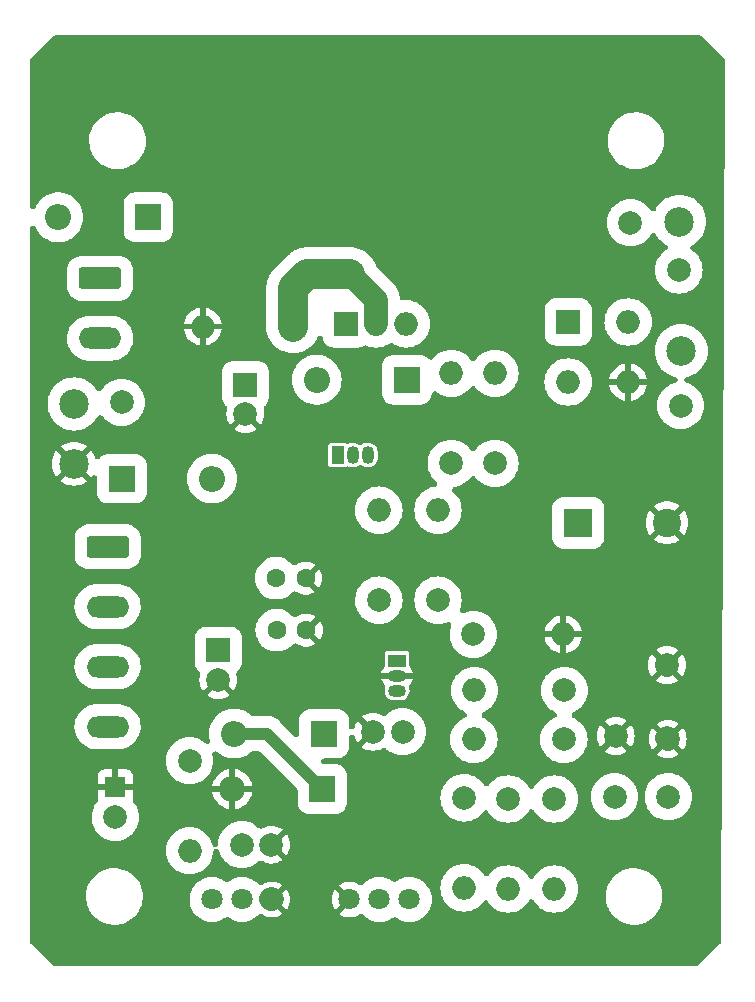
<source format=gbl>
G04 #@! TF.GenerationSoftware,KiCad,Pcbnew,7.0.8-dirty*
G04 #@! TF.CreationDate,2023-11-16T23:24:39-03:00*
G04 #@! TF.ProjectId,Fonte 0-24V,466f6e74-6520-4302-9d32-34562e6b6963,rev?*
G04 #@! TF.SameCoordinates,Original*
G04 #@! TF.FileFunction,Copper,L2,Bot*
G04 #@! TF.FilePolarity,Positive*
%FSLAX46Y46*%
G04 Gerber Fmt 4.6, Leading zero omitted, Abs format (unit mm)*
G04 Created by KiCad (PCBNEW 7.0.8-dirty) date 2023-11-16 23:24:39*
%MOMM*%
%LPD*%
G01*
G04 APERTURE LIST*
G04 Aperture macros list*
%AMRoundRect*
0 Rectangle with rounded corners*
0 $1 Rounding radius*
0 $2 $3 $4 $5 $6 $7 $8 $9 X,Y pos of 4 corners*
0 Add a 4 corners polygon primitive as box body*
4,1,4,$2,$3,$4,$5,$6,$7,$8,$9,$2,$3,0*
0 Add four circle primitives for the rounded corners*
1,1,$1+$1,$2,$3*
1,1,$1+$1,$4,$5*
1,1,$1+$1,$6,$7*
1,1,$1+$1,$8,$9*
0 Add four rect primitives between the rounded corners*
20,1,$1+$1,$2,$3,$4,$5,0*
20,1,$1+$1,$4,$5,$6,$7,0*
20,1,$1+$1,$6,$7,$8,$9,0*
20,1,$1+$1,$8,$9,$2,$3,0*%
G04 Aperture macros list end*
G04 #@! TA.AperFunction,ComponentPad*
%ADD10C,2.000000*%
G04 #@! TD*
G04 #@! TA.AperFunction,ComponentPad*
%ADD11R,2.200000X2.200000*%
G04 #@! TD*
G04 #@! TA.AperFunction,ComponentPad*
%ADD12O,2.200000X2.200000*%
G04 #@! TD*
G04 #@! TA.AperFunction,ComponentPad*
%ADD13C,2.500000*%
G04 #@! TD*
G04 #@! TA.AperFunction,ComponentPad*
%ADD14O,2.000000X2.000000*%
G04 #@! TD*
G04 #@! TA.AperFunction,ComponentPad*
%ADD15R,2.000000X2.000000*%
G04 #@! TD*
G04 #@! TA.AperFunction,ComponentPad*
%ADD16C,1.600000*%
G04 #@! TD*
G04 #@! TA.AperFunction,ComponentPad*
%ADD17RoundRect,0.250000X-1.550000X0.650000X-1.550000X-0.650000X1.550000X-0.650000X1.550000X0.650000X0*%
G04 #@! TD*
G04 #@! TA.AperFunction,ComponentPad*
%ADD18O,3.600000X1.800000*%
G04 #@! TD*
G04 #@! TA.AperFunction,ComponentPad*
%ADD19R,1.800000X1.800000*%
G04 #@! TD*
G04 #@! TA.AperFunction,ComponentPad*
%ADD20R,1.050000X1.500000*%
G04 #@! TD*
G04 #@! TA.AperFunction,ComponentPad*
%ADD21O,1.050000X1.500000*%
G04 #@! TD*
G04 #@! TA.AperFunction,ComponentPad*
%ADD22R,2.400000X2.400000*%
G04 #@! TD*
G04 #@! TA.AperFunction,ComponentPad*
%ADD23C,2.400000*%
G04 #@! TD*
G04 #@! TA.AperFunction,ComponentPad*
%ADD24C,1.800000*%
G04 #@! TD*
G04 #@! TA.AperFunction,ComponentPad*
%ADD25R,1.500000X1.050000*%
G04 #@! TD*
G04 #@! TA.AperFunction,ComponentPad*
%ADD26O,1.500000X1.050000*%
G04 #@! TD*
G04 #@! TA.AperFunction,Conductor*
%ADD27C,2.000000*%
G04 #@! TD*
G04 #@! TA.AperFunction,Conductor*
%ADD28C,1.000000*%
G04 #@! TD*
G04 #@! TA.AperFunction,Conductor*
%ADD29C,2.500000*%
G04 #@! TD*
G04 APERTURE END LIST*
D10*
X186826000Y-63540000D03*
D11*
X156786000Y-102790000D03*
D12*
X149166000Y-102790000D03*
D13*
X187026000Y-70390000D03*
D10*
X167547777Y-79909180D03*
D14*
X167547777Y-72289180D03*
D15*
X158656000Y-68110000D03*
D14*
X161196000Y-68110000D03*
X163736000Y-68110000D03*
D15*
X147826000Y-95740000D03*
D10*
X147826000Y-98240000D03*
X145397777Y-105089180D03*
D14*
X145397777Y-112709180D03*
D11*
X156636000Y-107490000D03*
D12*
X149016000Y-107490000D03*
D11*
X163786000Y-72840000D03*
D12*
X156166000Y-72840000D03*
D10*
X169416000Y-94390000D03*
D14*
X177036000Y-94390000D03*
D10*
X181376000Y-108140000D03*
D16*
X152776000Y-94040000D03*
X155276000Y-94040000D03*
D10*
X182726000Y-59540000D03*
D13*
X135597777Y-79939180D03*
D10*
X149826000Y-112190000D03*
X152326000Y-112190000D03*
X177136000Y-99140000D03*
D14*
X169516000Y-99140000D03*
D17*
X138457777Y-86969180D03*
D18*
X138457777Y-92049180D03*
X138457777Y-97129180D03*
X138457777Y-102209180D03*
D11*
X139666000Y-81209180D03*
D12*
X147286000Y-81209180D03*
D10*
X185826000Y-96990000D03*
X185876000Y-103240000D03*
X172376000Y-108330000D03*
D14*
X172376000Y-115950000D03*
D19*
X139107777Y-107334180D03*
D10*
X139107777Y-109874180D03*
X161426000Y-91500000D03*
D14*
X161426000Y-83880000D03*
D15*
X177451000Y-67945000D03*
D14*
X177451000Y-73025000D03*
X182531000Y-73025000D03*
X182531000Y-67945000D03*
D16*
X152726000Y-89640000D03*
X155226000Y-89640000D03*
D10*
X154137777Y-68329180D03*
D14*
X146517777Y-68329180D03*
D10*
X163426000Y-102640000D03*
X160926000Y-102640000D03*
D20*
X157947777Y-79209180D03*
D21*
X159217777Y-79209180D03*
X160487777Y-79209180D03*
D10*
X185926000Y-108140000D03*
D15*
X150126000Y-73240000D03*
D10*
X150126000Y-75740000D03*
X181476000Y-102990000D03*
X177086000Y-103290000D03*
D14*
X169466000Y-103290000D03*
D17*
X137825277Y-64236680D03*
D18*
X137825277Y-69316680D03*
D22*
X178313246Y-84940000D03*
D23*
X185813246Y-84940000D03*
D10*
X168646000Y-108240000D03*
D14*
X168646000Y-115860000D03*
D10*
X186967777Y-75019180D03*
X176286000Y-108330000D03*
D14*
X176286000Y-115950000D03*
D11*
X141907777Y-59079180D03*
D12*
X134287777Y-59079180D03*
D24*
X147296000Y-116840000D03*
X149836000Y-116840000D03*
X152376000Y-116840000D03*
D13*
X135626000Y-74890000D03*
D25*
X162966000Y-96620000D03*
D26*
X162966000Y-97890000D03*
X162966000Y-99160000D03*
D10*
X171247777Y-79909180D03*
D14*
X171247777Y-72289180D03*
D24*
X164016000Y-116840000D03*
X161476000Y-116840000D03*
X158936000Y-116840000D03*
D13*
X186876000Y-59440000D03*
D10*
X166426000Y-91500000D03*
D14*
X166426000Y-83880000D03*
D10*
X139637777Y-74749180D03*
D27*
X185813246Y-96977246D02*
X185826000Y-96990000D01*
X152326000Y-116790000D02*
X152376000Y-116840000D01*
X185826000Y-103190000D02*
X185876000Y-103240000D01*
D28*
X151936000Y-102790000D02*
X156636000Y-107490000D01*
X149166000Y-102790000D02*
X151936000Y-102790000D01*
D29*
X154137777Y-65078223D02*
X155176000Y-64040000D01*
X155346820Y-63869180D02*
X159017777Y-63869180D01*
X155176000Y-64040000D02*
X155346820Y-63869180D01*
D27*
X161196000Y-68110000D02*
X161196000Y-66047403D01*
D29*
X154137777Y-68329180D02*
X154137777Y-65078223D01*
D27*
X161196000Y-66047403D02*
X159017777Y-63869180D01*
G04 #@! TA.AperFunction,Conductor*
G36*
X188729602Y-43698134D02*
G01*
X188810384Y-43752110D01*
X188810774Y-43752502D01*
X190655898Y-45605837D01*
X190709695Y-45686738D01*
X190728437Y-45782068D01*
X190728436Y-45782621D01*
X190397114Y-120396386D01*
X190377737Y-120491589D01*
X190323794Y-120571740D01*
X188460640Y-122426640D01*
X188379739Y-122480437D01*
X188284962Y-122499180D01*
X133970925Y-122499180D01*
X133875637Y-122480226D01*
X133794858Y-122426252D01*
X131940963Y-120572121D01*
X131886992Y-120491337D01*
X131868044Y-120396047D01*
X131868044Y-120396031D01*
X131868292Y-118442885D01*
X131868537Y-116512902D01*
X136621794Y-116512902D01*
X136631673Y-116820984D01*
X136674801Y-117087741D01*
X136680867Y-117125261D01*
X136725136Y-117274417D01*
X136768569Y-117420756D01*
X136885261Y-117684367D01*
X136893337Y-117702609D01*
X137046707Y-117955609D01*
X137053127Y-117966199D01*
X137245298Y-118207175D01*
X137245304Y-118207181D01*
X137466724Y-118421614D01*
X137713747Y-118605972D01*
X137824195Y-118668175D01*
X137982314Y-118757226D01*
X137982322Y-118757230D01*
X138268023Y-118872898D01*
X138268024Y-118872899D01*
X138432436Y-118916012D01*
X138566179Y-118951084D01*
X138871883Y-118990500D01*
X138871888Y-118990500D01*
X139102971Y-118990500D01*
X139102974Y-118990500D01*
X139333601Y-118975693D01*
X139484876Y-118946232D01*
X139636147Y-118916773D01*
X139636148Y-118916772D01*
X139636151Y-118916772D01*
X139928683Y-118819644D01*
X140206393Y-118685907D01*
X140464720Y-118517754D01*
X140699424Y-118317948D01*
X140833110Y-118170744D01*
X140906645Y-118089775D01*
X140906657Y-118089760D01*
X141077253Y-117845196D01*
X141082996Y-117836963D01*
X141225567Y-117563683D01*
X141332020Y-117274415D01*
X141400609Y-116973908D01*
X141401246Y-116967310D01*
X141413527Y-116840000D01*
X145390645Y-116840000D01*
X145410039Y-117111161D01*
X145413106Y-117125261D01*
X145467825Y-117376801D01*
X145534799Y-117556364D01*
X145562827Y-117631511D01*
X145562829Y-117631515D01*
X145591688Y-117684367D01*
X145693113Y-117870113D01*
X145856029Y-118087742D01*
X146048258Y-118279971D01*
X146265884Y-118442885D01*
X146265886Y-118442886D01*
X146265885Y-118442886D01*
X146265887Y-118442887D01*
X146504487Y-118573172D01*
X146759199Y-118668175D01*
X147024840Y-118725961D01*
X147296000Y-118745355D01*
X147567160Y-118725961D01*
X147832801Y-118668175D01*
X148087513Y-118573172D01*
X148326113Y-118442887D01*
X148416780Y-118375013D01*
X148504419Y-118333083D01*
X148601434Y-118327882D01*
X148693055Y-118360203D01*
X148715214Y-118375009D01*
X148777468Y-118421613D01*
X148805884Y-118442885D01*
X148805885Y-118442886D01*
X148805887Y-118442887D01*
X149044487Y-118573172D01*
X149299199Y-118668175D01*
X149564840Y-118725961D01*
X149836000Y-118745355D01*
X150107160Y-118725961D01*
X150372801Y-118668175D01*
X150627513Y-118573172D01*
X150866113Y-118442887D01*
X151083742Y-118279971D01*
X151234924Y-118128788D01*
X151315702Y-118074814D01*
X151410990Y-118055860D01*
X151506278Y-118074814D01*
X151547172Y-118096400D01*
X151552757Y-118100048D01*
X151771392Y-118218368D01*
X152006509Y-118299083D01*
X152006512Y-118299084D01*
X152251706Y-118340000D01*
X152500294Y-118340000D01*
X152745487Y-118299084D01*
X152745490Y-118299083D01*
X152980607Y-118218368D01*
X153199230Y-118100055D01*
X153199238Y-118100050D01*
X153246056Y-118063610D01*
X152420399Y-117237953D01*
X152501148Y-117225165D01*
X152614045Y-117167641D01*
X152703641Y-117078045D01*
X152761165Y-116965148D01*
X152773953Y-116884399D01*
X153599435Y-117709881D01*
X153699731Y-117556368D01*
X153799586Y-117328722D01*
X153799589Y-117328714D01*
X153860610Y-117087748D01*
X153860612Y-117087741D01*
X153881140Y-116840000D01*
X157430859Y-116840000D01*
X157451387Y-117087741D01*
X157451389Y-117087748D01*
X157512410Y-117328714D01*
X157512413Y-117328722D01*
X157612266Y-117556364D01*
X157712564Y-117709881D01*
X158538046Y-116884399D01*
X158550835Y-116965148D01*
X158608359Y-117078045D01*
X158697955Y-117167641D01*
X158810852Y-117225165D01*
X158891599Y-117237953D01*
X158065942Y-118063610D01*
X158112766Y-118100054D01*
X158112770Y-118100057D01*
X158331388Y-118218366D01*
X158331390Y-118218367D01*
X158566509Y-118299083D01*
X158566512Y-118299084D01*
X158811706Y-118340000D01*
X159060294Y-118340000D01*
X159305487Y-118299084D01*
X159305490Y-118299083D01*
X159540607Y-118218368D01*
X159759224Y-118100058D01*
X159764802Y-118096414D01*
X159854939Y-118060158D01*
X159952089Y-118061155D01*
X160041462Y-118099254D01*
X160077071Y-118128784D01*
X160228258Y-118279971D01*
X160445884Y-118442885D01*
X160445886Y-118442886D01*
X160445885Y-118442886D01*
X160445887Y-118442887D01*
X160684487Y-118573172D01*
X160939199Y-118668175D01*
X161204840Y-118725961D01*
X161476000Y-118745355D01*
X161747160Y-118725961D01*
X162012801Y-118668175D01*
X162267513Y-118573172D01*
X162506113Y-118442887D01*
X162596780Y-118375013D01*
X162684419Y-118333083D01*
X162781434Y-118327882D01*
X162873055Y-118360203D01*
X162895214Y-118375009D01*
X162957468Y-118421613D01*
X162985884Y-118442885D01*
X162985885Y-118442886D01*
X162985887Y-118442887D01*
X163224487Y-118573172D01*
X163479199Y-118668175D01*
X163744840Y-118725961D01*
X164016000Y-118745355D01*
X164287160Y-118725961D01*
X164552801Y-118668175D01*
X164807513Y-118573172D01*
X165046113Y-118442887D01*
X165263742Y-118279971D01*
X165455971Y-118087742D01*
X165618887Y-117870113D01*
X165749172Y-117631513D01*
X165844175Y-117376801D01*
X165901961Y-117111160D01*
X165921355Y-116840000D01*
X165901961Y-116568840D01*
X165844175Y-116303199D01*
X165749172Y-116048487D01*
X165646251Y-115860000D01*
X166640390Y-115860000D01*
X166660804Y-116145428D01*
X166721631Y-116425046D01*
X166751373Y-116504788D01*
X166821631Y-116693158D01*
X166958775Y-116944317D01*
X166974369Y-116965148D01*
X167130261Y-117173395D01*
X167332605Y-117375739D01*
X167561685Y-117547226D01*
X167726507Y-117637226D01*
X167812841Y-117684368D01*
X167854703Y-117699981D01*
X168080954Y-117784369D01*
X168360572Y-117845196D01*
X168646000Y-117865610D01*
X168931428Y-117845196D01*
X169211046Y-117784369D01*
X169479161Y-117684367D01*
X169730315Y-117547226D01*
X169959395Y-117375739D01*
X170161739Y-117173395D01*
X170278497Y-117017423D01*
X170350772Y-116952502D01*
X170442393Y-116920180D01*
X170539408Y-116925379D01*
X170627049Y-116967310D01*
X170683069Y-117027476D01*
X170683445Y-117027196D01*
X170686057Y-117030685D01*
X170687297Y-117032017D01*
X170688772Y-117034312D01*
X170688774Y-117034315D01*
X170860261Y-117263395D01*
X171062605Y-117465739D01*
X171259380Y-117613043D01*
X171284050Y-117631511D01*
X171291685Y-117637226D01*
X171542839Y-117774367D01*
X171542841Y-117774368D01*
X171569655Y-117784369D01*
X171810954Y-117874369D01*
X172090572Y-117935196D01*
X172376000Y-117955610D01*
X172661428Y-117935196D01*
X172941046Y-117874369D01*
X173209161Y-117774367D01*
X173460315Y-117637226D01*
X173689395Y-117465739D01*
X173891739Y-117263395D01*
X174063226Y-117034315D01*
X174112459Y-116944151D01*
X174174760Y-116869604D01*
X174260849Y-116824572D01*
X174357617Y-116815913D01*
X174450333Y-116844944D01*
X174524882Y-116907246D01*
X174549539Y-116944149D01*
X174565784Y-116973899D01*
X174596791Y-117030685D01*
X174598774Y-117034315D01*
X174770261Y-117263395D01*
X174972605Y-117465739D01*
X175169380Y-117613043D01*
X175194050Y-117631511D01*
X175201685Y-117637226D01*
X175452839Y-117774367D01*
X175452841Y-117774368D01*
X175479655Y-117784369D01*
X175720954Y-117874369D01*
X176000572Y-117935196D01*
X176286000Y-117955610D01*
X176571428Y-117935196D01*
X176851046Y-117874369D01*
X177119161Y-117774367D01*
X177370315Y-117637226D01*
X177599395Y-117465739D01*
X177801739Y-117263395D01*
X177973226Y-117034315D01*
X178110367Y-116783161D01*
X178210369Y-116515046D01*
X178210835Y-116512902D01*
X180621794Y-116512902D01*
X180631673Y-116820984D01*
X180674801Y-117087741D01*
X180680867Y-117125261D01*
X180725136Y-117274417D01*
X180768569Y-117420756D01*
X180885261Y-117684367D01*
X180893337Y-117702609D01*
X181046707Y-117955609D01*
X181053127Y-117966199D01*
X181245298Y-118207175D01*
X181245304Y-118207181D01*
X181466724Y-118421614D01*
X181713747Y-118605972D01*
X181824195Y-118668175D01*
X181982314Y-118757226D01*
X181982322Y-118757230D01*
X182268023Y-118872898D01*
X182268024Y-118872899D01*
X182432436Y-118916012D01*
X182566179Y-118951084D01*
X182871883Y-118990500D01*
X182871888Y-118990500D01*
X183102971Y-118990500D01*
X183102974Y-118990500D01*
X183333601Y-118975693D01*
X183484876Y-118946232D01*
X183636147Y-118916773D01*
X183636148Y-118916772D01*
X183636151Y-118916772D01*
X183928683Y-118819644D01*
X184206393Y-118685907D01*
X184464720Y-118517754D01*
X184699424Y-118317948D01*
X184833110Y-118170744D01*
X184906645Y-118089775D01*
X184906657Y-118089760D01*
X185077253Y-117845196D01*
X185082996Y-117836963D01*
X185225567Y-117563683D01*
X185332020Y-117274415D01*
X185400609Y-116973908D01*
X185401246Y-116967310D01*
X185430206Y-116667098D01*
X185420327Y-116359022D01*
X185371133Y-116054739D01*
X185283431Y-115759244D01*
X185158663Y-115477391D01*
X184998877Y-115213807D01*
X184998873Y-115213803D01*
X184998872Y-115213800D01*
X184806701Y-114972824D01*
X184806695Y-114972818D01*
X184585276Y-114758386D01*
X184585271Y-114758382D01*
X184338256Y-114574030D01*
X184338251Y-114574027D01*
X184069685Y-114422773D01*
X184069677Y-114422769D01*
X183783976Y-114307101D01*
X183783975Y-114307100D01*
X183485823Y-114228916D01*
X183180121Y-114189500D01*
X183180117Y-114189500D01*
X182949026Y-114189500D01*
X182907287Y-114192179D01*
X182718401Y-114204306D01*
X182718394Y-114204307D01*
X182415852Y-114263226D01*
X182123320Y-114360354D01*
X181845606Y-114494093D01*
X181587283Y-114662243D01*
X181352575Y-114862052D01*
X181352574Y-114862053D01*
X181145354Y-115090224D01*
X181145342Y-115090239D01*
X180969004Y-115343035D01*
X180969001Y-115343041D01*
X180826434Y-115616315D01*
X180826430Y-115616323D01*
X180719981Y-115905582D01*
X180719978Y-115905592D01*
X180651390Y-116206092D01*
X180651389Y-116206100D01*
X180621794Y-116512896D01*
X180621794Y-116512902D01*
X178210835Y-116512902D01*
X178271196Y-116235428D01*
X178291610Y-115950000D01*
X178271196Y-115664572D01*
X178210369Y-115384954D01*
X178110367Y-115116839D01*
X177973226Y-114865685D01*
X177970506Y-114862052D01*
X177949043Y-114833380D01*
X177801739Y-114636605D01*
X177599395Y-114434261D01*
X177429528Y-114307100D01*
X177370317Y-114262775D01*
X177119158Y-114125631D01*
X176973970Y-114071479D01*
X176851046Y-114025631D01*
X176851047Y-114025631D01*
X176571428Y-113964804D01*
X176286000Y-113944390D01*
X176000571Y-113964804D01*
X175720954Y-114025631D01*
X175452841Y-114125631D01*
X175201682Y-114262775D01*
X175037951Y-114385343D01*
X174972605Y-114434261D01*
X174770261Y-114636605D01*
X174727015Y-114694375D01*
X174598775Y-114865682D01*
X174549542Y-114955847D01*
X174487239Y-115030395D01*
X174401150Y-115075427D01*
X174304382Y-115084086D01*
X174211666Y-115055055D01*
X174137118Y-114992752D01*
X174112458Y-114955847D01*
X174076404Y-114889820D01*
X174063226Y-114865685D01*
X174060506Y-114862052D01*
X174039043Y-114833380D01*
X173891739Y-114636605D01*
X173689395Y-114434261D01*
X173519528Y-114307100D01*
X173460317Y-114262775D01*
X173209158Y-114125631D01*
X173063970Y-114071479D01*
X172941046Y-114025631D01*
X172941047Y-114025631D01*
X172661428Y-113964804D01*
X172376000Y-113944390D01*
X172090571Y-113964804D01*
X171810954Y-114025631D01*
X171542841Y-114125631D01*
X171291682Y-114262775D01*
X171127951Y-114385343D01*
X171062605Y-114434261D01*
X171062604Y-114434262D01*
X170860262Y-114636604D01*
X170860258Y-114636609D01*
X170743503Y-114792575D01*
X170671226Y-114857498D01*
X170579605Y-114889820D01*
X170482589Y-114884619D01*
X170394948Y-114842688D01*
X170338931Y-114782522D01*
X170338555Y-114782804D01*
X170335936Y-114779306D01*
X170334699Y-114777977D01*
X170333227Y-114775686D01*
X170308570Y-114742749D01*
X170161739Y-114546605D01*
X169959395Y-114344261D01*
X169772437Y-114204306D01*
X169730317Y-114172775D01*
X169479158Y-114035631D01*
X169333970Y-113981479D01*
X169211046Y-113935631D01*
X169211047Y-113935631D01*
X168931428Y-113874804D01*
X168646000Y-113854390D01*
X168360571Y-113874804D01*
X168080954Y-113935631D01*
X167812841Y-114035631D01*
X167561682Y-114172775D01*
X167397951Y-114295343D01*
X167332605Y-114344261D01*
X167130261Y-114546605D01*
X167109731Y-114574030D01*
X166958775Y-114775682D01*
X166821631Y-115026841D01*
X166721631Y-115294954D01*
X166660804Y-115574571D01*
X166657818Y-115616317D01*
X166640390Y-115860000D01*
X165646251Y-115860000D01*
X165618887Y-115809887D01*
X165455971Y-115592258D01*
X165263742Y-115400029D01*
X165046113Y-115237113D01*
X165046114Y-115237113D01*
X164807515Y-115106829D01*
X164807511Y-115106827D01*
X164723324Y-115075427D01*
X164552801Y-115011825D01*
X164344947Y-114966609D01*
X164287161Y-114954039D01*
X164016000Y-114934645D01*
X163744838Y-114954039D01*
X163629266Y-114979180D01*
X163479199Y-115011825D01*
X163438945Y-115026839D01*
X163224488Y-115106827D01*
X163224484Y-115106829D01*
X162985886Y-115237113D01*
X162895221Y-115304985D01*
X162807580Y-115346916D01*
X162710564Y-115352117D01*
X162618943Y-115319795D01*
X162596779Y-115304985D01*
X162506113Y-115237113D01*
X162506114Y-115237113D01*
X162267515Y-115106829D01*
X162267511Y-115106827D01*
X162183324Y-115075427D01*
X162012801Y-115011825D01*
X161804947Y-114966609D01*
X161747161Y-114954039D01*
X161476000Y-114934645D01*
X161204838Y-114954039D01*
X161089266Y-114979180D01*
X160939199Y-115011825D01*
X160898945Y-115026839D01*
X160684488Y-115106827D01*
X160684484Y-115106829D01*
X160445886Y-115237113D01*
X160228265Y-115400023D01*
X160228252Y-115400034D01*
X160077077Y-115551209D01*
X159996295Y-115605185D01*
X159901007Y-115624139D01*
X159805719Y-115605185D01*
X159764831Y-115583602D01*
X159759241Y-115579950D01*
X159540607Y-115461631D01*
X159305490Y-115380916D01*
X159305487Y-115380915D01*
X159060294Y-115340000D01*
X158811706Y-115340000D01*
X158566512Y-115380915D01*
X158566509Y-115380916D01*
X158331392Y-115461631D01*
X158112768Y-115579944D01*
X158112758Y-115579951D01*
X158065941Y-115616388D01*
X158891599Y-116442046D01*
X158810852Y-116454835D01*
X158697955Y-116512359D01*
X158608359Y-116601955D01*
X158550835Y-116714852D01*
X158538046Y-116795600D01*
X157712563Y-115970117D01*
X157612268Y-116123630D01*
X157612268Y-116123631D01*
X157512413Y-116351277D01*
X157512410Y-116351285D01*
X157451389Y-116592251D01*
X157451387Y-116592258D01*
X157430859Y-116840000D01*
X153881140Y-116840000D01*
X153860612Y-116592258D01*
X153860610Y-116592251D01*
X153799589Y-116351285D01*
X153799586Y-116351277D01*
X153699730Y-116123628D01*
X153599435Y-115970117D01*
X152773953Y-116795598D01*
X152761165Y-116714852D01*
X152703641Y-116601955D01*
X152614045Y-116512359D01*
X152501148Y-116454835D01*
X152420401Y-116442046D01*
X153246057Y-115616388D01*
X153199241Y-115579951D01*
X153199230Y-115579944D01*
X152980607Y-115461631D01*
X152745490Y-115380916D01*
X152745487Y-115380915D01*
X152500294Y-115340000D01*
X152251706Y-115340000D01*
X152006512Y-115380915D01*
X152006509Y-115380916D01*
X151771390Y-115461632D01*
X151771388Y-115461633D01*
X151552761Y-115579947D01*
X151547172Y-115583599D01*
X151457031Y-115619846D01*
X151359882Y-115618837D01*
X151270513Y-115580728D01*
X151234926Y-115551213D01*
X151083742Y-115400029D01*
X150866113Y-115237113D01*
X150866114Y-115237113D01*
X150627515Y-115106829D01*
X150627511Y-115106827D01*
X150543324Y-115075427D01*
X150372801Y-115011825D01*
X150164947Y-114966609D01*
X150107161Y-114954039D01*
X149836000Y-114934645D01*
X149564838Y-114954039D01*
X149449266Y-114979180D01*
X149299199Y-115011825D01*
X149258945Y-115026839D01*
X149044488Y-115106827D01*
X149044484Y-115106829D01*
X148805886Y-115237113D01*
X148715221Y-115304985D01*
X148627580Y-115346916D01*
X148530564Y-115352117D01*
X148438943Y-115319795D01*
X148416779Y-115304985D01*
X148326113Y-115237113D01*
X148326114Y-115237113D01*
X148087515Y-115106829D01*
X148087511Y-115106827D01*
X148003324Y-115075427D01*
X147832801Y-115011825D01*
X147624947Y-114966609D01*
X147567161Y-114954039D01*
X147296000Y-114934645D01*
X147024838Y-114954039D01*
X146909266Y-114979180D01*
X146759199Y-115011825D01*
X146718945Y-115026839D01*
X146504488Y-115106827D01*
X146504484Y-115106829D01*
X146265886Y-115237113D01*
X146048265Y-115400023D01*
X146048260Y-115400027D01*
X145856027Y-115592260D01*
X145856023Y-115592265D01*
X145693113Y-115809886D01*
X145562829Y-116048484D01*
X145562827Y-116048488D01*
X145504044Y-116206092D01*
X145467825Y-116303199D01*
X145457365Y-116351285D01*
X145410039Y-116568838D01*
X145390645Y-116840000D01*
X141413527Y-116840000D01*
X141430206Y-116667098D01*
X141420327Y-116359022D01*
X141371133Y-116054739D01*
X141283431Y-115759244D01*
X141158663Y-115477391D01*
X140998877Y-115213807D01*
X140998873Y-115213803D01*
X140998872Y-115213800D01*
X140806701Y-114972824D01*
X140806695Y-114972818D01*
X140585276Y-114758386D01*
X140585271Y-114758382D01*
X140338256Y-114574030D01*
X140338251Y-114574027D01*
X140069685Y-114422773D01*
X140069677Y-114422769D01*
X139783976Y-114307101D01*
X139783975Y-114307100D01*
X139485823Y-114228916D01*
X139180121Y-114189500D01*
X139180117Y-114189500D01*
X138949026Y-114189500D01*
X138907287Y-114192179D01*
X138718401Y-114204306D01*
X138718394Y-114204307D01*
X138415852Y-114263226D01*
X138123320Y-114360354D01*
X137845606Y-114494093D01*
X137587283Y-114662243D01*
X137352575Y-114862052D01*
X137352574Y-114862053D01*
X137145354Y-115090224D01*
X137145342Y-115090239D01*
X136969004Y-115343035D01*
X136969001Y-115343041D01*
X136826434Y-115616315D01*
X136826430Y-115616323D01*
X136719981Y-115905582D01*
X136719978Y-115905592D01*
X136651390Y-116206092D01*
X136651389Y-116206100D01*
X136621794Y-116512896D01*
X136621794Y-116512902D01*
X131868537Y-116512902D01*
X131869019Y-112709180D01*
X143392167Y-112709180D01*
X143412581Y-112994608D01*
X143473408Y-113274226D01*
X143473442Y-113274317D01*
X143573408Y-113542338D01*
X143710552Y-113793497D01*
X143756136Y-113854390D01*
X143882038Y-114022575D01*
X144084382Y-114224919D01*
X144313462Y-114396406D01*
X144382790Y-114434262D01*
X144564618Y-114533548D01*
X144599623Y-114546604D01*
X144832731Y-114633549D01*
X145112349Y-114694376D01*
X145397777Y-114714790D01*
X145683205Y-114694376D01*
X145962823Y-114633549D01*
X146230938Y-114533547D01*
X146482092Y-114396406D01*
X146711172Y-114224919D01*
X146913516Y-114022575D01*
X147085003Y-113793495D01*
X147222144Y-113542341D01*
X147322146Y-113274226D01*
X147382973Y-112994608D01*
X147400651Y-112747431D01*
X147426354Y-112653743D01*
X147485955Y-112577018D01*
X147570381Y-112528942D01*
X147666779Y-112516833D01*
X147760472Y-112542537D01*
X147837197Y-112602138D01*
X147885273Y-112686564D01*
X147892325Y-112712269D01*
X147901628Y-112755036D01*
X147901629Y-112755041D01*
X147901631Y-112755046D01*
X147947479Y-112877970D01*
X148001631Y-113023158D01*
X148062253Y-113134178D01*
X148138774Y-113274315D01*
X148310261Y-113503395D01*
X148512605Y-113705739D01*
X148709380Y-113853043D01*
X148738449Y-113874804D01*
X148741685Y-113877226D01*
X148902072Y-113964804D01*
X148992841Y-114014368D01*
X149014837Y-114022572D01*
X149260954Y-114114369D01*
X149540572Y-114175196D01*
X149826000Y-114195610D01*
X150111428Y-114175196D01*
X150391046Y-114114369D01*
X150659161Y-114014367D01*
X150910315Y-113877226D01*
X151139395Y-113705739D01*
X151227759Y-113617374D01*
X151308535Y-113563402D01*
X151403823Y-113544448D01*
X151499111Y-113563401D01*
X151533926Y-113581141D01*
X151597369Y-113620019D01*
X151830037Y-113716393D01*
X151830045Y-113716396D01*
X152074930Y-113775188D01*
X152074937Y-113775189D01*
X152325996Y-113794948D01*
X152326004Y-113794948D01*
X152577062Y-113775189D01*
X152577069Y-113775188D01*
X152821954Y-113716396D01*
X152821962Y-113716393D01*
X153054628Y-113620019D01*
X153269358Y-113488434D01*
X153269364Y-113488430D01*
X153270179Y-113487732D01*
X152370401Y-112587953D01*
X152451148Y-112575165D01*
X152564045Y-112517641D01*
X152653641Y-112428045D01*
X152711165Y-112315148D01*
X152723954Y-112234399D01*
X153623733Y-113134178D01*
X153624430Y-113133364D01*
X153624434Y-113133358D01*
X153756019Y-112918628D01*
X153852393Y-112685962D01*
X153852396Y-112685954D01*
X153911188Y-112441069D01*
X153911189Y-112441062D01*
X153930948Y-112189999D01*
X153930948Y-112189995D01*
X153911189Y-111938937D01*
X153911188Y-111938930D01*
X153852396Y-111694045D01*
X153852393Y-111694037D01*
X153756019Y-111461369D01*
X153624430Y-111246635D01*
X153624428Y-111246633D01*
X153623732Y-111245820D01*
X152723953Y-112145599D01*
X152711165Y-112064852D01*
X152653641Y-111951955D01*
X152564045Y-111862359D01*
X152451148Y-111804835D01*
X152370400Y-111792046D01*
X153270178Y-110892266D01*
X153270178Y-110892264D01*
X153269371Y-110891575D01*
X153269365Y-110891570D01*
X153054625Y-110759978D01*
X152821962Y-110663606D01*
X152821954Y-110663603D01*
X152577069Y-110604811D01*
X152577062Y-110604810D01*
X152326004Y-110585052D01*
X152325996Y-110585052D01*
X152074937Y-110604810D01*
X152074930Y-110604811D01*
X151830045Y-110663603D01*
X151830037Y-110663606D01*
X151597372Y-110759979D01*
X151533924Y-110798860D01*
X151442774Y-110832486D01*
X151345694Y-110828671D01*
X151257464Y-110787995D01*
X151227760Y-110762626D01*
X151139395Y-110674261D01*
X150975661Y-110551691D01*
X150910317Y-110502775D01*
X150659158Y-110365631D01*
X150513970Y-110311479D01*
X150391046Y-110265631D01*
X150391047Y-110265631D01*
X150111428Y-110204804D01*
X149826000Y-110184390D01*
X149540571Y-110204804D01*
X149260954Y-110265631D01*
X148992841Y-110365631D01*
X148741682Y-110502775D01*
X148605379Y-110604811D01*
X148512605Y-110674261D01*
X148310261Y-110876605D01*
X148261343Y-110941951D01*
X148138775Y-111105682D01*
X148001631Y-111356841D01*
X147901631Y-111624954D01*
X147840804Y-111904570D01*
X147823126Y-112151744D01*
X147797422Y-112245437D01*
X147737820Y-112322162D01*
X147653394Y-112370238D01*
X147556996Y-112382346D01*
X147463303Y-112356642D01*
X147386578Y-112297040D01*
X147338502Y-112212614D01*
X147331450Y-112186906D01*
X147322147Y-112144140D01*
X147322146Y-112144134D01*
X147222144Y-111876019D01*
X147085003Y-111624865D01*
X146913516Y-111395785D01*
X146711172Y-111193441D01*
X146547438Y-111070871D01*
X146482094Y-111021955D01*
X146230935Y-110884811D01*
X146080416Y-110828671D01*
X145962823Y-110784811D01*
X145962824Y-110784811D01*
X145683205Y-110723984D01*
X145397777Y-110703570D01*
X145112348Y-110723984D01*
X144832731Y-110784811D01*
X144564618Y-110884811D01*
X144313459Y-111021955D01*
X144201614Y-111105682D01*
X144084382Y-111193441D01*
X144084381Y-111193442D01*
X143882039Y-111395784D01*
X143882037Y-111395787D01*
X143710552Y-111624862D01*
X143573408Y-111876021D01*
X143491842Y-112094711D01*
X143473408Y-112144134D01*
X143412581Y-112423752D01*
X143392167Y-112709180D01*
X131869019Y-112709180D01*
X131869379Y-109874180D01*
X137102167Y-109874180D01*
X137122581Y-110159608D01*
X137167398Y-110365631D01*
X137183408Y-110439225D01*
X137283408Y-110707338D01*
X137380316Y-110884811D01*
X137420551Y-110958495D01*
X137592038Y-111187575D01*
X137794382Y-111389919D01*
X138023462Y-111561406D01*
X138139673Y-111624862D01*
X138274618Y-111698548D01*
X138316480Y-111714161D01*
X138542731Y-111798549D01*
X138822349Y-111859376D01*
X139107777Y-111879790D01*
X139393205Y-111859376D01*
X139672823Y-111798549D01*
X139940938Y-111698547D01*
X140192092Y-111561406D01*
X140421172Y-111389919D01*
X140623516Y-111187575D01*
X140795003Y-110958495D01*
X140932144Y-110707341D01*
X141032146Y-110439226D01*
X141092973Y-110159608D01*
X141113387Y-109874180D01*
X141092973Y-109588752D01*
X141032146Y-109309134D01*
X140932144Y-109041019D01*
X140795003Y-108789865D01*
X140638735Y-108581115D01*
X140596806Y-108493478D01*
X140591202Y-108399394D01*
X140607777Y-108273507D01*
X140607777Y-107584181D01*
X140607776Y-107584180D01*
X139483055Y-107584180D01*
X139531402Y-107500440D01*
X139561587Y-107368188D01*
X139551981Y-107239999D01*
X147329967Y-107239999D01*
X147329969Y-107240000D01*
X148521148Y-107240000D01*
X148472441Y-107377047D01*
X148462123Y-107527886D01*
X148492884Y-107675915D01*
X148526090Y-107740000D01*
X147329968Y-107740000D01*
X147330272Y-107744071D01*
X147330275Y-107744091D01*
X147386969Y-107992483D01*
X147480054Y-108229663D01*
X147480062Y-108229679D01*
X147607453Y-108450327D01*
X147766316Y-108649535D01*
X147766321Y-108649540D01*
X147953096Y-108822842D01*
X148163615Y-108966370D01*
X148163625Y-108966376D01*
X148393170Y-109076919D01*
X148636651Y-109152024D01*
X148765999Y-109171519D01*
X148766000Y-109171519D01*
X148766000Y-107981683D01*
X148794819Y-107999209D01*
X148940404Y-108040000D01*
X149053622Y-108040000D01*
X149165783Y-108024584D01*
X149266000Y-107981053D01*
X149266000Y-109171519D01*
X149395348Y-109152024D01*
X149638823Y-109076921D01*
X149868387Y-108966369D01*
X150078902Y-108822843D01*
X150265678Y-108649540D01*
X150265683Y-108649535D01*
X150424546Y-108450327D01*
X150551937Y-108229679D01*
X150551945Y-108229663D01*
X150645030Y-107992483D01*
X150701724Y-107744091D01*
X150701727Y-107744071D01*
X150702032Y-107740000D01*
X149510852Y-107740000D01*
X149559559Y-107602953D01*
X149569877Y-107452114D01*
X149539116Y-107304085D01*
X149505910Y-107240000D01*
X150702031Y-107240000D01*
X150702032Y-107239999D01*
X150701727Y-107235928D01*
X150701724Y-107235908D01*
X150645030Y-106987516D01*
X150551945Y-106750336D01*
X150551937Y-106750320D01*
X150424546Y-106529672D01*
X150265683Y-106330464D01*
X150265678Y-106330459D01*
X150078902Y-106157156D01*
X149868387Y-106013630D01*
X149638823Y-105903078D01*
X149395346Y-105827975D01*
X149266000Y-105808479D01*
X149266000Y-106998316D01*
X149237181Y-106980791D01*
X149091596Y-106940000D01*
X148978378Y-106940000D01*
X148866217Y-106955416D01*
X148766000Y-106998946D01*
X148766000Y-105808479D01*
X148636653Y-105827975D01*
X148393170Y-105903080D01*
X148163625Y-106013623D01*
X148163615Y-106013629D01*
X147953096Y-106157157D01*
X147766321Y-106330459D01*
X147766316Y-106330464D01*
X147607453Y-106529672D01*
X147480062Y-106750320D01*
X147480054Y-106750336D01*
X147386969Y-106987516D01*
X147330275Y-107235908D01*
X147330272Y-107235928D01*
X147329967Y-107239999D01*
X139551981Y-107239999D01*
X139551450Y-107232915D01*
X139501890Y-107106639D01*
X139483980Y-107084180D01*
X140607775Y-107084180D01*
X140607776Y-107084179D01*
X140607776Y-106394856D01*
X140592333Y-106277550D01*
X140531875Y-106131591D01*
X140531873Y-106131587D01*
X140435706Y-106006259D01*
X140435697Y-106006250D01*
X140310369Y-105910083D01*
X140310365Y-105910081D01*
X140164404Y-105849623D01*
X140164406Y-105849623D01*
X140047101Y-105834180D01*
X139357778Y-105834180D01*
X139357777Y-105834181D01*
X139357777Y-106959990D01*
X139305230Y-106924164D01*
X139175604Y-106884180D01*
X139074053Y-106884180D01*
X138973639Y-106899315D01*
X138857777Y-106955111D01*
X138857777Y-105834181D01*
X138857776Y-105834180D01*
X138168453Y-105834180D01*
X138051147Y-105849623D01*
X137905188Y-105910081D01*
X137905184Y-105910083D01*
X137779856Y-106006250D01*
X137779847Y-106006259D01*
X137683680Y-106131587D01*
X137683678Y-106131591D01*
X137623220Y-106277551D01*
X137607777Y-106394856D01*
X137607777Y-107084179D01*
X137607778Y-107084180D01*
X138732499Y-107084180D01*
X138684152Y-107167920D01*
X138653967Y-107300172D01*
X138664104Y-107435445D01*
X138713664Y-107561721D01*
X138731574Y-107584180D01*
X137607779Y-107584180D01*
X137607778Y-107584181D01*
X137607778Y-108273504D01*
X137624351Y-108399400D01*
X137617996Y-108496347D01*
X137576816Y-108581117D01*
X137420555Y-108789858D01*
X137283408Y-109041021D01*
X137183408Y-109309134D01*
X137124510Y-109579886D01*
X137122581Y-109588752D01*
X137102167Y-109874180D01*
X131869379Y-109874180D01*
X131869986Y-105089180D01*
X143392167Y-105089180D01*
X143412581Y-105374608D01*
X143473408Y-105654226D01*
X143503150Y-105733968D01*
X143573408Y-105922338D01*
X143710552Y-106173497D01*
X143756136Y-106234390D01*
X143882038Y-106402575D01*
X144084382Y-106604919D01*
X144313462Y-106776406D01*
X144405398Y-106826607D01*
X144564618Y-106913548D01*
X144593081Y-106924164D01*
X144832731Y-107013549D01*
X145112349Y-107074376D01*
X145397777Y-107094790D01*
X145683205Y-107074376D01*
X145962823Y-107013549D01*
X146230938Y-106913547D01*
X146482092Y-106776406D01*
X146711172Y-106604919D01*
X146913516Y-106402575D01*
X147085003Y-106173495D01*
X147222144Y-105922341D01*
X147322146Y-105654226D01*
X147382973Y-105374608D01*
X147403387Y-105089180D01*
X147382973Y-104803752D01*
X147334168Y-104579402D01*
X147332434Y-104482264D01*
X147368006Y-104391855D01*
X147435467Y-104321940D01*
X147524549Y-104283165D01*
X147621688Y-104281430D01*
X147712097Y-104317002D01*
X147734613Y-104333317D01*
X147895695Y-104464367D01*
X147951853Y-104510055D01*
X148174762Y-104645610D01*
X148197375Y-104659361D01*
X148460942Y-104773844D01*
X148737642Y-104851371D01*
X148737646Y-104851371D01*
X148737648Y-104851372D01*
X148817429Y-104862337D01*
X149022322Y-104890500D01*
X149022330Y-104890500D01*
X149309670Y-104890500D01*
X149309678Y-104890500D01*
X149594358Y-104851371D01*
X149871058Y-104773844D01*
X150134625Y-104659361D01*
X150380147Y-104510055D01*
X150581371Y-104346347D01*
X150667248Y-104300916D01*
X150738511Y-104290500D01*
X151211332Y-104290500D01*
X151306620Y-104309454D01*
X151387402Y-104363430D01*
X154462570Y-107438598D01*
X154516546Y-107519380D01*
X154535500Y-107614668D01*
X154535501Y-108648040D01*
X154535501Y-108648039D01*
X154546113Y-108767414D01*
X154546113Y-108767417D01*
X154546114Y-108767418D01*
X154556881Y-108805045D01*
X154602090Y-108963045D01*
X154602093Y-108963053D01*
X154661572Y-109076921D01*
X154696302Y-109143407D01*
X154824891Y-109301109D01*
X154982593Y-109429698D01*
X155162951Y-109523909D01*
X155358582Y-109579886D01*
X155477963Y-109590500D01*
X157794036Y-109590499D01*
X157794039Y-109590499D01*
X157845199Y-109585950D01*
X157913418Y-109579886D01*
X158109049Y-109523909D01*
X158289407Y-109429698D01*
X158447109Y-109301109D01*
X158575698Y-109143407D01*
X158669909Y-108963049D01*
X158725886Y-108767418D01*
X158736500Y-108648037D01*
X158736500Y-108240000D01*
X166640390Y-108240000D01*
X166660804Y-108525428D01*
X166713445Y-108767417D01*
X166721631Y-108805045D01*
X166821631Y-109073158D01*
X166958775Y-109324317D01*
X166975988Y-109347310D01*
X167130261Y-109553395D01*
X167332605Y-109755739D01*
X167561685Y-109927226D01*
X167726507Y-110017226D01*
X167812841Y-110064368D01*
X167812844Y-110064369D01*
X168080954Y-110164369D01*
X168360572Y-110225196D01*
X168646000Y-110245610D01*
X168931428Y-110225196D01*
X169211046Y-110164369D01*
X169479161Y-110064367D01*
X169730315Y-109927226D01*
X169959395Y-109755739D01*
X170161739Y-109553395D01*
X170278497Y-109397423D01*
X170350772Y-109332502D01*
X170442393Y-109300180D01*
X170539408Y-109305379D01*
X170627049Y-109347310D01*
X170683069Y-109407476D01*
X170683445Y-109407196D01*
X170686057Y-109410685D01*
X170687297Y-109412017D01*
X170688772Y-109414312D01*
X170688774Y-109414315D01*
X170860261Y-109643395D01*
X171062605Y-109845739D01*
X171291685Y-110017226D01*
X171378017Y-110064367D01*
X171542841Y-110154368D01*
X171569655Y-110164369D01*
X171810954Y-110254369D01*
X172090572Y-110315196D01*
X172376000Y-110335610D01*
X172661428Y-110315196D01*
X172941046Y-110254369D01*
X173209161Y-110154367D01*
X173460315Y-110017226D01*
X173689395Y-109845739D01*
X173891739Y-109643395D01*
X174063226Y-109414315D01*
X174112459Y-109324151D01*
X174174760Y-109249604D01*
X174260849Y-109204572D01*
X174357617Y-109195913D01*
X174450333Y-109224944D01*
X174524882Y-109287246D01*
X174549539Y-109324149D01*
X174571673Y-109364684D01*
X174598773Y-109414314D01*
X174610291Y-109429700D01*
X174770261Y-109643395D01*
X174972605Y-109845739D01*
X175201685Y-110017226D01*
X175288017Y-110064367D01*
X175452841Y-110154368D01*
X175479655Y-110164369D01*
X175720954Y-110254369D01*
X176000572Y-110315196D01*
X176286000Y-110335610D01*
X176571428Y-110315196D01*
X176851046Y-110254369D01*
X177119161Y-110154367D01*
X177370315Y-110017226D01*
X177599395Y-109845739D01*
X177801739Y-109643395D01*
X177973226Y-109414315D01*
X178110367Y-109163161D01*
X178210369Y-108895046D01*
X178271196Y-108615428D01*
X178291610Y-108330000D01*
X178278021Y-108140000D01*
X179370390Y-108140000D01*
X179390804Y-108425428D01*
X179439556Y-108649540D01*
X179451631Y-108705045D01*
X179551631Y-108973158D01*
X179688775Y-109224317D01*
X179737691Y-109289661D01*
X179860261Y-109453395D01*
X180062605Y-109655739D01*
X180291685Y-109827226D01*
X180474817Y-109927224D01*
X180542841Y-109964368D01*
X180584703Y-109979981D01*
X180810954Y-110064369D01*
X181090572Y-110125196D01*
X181376000Y-110145610D01*
X181661428Y-110125196D01*
X181941046Y-110064369D01*
X182209161Y-109964367D01*
X182460315Y-109827226D01*
X182689395Y-109655739D01*
X182891739Y-109453395D01*
X183063226Y-109224315D01*
X183200367Y-108973161D01*
X183300369Y-108705046D01*
X183361196Y-108425428D01*
X183381610Y-108140000D01*
X183920390Y-108140000D01*
X183940804Y-108425428D01*
X183989556Y-108649540D01*
X184001631Y-108705045D01*
X184101631Y-108973158D01*
X184238775Y-109224317D01*
X184287691Y-109289661D01*
X184410261Y-109453395D01*
X184612605Y-109655739D01*
X184841685Y-109827226D01*
X185024817Y-109927224D01*
X185092841Y-109964368D01*
X185134703Y-109979981D01*
X185360954Y-110064369D01*
X185640572Y-110125196D01*
X185926000Y-110145610D01*
X186211428Y-110125196D01*
X186491046Y-110064369D01*
X186759161Y-109964367D01*
X187010315Y-109827226D01*
X187239395Y-109655739D01*
X187441739Y-109453395D01*
X187613226Y-109224315D01*
X187750367Y-108973161D01*
X187850369Y-108705046D01*
X187911196Y-108425428D01*
X187931610Y-108140000D01*
X187911196Y-107854572D01*
X187850369Y-107574954D01*
X187770625Y-107361154D01*
X187750368Y-107306841D01*
X187748863Y-107304085D01*
X187613226Y-107055685D01*
X187441739Y-106826605D01*
X187239395Y-106624261D01*
X187075661Y-106501691D01*
X187010317Y-106452775D01*
X186759158Y-106315631D01*
X186613970Y-106261479D01*
X186491046Y-106215631D01*
X186491047Y-106215631D01*
X186211428Y-106154804D01*
X185926000Y-106134390D01*
X185640571Y-106154804D01*
X185360954Y-106215631D01*
X185092841Y-106315631D01*
X184841682Y-106452775D01*
X184708099Y-106552775D01*
X184612605Y-106624261D01*
X184612604Y-106624262D01*
X184410262Y-106826604D01*
X184410260Y-106826607D01*
X184238775Y-107055682D01*
X184101631Y-107306841D01*
X184001631Y-107574954D01*
X183940804Y-107854571D01*
X183930459Y-107999209D01*
X183920390Y-108140000D01*
X183381610Y-108140000D01*
X183361196Y-107854572D01*
X183300369Y-107574954D01*
X183220625Y-107361154D01*
X183200368Y-107306841D01*
X183198863Y-107304085D01*
X183063226Y-107055685D01*
X182891739Y-106826605D01*
X182689395Y-106624261D01*
X182525661Y-106501691D01*
X182460317Y-106452775D01*
X182209158Y-106315631D01*
X182063970Y-106261479D01*
X181941046Y-106215631D01*
X181941047Y-106215631D01*
X181661428Y-106154804D01*
X181376000Y-106134390D01*
X181090571Y-106154804D01*
X180810954Y-106215631D01*
X180542841Y-106315631D01*
X180291682Y-106452775D01*
X180158099Y-106552775D01*
X180062605Y-106624261D01*
X180062604Y-106624262D01*
X179860262Y-106826604D01*
X179860260Y-106826607D01*
X179688775Y-107055682D01*
X179551631Y-107306841D01*
X179451631Y-107574954D01*
X179390804Y-107854571D01*
X179380459Y-107999209D01*
X179370390Y-108140000D01*
X178278021Y-108140000D01*
X178271196Y-108044572D01*
X178210369Y-107764954D01*
X178121947Y-107527886D01*
X178110368Y-107496841D01*
X178006620Y-107306841D01*
X177973226Y-107245685D01*
X177801739Y-107016605D01*
X177599395Y-106814261D01*
X177435661Y-106691691D01*
X177370317Y-106642775D01*
X177119158Y-106505631D01*
X176973970Y-106451479D01*
X176851046Y-106405631D01*
X176851047Y-106405631D01*
X176571428Y-106344804D01*
X176286000Y-106324390D01*
X176000571Y-106344804D01*
X175720954Y-106405631D01*
X175452841Y-106505631D01*
X175201682Y-106642775D01*
X175058020Y-106750320D01*
X174972605Y-106814261D01*
X174770261Y-107016605D01*
X174741006Y-107055685D01*
X174598775Y-107245682D01*
X174549542Y-107335847D01*
X174487239Y-107410395D01*
X174401150Y-107455427D01*
X174304382Y-107464086D01*
X174211666Y-107435055D01*
X174137118Y-107372752D01*
X174112458Y-107335847D01*
X174096619Y-107306841D01*
X174063226Y-107245685D01*
X173891739Y-107016605D01*
X173689395Y-106814261D01*
X173525661Y-106691691D01*
X173460317Y-106642775D01*
X173209158Y-106505631D01*
X173063970Y-106451479D01*
X172941046Y-106405631D01*
X172941047Y-106405631D01*
X172661428Y-106344804D01*
X172376000Y-106324390D01*
X172090571Y-106344804D01*
X171810954Y-106405631D01*
X171542841Y-106505631D01*
X171291682Y-106642775D01*
X171148020Y-106750320D01*
X171062605Y-106814261D01*
X171062604Y-106814262D01*
X170860262Y-107016604D01*
X170860258Y-107016609D01*
X170743503Y-107172575D01*
X170671226Y-107237498D01*
X170579605Y-107269820D01*
X170482589Y-107264619D01*
X170394948Y-107222688D01*
X170338931Y-107162522D01*
X170338555Y-107162804D01*
X170335936Y-107159306D01*
X170334699Y-107157977D01*
X170333227Y-107155686D01*
X170296511Y-107106639D01*
X170161739Y-106926605D01*
X169959395Y-106724261D01*
X169795661Y-106601691D01*
X169730317Y-106552775D01*
X169479158Y-106415631D01*
X169333970Y-106361479D01*
X169211046Y-106315631D01*
X169211047Y-106315631D01*
X168931428Y-106254804D01*
X168646000Y-106234390D01*
X168360571Y-106254804D01*
X168080954Y-106315631D01*
X167812841Y-106415631D01*
X167561682Y-106552775D01*
X167397951Y-106675343D01*
X167332605Y-106724261D01*
X167130261Y-106926605D01*
X167106630Y-106958173D01*
X166958775Y-107155682D01*
X166821631Y-107406841D01*
X166721631Y-107674954D01*
X166660804Y-107954571D01*
X166655797Y-108024584D01*
X166640390Y-108240000D01*
X158736500Y-108240000D01*
X158736499Y-106331964D01*
X158725886Y-106212582D01*
X158669909Y-106016951D01*
X158575698Y-105836593D01*
X158447109Y-105678891D01*
X158289407Y-105550302D01*
X158289402Y-105550299D01*
X158109053Y-105456093D01*
X158109052Y-105456092D01*
X158109049Y-105456091D01*
X157913418Y-105400114D01*
X157889541Y-105397991D01*
X157794041Y-105389500D01*
X157794037Y-105389500D01*
X156760668Y-105389500D01*
X156665380Y-105370546D01*
X156584598Y-105316570D01*
X156583597Y-105315569D01*
X156529621Y-105234787D01*
X156510667Y-105139499D01*
X156529621Y-105044211D01*
X156583597Y-104963429D01*
X156664379Y-104909453D01*
X156759667Y-104890499D01*
X157944039Y-104890499D01*
X157995199Y-104885950D01*
X158063418Y-104879886D01*
X158259049Y-104823909D01*
X158439407Y-104729698D01*
X158597109Y-104601109D01*
X158725698Y-104443407D01*
X158819909Y-104263049D01*
X158875886Y-104067418D01*
X158886500Y-103948037D01*
X158886499Y-103102508D01*
X158905453Y-103007224D01*
X158959429Y-102926443D01*
X159040211Y-102872466D01*
X159135499Y-102853512D01*
X159230787Y-102872466D01*
X159311568Y-102926442D01*
X159365545Y-103007224D01*
X159377619Y-103044383D01*
X159399604Y-103135957D01*
X159399606Y-103135962D01*
X159495978Y-103368625D01*
X159627570Y-103583365D01*
X159627575Y-103583371D01*
X159628265Y-103584178D01*
X160528045Y-102684397D01*
X160540835Y-102765148D01*
X160598359Y-102878045D01*
X160687955Y-102967641D01*
X160800852Y-103025165D01*
X160881599Y-103037953D01*
X159981820Y-103937732D01*
X159982633Y-103938428D01*
X159982635Y-103938430D01*
X160197369Y-104070019D01*
X160430037Y-104166393D01*
X160430045Y-104166396D01*
X160674930Y-104225188D01*
X160674937Y-104225189D01*
X160925996Y-104244948D01*
X160926004Y-104244948D01*
X161177062Y-104225189D01*
X161177069Y-104225188D01*
X161421954Y-104166396D01*
X161421962Y-104166393D01*
X161654629Y-104070019D01*
X161718071Y-104031142D01*
X161809221Y-103997514D01*
X161906301Y-104001327D01*
X161994532Y-104042002D01*
X162024238Y-104067372D01*
X162112605Y-104155739D01*
X162289857Y-104288428D01*
X162334623Y-104321940D01*
X162341685Y-104327226D01*
X162460044Y-104391855D01*
X162592841Y-104464368D01*
X162634703Y-104479981D01*
X162860954Y-104564369D01*
X163140572Y-104625196D01*
X163426000Y-104645610D01*
X163711428Y-104625196D01*
X163991046Y-104564369D01*
X164259161Y-104464367D01*
X164510315Y-104327226D01*
X164739395Y-104155739D01*
X164941739Y-103953395D01*
X165113226Y-103724315D01*
X165250367Y-103473161D01*
X165318683Y-103290000D01*
X167460390Y-103290000D01*
X167480804Y-103575428D01*
X167541631Y-103855046D01*
X167570840Y-103933358D01*
X167641631Y-104123158D01*
X167778775Y-104374317D01*
X167827691Y-104439661D01*
X167950261Y-104603395D01*
X168152605Y-104805739D01*
X168381685Y-104977226D01*
X168586713Y-105089180D01*
X168632841Y-105114368D01*
X168674703Y-105129981D01*
X168900954Y-105214369D01*
X169180572Y-105275196D01*
X169466000Y-105295610D01*
X169751428Y-105275196D01*
X170031046Y-105214369D01*
X170299161Y-105114367D01*
X170550315Y-104977226D01*
X170779395Y-104805739D01*
X170981739Y-104603395D01*
X171153226Y-104374315D01*
X171290367Y-104123161D01*
X171390369Y-103855046D01*
X171451196Y-103575428D01*
X171471610Y-103290000D01*
X175080390Y-103290000D01*
X175100804Y-103575428D01*
X175161631Y-103855046D01*
X175190840Y-103933358D01*
X175261631Y-104123158D01*
X175398775Y-104374317D01*
X175447691Y-104439661D01*
X175570261Y-104603395D01*
X175772605Y-104805739D01*
X176001685Y-104977226D01*
X176206713Y-105089180D01*
X176252841Y-105114368D01*
X176294703Y-105129981D01*
X176520954Y-105214369D01*
X176800572Y-105275196D01*
X177086000Y-105295610D01*
X177371428Y-105275196D01*
X177651046Y-105214369D01*
X177919161Y-105114367D01*
X178170315Y-104977226D01*
X178399395Y-104805739D01*
X178601739Y-104603395D01*
X178773226Y-104374315D01*
X178910367Y-104123161D01*
X179010369Y-103855046D01*
X179071196Y-103575428D01*
X179091610Y-103290000D01*
X179071196Y-103004572D01*
X179068027Y-102990004D01*
X179871052Y-102990004D01*
X179890810Y-103241062D01*
X179890811Y-103241069D01*
X179949603Y-103485954D01*
X179949606Y-103485962D01*
X180045978Y-103718625D01*
X180177570Y-103933365D01*
X180177575Y-103933371D01*
X180178265Y-103934178D01*
X180992922Y-103119520D01*
X181016507Y-103199844D01*
X181094239Y-103320798D01*
X181202900Y-103414952D01*
X181333685Y-103474680D01*
X181343466Y-103476086D01*
X180531820Y-104287732D01*
X180532633Y-104288428D01*
X180532635Y-104288430D01*
X180747369Y-104420019D01*
X180980037Y-104516393D01*
X180980045Y-104516396D01*
X181224930Y-104575188D01*
X181224937Y-104575189D01*
X181475996Y-104594948D01*
X181476004Y-104594948D01*
X181727062Y-104575189D01*
X181727069Y-104575188D01*
X181971954Y-104516396D01*
X181971962Y-104516393D01*
X182204628Y-104420019D01*
X182419358Y-104288434D01*
X182419364Y-104288430D01*
X182420178Y-104287733D01*
X181608531Y-103476086D01*
X181618315Y-103474680D01*
X181749100Y-103414952D01*
X181857761Y-103320798D01*
X181935493Y-103199844D01*
X181959077Y-103119522D01*
X182773733Y-103934178D01*
X182774430Y-103933364D01*
X182774434Y-103933358D01*
X182906019Y-103718628D01*
X183002393Y-103485962D01*
X183002396Y-103485954D01*
X183061188Y-103241069D01*
X183061189Y-103241062D01*
X183061272Y-103240004D01*
X184271052Y-103240004D01*
X184290810Y-103491062D01*
X184290811Y-103491069D01*
X184349603Y-103735954D01*
X184349606Y-103735962D01*
X184445978Y-103968625D01*
X184577570Y-104183365D01*
X184577575Y-104183371D01*
X184578265Y-104184178D01*
X185392922Y-103369520D01*
X185416507Y-103449844D01*
X185494239Y-103570798D01*
X185602900Y-103664952D01*
X185733685Y-103724680D01*
X185743466Y-103726086D01*
X184931820Y-104537732D01*
X184932633Y-104538428D01*
X184932635Y-104538430D01*
X185147369Y-104670019D01*
X185380037Y-104766393D01*
X185380045Y-104766396D01*
X185624930Y-104825188D01*
X185624937Y-104825189D01*
X185875996Y-104844948D01*
X185876004Y-104844948D01*
X186127062Y-104825189D01*
X186127069Y-104825188D01*
X186371954Y-104766396D01*
X186371962Y-104766393D01*
X186604628Y-104670019D01*
X186819358Y-104538434D01*
X186819364Y-104538430D01*
X186820178Y-104537733D01*
X186008531Y-103726086D01*
X186018315Y-103724680D01*
X186149100Y-103664952D01*
X186257761Y-103570798D01*
X186335493Y-103449844D01*
X186359077Y-103369522D01*
X187173733Y-104184178D01*
X187174430Y-104183364D01*
X187174434Y-104183358D01*
X187306019Y-103968628D01*
X187402393Y-103735962D01*
X187402396Y-103735954D01*
X187461188Y-103491069D01*
X187461189Y-103491062D01*
X187480948Y-103240004D01*
X187480948Y-103239995D01*
X187461189Y-102988937D01*
X187461188Y-102988930D01*
X187402396Y-102744045D01*
X187402393Y-102744037D01*
X187306019Y-102511369D01*
X187174430Y-102296635D01*
X187174428Y-102296633D01*
X187173732Y-102295820D01*
X186359076Y-103110475D01*
X186335493Y-103030156D01*
X186257761Y-102909202D01*
X186149100Y-102815048D01*
X186018315Y-102755320D01*
X186008529Y-102753913D01*
X186820178Y-101942265D01*
X186820178Y-101942264D01*
X186819371Y-101941575D01*
X186819365Y-101941570D01*
X186604625Y-101809978D01*
X186371962Y-101713606D01*
X186371954Y-101713603D01*
X186127069Y-101654811D01*
X186127062Y-101654810D01*
X185876004Y-101635052D01*
X185875996Y-101635052D01*
X185624937Y-101654810D01*
X185624930Y-101654811D01*
X185380045Y-101713603D01*
X185380037Y-101713606D01*
X185147374Y-101809978D01*
X184932631Y-101941572D01*
X184931820Y-101942265D01*
X185743468Y-102753913D01*
X185733685Y-102755320D01*
X185602900Y-102815048D01*
X185494239Y-102909202D01*
X185416507Y-103030156D01*
X185392922Y-103110477D01*
X184578265Y-102295820D01*
X184577572Y-102296631D01*
X184445978Y-102511374D01*
X184349606Y-102744037D01*
X184349603Y-102744045D01*
X184290811Y-102988930D01*
X184290810Y-102988937D01*
X184271052Y-103239995D01*
X184271052Y-103240004D01*
X183061272Y-103240004D01*
X183080948Y-102990004D01*
X183080948Y-102989995D01*
X183061189Y-102738937D01*
X183061188Y-102738930D01*
X183002396Y-102494045D01*
X183002393Y-102494037D01*
X182906019Y-102261369D01*
X182774430Y-102046635D01*
X182774428Y-102046633D01*
X182773732Y-102045820D01*
X181959076Y-102860475D01*
X181935493Y-102780156D01*
X181857761Y-102659202D01*
X181749100Y-102565048D01*
X181618315Y-102505320D01*
X181608529Y-102503913D01*
X182420178Y-101692265D01*
X182420178Y-101692264D01*
X182419371Y-101691575D01*
X182419365Y-101691570D01*
X182204625Y-101559978D01*
X181971962Y-101463606D01*
X181971954Y-101463603D01*
X181727069Y-101404811D01*
X181727062Y-101404810D01*
X181476004Y-101385052D01*
X181475996Y-101385052D01*
X181224937Y-101404810D01*
X181224930Y-101404811D01*
X180980045Y-101463603D01*
X180980037Y-101463606D01*
X180747374Y-101559978D01*
X180532631Y-101691572D01*
X180531820Y-101692265D01*
X181343468Y-102503913D01*
X181333685Y-102505320D01*
X181202900Y-102565048D01*
X181094239Y-102659202D01*
X181016507Y-102780156D01*
X180992922Y-102860477D01*
X180178265Y-102045820D01*
X180177572Y-102046631D01*
X180045978Y-102261374D01*
X179949606Y-102494037D01*
X179949603Y-102494045D01*
X179890811Y-102738930D01*
X179890810Y-102738937D01*
X179871052Y-102989995D01*
X179871052Y-102990004D01*
X179068027Y-102990004D01*
X179010369Y-102724954D01*
X178924241Y-102494037D01*
X178910368Y-102456841D01*
X178888941Y-102417600D01*
X178773226Y-102205685D01*
X178601739Y-101976605D01*
X178399395Y-101774261D01*
X178235661Y-101651691D01*
X178170317Y-101602775D01*
X177919157Y-101465631D01*
X177919151Y-101465628D01*
X177897688Y-101457623D01*
X177815033Y-101406564D01*
X177758208Y-101327759D01*
X177735867Y-101233208D01*
X177751409Y-101137304D01*
X177802468Y-101054649D01*
X177881273Y-100997824D01*
X177897686Y-100991025D01*
X177969161Y-100964367D01*
X178220315Y-100827226D01*
X178449395Y-100655739D01*
X178651739Y-100453395D01*
X178823226Y-100224315D01*
X178960367Y-99973161D01*
X179060369Y-99705046D01*
X179121196Y-99425428D01*
X179141610Y-99140000D01*
X179121196Y-98854572D01*
X179060369Y-98574954D01*
X178960367Y-98306839D01*
X178823226Y-98055685D01*
X178651739Y-97826605D01*
X178449395Y-97624261D01*
X178264649Y-97485962D01*
X178220317Y-97452775D01*
X177969158Y-97315631D01*
X177823970Y-97261479D01*
X177701046Y-97215631D01*
X177701047Y-97215631D01*
X177421428Y-97154804D01*
X177136000Y-97134390D01*
X176850571Y-97154804D01*
X176570954Y-97215631D01*
X176302841Y-97315631D01*
X176051682Y-97452775D01*
X175914276Y-97555637D01*
X175822605Y-97624261D01*
X175620261Y-97826605D01*
X175596306Y-97858605D01*
X175448775Y-98055682D01*
X175311631Y-98306841D01*
X175211631Y-98574954D01*
X175160435Y-98810301D01*
X175150804Y-98854572D01*
X175130390Y-99140000D01*
X175150804Y-99425428D01*
X175211631Y-99705046D01*
X175241373Y-99784788D01*
X175311631Y-99973158D01*
X175448774Y-100224315D01*
X175620261Y-100453395D01*
X175822605Y-100655739D01*
X176001905Y-100789961D01*
X176036198Y-100815633D01*
X176051685Y-100827226D01*
X176302839Y-100964367D01*
X176302842Y-100964368D01*
X176302844Y-100964369D01*
X176324306Y-100972374D01*
X176406963Y-101023432D01*
X176463789Y-101102235D01*
X176486132Y-101196786D01*
X176470592Y-101292690D01*
X176419534Y-101375347D01*
X176340731Y-101432173D01*
X176324310Y-101438975D01*
X176252841Y-101465632D01*
X176001682Y-101602775D01*
X175862388Y-101707050D01*
X175772605Y-101774261D01*
X175772604Y-101774262D01*
X175570262Y-101976604D01*
X175570260Y-101976607D01*
X175398775Y-102205682D01*
X175261631Y-102456841D01*
X175161631Y-102724954D01*
X175104207Y-102988930D01*
X175100804Y-103004572D01*
X175080390Y-103290000D01*
X171471610Y-103290000D01*
X171451196Y-103004572D01*
X171390369Y-102724954D01*
X171304241Y-102494037D01*
X171290368Y-102456841D01*
X171268941Y-102417600D01*
X171153226Y-102205685D01*
X170981739Y-101976605D01*
X170779395Y-101774261D01*
X170615661Y-101651691D01*
X170550317Y-101602775D01*
X170299157Y-101465631D01*
X170299151Y-101465628D01*
X170277688Y-101457623D01*
X170195033Y-101406564D01*
X170138208Y-101327759D01*
X170115867Y-101233208D01*
X170131409Y-101137304D01*
X170182468Y-101054649D01*
X170261273Y-100997824D01*
X170277686Y-100991025D01*
X170349161Y-100964367D01*
X170600315Y-100827226D01*
X170829395Y-100655739D01*
X171031739Y-100453395D01*
X171203226Y-100224315D01*
X171340367Y-99973161D01*
X171440369Y-99705046D01*
X171501196Y-99425428D01*
X171521610Y-99140000D01*
X171501196Y-98854572D01*
X171440369Y-98574954D01*
X171340367Y-98306839D01*
X171203226Y-98055685D01*
X171031739Y-97826605D01*
X170829395Y-97624261D01*
X170644649Y-97485962D01*
X170600317Y-97452775D01*
X170349158Y-97315631D01*
X170203970Y-97261479D01*
X170081046Y-97215631D01*
X170081047Y-97215631D01*
X169801428Y-97154804D01*
X169516000Y-97134390D01*
X169230571Y-97154804D01*
X168950954Y-97215631D01*
X168682841Y-97315631D01*
X168431682Y-97452775D01*
X168294276Y-97555637D01*
X168202605Y-97624261D01*
X168000261Y-97826605D01*
X167976306Y-97858605D01*
X167828775Y-98055682D01*
X167691631Y-98306841D01*
X167591631Y-98574954D01*
X167540435Y-98810301D01*
X167530804Y-98854572D01*
X167510390Y-99140000D01*
X167530804Y-99425428D01*
X167591631Y-99705046D01*
X167621373Y-99784788D01*
X167691631Y-99973158D01*
X167828774Y-100224315D01*
X168000261Y-100453395D01*
X168202605Y-100655739D01*
X168381905Y-100789961D01*
X168416198Y-100815633D01*
X168431685Y-100827226D01*
X168682839Y-100964367D01*
X168682842Y-100964368D01*
X168682844Y-100964369D01*
X168704306Y-100972374D01*
X168786963Y-101023432D01*
X168843789Y-101102235D01*
X168866132Y-101196786D01*
X168850592Y-101292690D01*
X168799534Y-101375347D01*
X168720731Y-101432173D01*
X168704310Y-101438975D01*
X168632841Y-101465632D01*
X168381682Y-101602775D01*
X168242388Y-101707050D01*
X168152605Y-101774261D01*
X168152604Y-101774262D01*
X167950262Y-101976604D01*
X167950260Y-101976607D01*
X167778775Y-102205682D01*
X167641631Y-102456841D01*
X167541631Y-102724954D01*
X167484207Y-102988930D01*
X167480804Y-103004572D01*
X167460390Y-103290000D01*
X165318683Y-103290000D01*
X165350369Y-103205046D01*
X165411196Y-102925428D01*
X165431610Y-102640000D01*
X165411196Y-102354572D01*
X165350369Y-102074954D01*
X165250367Y-101806839D01*
X165113226Y-101555685D01*
X164941739Y-101326605D01*
X164739395Y-101124261D01*
X164545206Y-100978893D01*
X164510317Y-100952775D01*
X164259158Y-100815631D01*
X164113970Y-100761479D01*
X163991046Y-100715631D01*
X163991047Y-100715631D01*
X163711428Y-100654804D01*
X163426000Y-100634390D01*
X163140571Y-100654804D01*
X162860954Y-100715631D01*
X162592841Y-100815631D01*
X162341682Y-100952775D01*
X162205379Y-101054811D01*
X162112605Y-101124261D01*
X162112604Y-101124262D01*
X162024244Y-101212622D01*
X161943462Y-101266598D01*
X161848174Y-101285551D01*
X161752886Y-101266597D01*
X161718073Y-101248859D01*
X161654625Y-101209978D01*
X161421962Y-101113606D01*
X161421954Y-101113603D01*
X161177069Y-101054811D01*
X161177062Y-101054810D01*
X160926004Y-101035052D01*
X160925996Y-101035052D01*
X160674937Y-101054810D01*
X160674930Y-101054811D01*
X160430045Y-101113603D01*
X160430037Y-101113606D01*
X160197374Y-101209978D01*
X159982631Y-101341572D01*
X159981819Y-101342266D01*
X160881599Y-102242046D01*
X160800852Y-102254835D01*
X160687955Y-102312359D01*
X160598359Y-102401955D01*
X160540835Y-102514852D01*
X160528045Y-102595600D01*
X159628265Y-101695820D01*
X159627572Y-101696631D01*
X159495978Y-101911374D01*
X159399606Y-102144037D01*
X159399604Y-102144042D01*
X159377619Y-102235618D01*
X159336944Y-102323848D01*
X159265600Y-102389797D01*
X159174450Y-102423424D01*
X159077370Y-102419609D01*
X158989140Y-102378934D01*
X158923191Y-102307590D01*
X158889564Y-102216440D01*
X158886499Y-102177489D01*
X158886499Y-101631961D01*
X158879718Y-101555685D01*
X158875886Y-101512582D01*
X158819909Y-101316951D01*
X158725698Y-101136593D01*
X158597109Y-100978891D01*
X158439407Y-100850302D01*
X158439402Y-100850299D01*
X158259053Y-100756093D01*
X158259052Y-100756092D01*
X158259049Y-100756091D01*
X158063418Y-100700114D01*
X158039541Y-100697991D01*
X157944041Y-100689500D01*
X157944037Y-100689500D01*
X156620566Y-100689500D01*
X155627961Y-100689501D01*
X155508585Y-100700113D01*
X155312954Y-100756090D01*
X155312946Y-100756093D01*
X155132597Y-100850299D01*
X155132592Y-100850302D01*
X154974893Y-100978889D01*
X154974889Y-100978893D01*
X154846302Y-101136592D01*
X154846299Y-101136597D01*
X154752093Y-101316946D01*
X154752090Y-101316954D01*
X154696115Y-101512578D01*
X154696114Y-101512582D01*
X154685500Y-101631959D01*
X154685500Y-102816332D01*
X154666546Y-102911620D01*
X154612570Y-102992402D01*
X154531788Y-103046378D01*
X154436500Y-103065332D01*
X154341212Y-103046378D01*
X154260430Y-102992402D01*
X153068357Y-101800328D01*
X153058133Y-101788750D01*
X153046854Y-101774260D01*
X153043738Y-101770256D01*
X152996963Y-101727197D01*
X152975078Y-101707050D01*
X152953128Y-101685100D01*
X152953126Y-101685098D01*
X152929435Y-101665033D01*
X152860785Y-101601836D01*
X152841157Y-101589012D01*
X152828785Y-101579787D01*
X152810896Y-101564635D01*
X152730720Y-101516860D01*
X152652607Y-101465827D01*
X152642296Y-101461304D01*
X152631139Y-101456409D01*
X152617411Y-101449343D01*
X152600011Y-101438975D01*
X152597274Y-101437344D01*
X152597272Y-101437343D01*
X152565965Y-101425127D01*
X152510335Y-101403420D01*
X152468460Y-101385052D01*
X152424884Y-101365937D01*
X152424877Y-101365935D01*
X152402142Y-101360177D01*
X152387443Y-101355468D01*
X152365613Y-101346950D01*
X152365607Y-101346949D01*
X152274288Y-101327801D01*
X152183821Y-101304892D01*
X152183816Y-101304891D01*
X152163198Y-101303182D01*
X152160459Y-101302955D01*
X152145183Y-101300730D01*
X152142963Y-101300264D01*
X152122237Y-101295919D01*
X152122235Y-101295918D01*
X152122231Y-101295918D01*
X152028991Y-101292062D01*
X151998072Y-101289500D01*
X151998067Y-101289500D01*
X151967035Y-101289500D01*
X151873780Y-101285642D01*
X151850512Y-101288543D01*
X151835097Y-101289500D01*
X150738511Y-101289500D01*
X150643223Y-101270546D01*
X150581370Y-101233652D01*
X150580824Y-101233208D01*
X150380147Y-101069945D01*
X150380146Y-101069944D01*
X150134626Y-100920639D01*
X149871057Y-100806155D01*
X149594351Y-100728627D01*
X149309681Y-100689500D01*
X149309678Y-100689500D01*
X149022322Y-100689500D01*
X149022318Y-100689500D01*
X148737648Y-100728627D01*
X148460942Y-100806155D01*
X148197373Y-100920639D01*
X147951853Y-101069944D01*
X147728949Y-101251290D01*
X147728947Y-101251292D01*
X147648092Y-101337866D01*
X147532810Y-101461303D01*
X147532809Y-101461304D01*
X147367098Y-101696065D01*
X147234898Y-101951197D01*
X147234897Y-101951199D01*
X147138666Y-102221968D01*
X147080203Y-102503307D01*
X147080202Y-102503310D01*
X147060592Y-102790000D01*
X147080202Y-103076689D01*
X147080203Y-103076695D01*
X147137698Y-103353376D01*
X147138527Y-103450527D01*
X147102115Y-103540601D01*
X147034005Y-103609884D01*
X146944566Y-103647828D01*
X146847415Y-103648657D01*
X146757341Y-103612245D01*
X146717841Y-103580110D01*
X146711172Y-103573441D01*
X146546066Y-103449844D01*
X146482094Y-103401955D01*
X146230935Y-103264811D01*
X146070694Y-103205045D01*
X145962823Y-103164811D01*
X145962824Y-103164811D01*
X145683205Y-103103984D01*
X145397777Y-103083570D01*
X145112348Y-103103984D01*
X144832731Y-103164811D01*
X144564618Y-103264811D01*
X144313459Y-103401955D01*
X144194418Y-103491069D01*
X144084382Y-103573441D01*
X144084381Y-103573442D01*
X143882039Y-103775784D01*
X143882037Y-103775787D01*
X143710552Y-104004862D01*
X143573408Y-104256021D01*
X143473408Y-104524134D01*
X143428691Y-104729697D01*
X143412581Y-104803752D01*
X143392167Y-105089180D01*
X131869986Y-105089180D01*
X131870343Y-102278779D01*
X135653463Y-102278779D01*
X135683890Y-102555298D01*
X135683892Y-102555310D01*
X135754253Y-102824446D01*
X135754257Y-102824456D01*
X135861446Y-103076695D01*
X135863061Y-103080494D01*
X136007985Y-103317961D01*
X136007990Y-103317967D01*
X136007993Y-103317971D01*
X136077884Y-103401954D01*
X136185940Y-103531797D01*
X136393134Y-103717443D01*
X136393136Y-103717444D01*
X136393137Y-103717445D01*
X136393139Y-103717447D01*
X136625138Y-103870936D01*
X136625143Y-103870938D01*
X136625150Y-103870943D01*
X136877044Y-103989026D01*
X136877051Y-103989028D01*
X136877053Y-103989029D01*
X136917930Y-104001327D01*
X137143446Y-104069175D01*
X137418678Y-104109680D01*
X139427243Y-104109680D01*
X139467080Y-104106764D01*
X139635232Y-104094457D01*
X139906774Y-104033968D01*
X140166615Y-103934588D01*
X140409217Y-103798433D01*
X140629409Y-103628406D01*
X140822499Y-103428131D01*
X140984370Y-103201876D01*
X141111574Y-102954463D01*
X141201398Y-102691166D01*
X141251929Y-102417596D01*
X141262090Y-102139584D01*
X141231663Y-101863056D01*
X141196144Y-101727194D01*
X141161300Y-101593913D01*
X141161298Y-101593908D01*
X141161297Y-101593904D01*
X141052493Y-101337866D01*
X140907569Y-101100399D01*
X140729614Y-100886563D01*
X140522420Y-100700917D01*
X140522417Y-100700915D01*
X140522416Y-100700914D01*
X140522414Y-100700912D01*
X140290415Y-100547423D01*
X140290411Y-100547421D01*
X140290407Y-100547419D01*
X140290404Y-100547417D01*
X140038510Y-100429334D01*
X140038505Y-100429332D01*
X140038502Y-100429331D01*
X140038500Y-100429330D01*
X139772116Y-100349187D01*
X139772104Y-100349184D01*
X139496876Y-100308680D01*
X137488314Y-100308680D01*
X137488311Y-100308680D01*
X137280320Y-100323903D01*
X137008780Y-100384392D01*
X137008771Y-100384394D01*
X136748943Y-100483770D01*
X136506337Y-100619926D01*
X136286146Y-100789952D01*
X136286136Y-100789961D01*
X136093055Y-100990228D01*
X136093054Y-100990229D01*
X135931187Y-101216479D01*
X135931185Y-101216482D01*
X135858281Y-101358282D01*
X135803980Y-101463897D01*
X135787371Y-101512582D01*
X135714156Y-101727192D01*
X135714155Y-101727197D01*
X135663625Y-102000759D01*
X135653464Y-102278776D01*
X135653463Y-102278779D01*
X131870343Y-102278779D01*
X131870987Y-97198779D01*
X135653463Y-97198779D01*
X135683890Y-97475298D01*
X135683892Y-97475310D01*
X135754253Y-97744446D01*
X135754257Y-97744456D01*
X135858425Y-97989586D01*
X135863061Y-98000494D01*
X136007985Y-98237961D01*
X136007990Y-98237967D01*
X136007993Y-98237971D01*
X136113830Y-98365148D01*
X136185940Y-98451797D01*
X136393134Y-98637443D01*
X136393136Y-98637444D01*
X136393137Y-98637445D01*
X136393139Y-98637447D01*
X136625138Y-98790936D01*
X136625143Y-98790938D01*
X136625150Y-98790943D01*
X136877044Y-98909026D01*
X136877051Y-98909028D01*
X136877053Y-98909029D01*
X136972860Y-98937853D01*
X137143446Y-98989175D01*
X137418678Y-99029680D01*
X139427243Y-99029680D01*
X139467080Y-99026764D01*
X139635232Y-99014457D01*
X139906774Y-98953968D01*
X140166615Y-98854588D01*
X140409217Y-98718433D01*
X140629409Y-98548406D01*
X140822499Y-98348131D01*
X140984370Y-98121876D01*
X141111574Y-97874463D01*
X141201398Y-97611166D01*
X141251929Y-97337596D01*
X141262090Y-97059584D01*
X141231663Y-96783056D01*
X141196144Y-96647194D01*
X141161300Y-96513913D01*
X141161298Y-96513908D01*
X141161297Y-96513904D01*
X141052493Y-96257866D01*
X140907569Y-96020399D01*
X140869943Y-95975187D01*
X140729614Y-95806563D01*
X140633824Y-95720735D01*
X140522420Y-95620917D01*
X140522417Y-95620915D01*
X140522416Y-95620914D01*
X140522414Y-95620912D01*
X140290415Y-95467423D01*
X140290411Y-95467421D01*
X140290407Y-95467419D01*
X140290404Y-95467417D01*
X140038510Y-95349334D01*
X140038505Y-95349332D01*
X140038502Y-95349331D01*
X140038500Y-95349330D01*
X139772116Y-95269187D01*
X139772104Y-95269184D01*
X139496876Y-95228680D01*
X137488314Y-95228680D01*
X137488311Y-95228680D01*
X137280320Y-95243903D01*
X137008780Y-95304392D01*
X137008771Y-95304394D01*
X136748943Y-95403770D01*
X136748940Y-95403771D01*
X136748939Y-95403772D01*
X136747088Y-95404811D01*
X136506337Y-95539926D01*
X136286146Y-95709952D01*
X136286136Y-95709961D01*
X136093055Y-95910228D01*
X136093054Y-95910229D01*
X135931187Y-96136479D01*
X135931185Y-96136482D01*
X135866974Y-96261374D01*
X135803980Y-96383897D01*
X135799984Y-96395610D01*
X135714156Y-96647192D01*
X135714155Y-96647197D01*
X135663625Y-96920759D01*
X135653464Y-97198776D01*
X135653463Y-97198779D01*
X131870987Y-97198779D01*
X131871306Y-94681958D01*
X145825500Y-94681958D01*
X145825501Y-96798039D01*
X145836113Y-96917414D01*
X145836113Y-96917417D01*
X145836114Y-96917418D01*
X145876791Y-97059576D01*
X145892090Y-97113045D01*
X145892093Y-97113053D01*
X145936872Y-97198779D01*
X145986302Y-97293407D01*
X146114891Y-97451109D01*
X146206874Y-97526111D01*
X146268745Y-97601017D01*
X146297241Y-97693898D01*
X146291639Y-97777216D01*
X146240812Y-97988927D01*
X146240810Y-97988937D01*
X146221052Y-98239995D01*
X146221052Y-98240004D01*
X146240810Y-98491062D01*
X146240811Y-98491069D01*
X146299603Y-98735954D01*
X146299606Y-98735962D01*
X146395978Y-98968625D01*
X146527570Y-99183365D01*
X146527575Y-99183371D01*
X146528265Y-99184178D01*
X147428045Y-98284398D01*
X147440835Y-98365148D01*
X147498359Y-98478045D01*
X147587955Y-98567641D01*
X147700852Y-98625165D01*
X147781599Y-98637953D01*
X146881820Y-99537732D01*
X146882633Y-99538428D01*
X146882635Y-99538430D01*
X147097369Y-99670019D01*
X147330037Y-99766393D01*
X147330045Y-99766396D01*
X147574930Y-99825188D01*
X147574937Y-99825189D01*
X147825996Y-99844948D01*
X147826004Y-99844948D01*
X148077062Y-99825189D01*
X148077069Y-99825188D01*
X148321954Y-99766396D01*
X148321962Y-99766393D01*
X148554628Y-99670019D01*
X148769358Y-99538434D01*
X148769364Y-99538430D01*
X148770178Y-99537733D01*
X147870399Y-98637954D01*
X147951148Y-98625165D01*
X148064045Y-98567641D01*
X148153641Y-98478045D01*
X148211165Y-98365148D01*
X148223953Y-98284401D01*
X149123732Y-99184178D01*
X149124430Y-99183364D01*
X149124434Y-99183358D01*
X149256019Y-98968628D01*
X149352393Y-98735962D01*
X149352396Y-98735954D01*
X149411188Y-98491069D01*
X149411189Y-98491062D01*
X149430948Y-98240004D01*
X149430948Y-98239995D01*
X149411189Y-97988937D01*
X149411188Y-97988930D01*
X149360360Y-97777217D01*
X149356546Y-97680137D01*
X149371353Y-97640000D01*
X161640375Y-97640000D01*
X162686440Y-97640000D01*
X162647722Y-97682059D01*
X162597449Y-97796670D01*
X162587114Y-97921395D01*
X162617837Y-98042719D01*
X162681394Y-98140000D01*
X161644018Y-98140000D01*
X161673038Y-98259625D01*
X161673039Y-98259628D01*
X161762287Y-98455053D01*
X161762289Y-98455057D01*
X161886914Y-98630067D01*
X161893153Y-98636016D01*
X161949036Y-98715491D01*
X161970252Y-98810301D01*
X161953570Y-98906013D01*
X161952640Y-98908383D01*
X161940898Y-98937853D01*
X161940898Y-98937854D01*
X161911850Y-99115043D01*
X161911850Y-99115045D01*
X161921571Y-99294341D01*
X161945950Y-99382145D01*
X161969607Y-99467351D01*
X162053714Y-99625992D01*
X162169956Y-99762843D01*
X162169958Y-99762845D01*
X162312899Y-99871506D01*
X162312906Y-99871510D01*
X162475859Y-99946900D01*
X162475860Y-99946900D01*
X162475862Y-99946901D01*
X162651221Y-99985500D01*
X162651224Y-99985500D01*
X163235766Y-99985500D01*
X163369499Y-99970955D01*
X163369499Y-99970954D01*
X163369505Y-99970954D01*
X163539662Y-99913622D01*
X163693517Y-99821050D01*
X163823875Y-99697569D01*
X163924640Y-99548951D01*
X163991101Y-99382147D01*
X164020150Y-99204955D01*
X164010429Y-99025661D01*
X163969750Y-98879148D01*
X163962522Y-98782270D01*
X163992919Y-98689993D01*
X164021494Y-98649479D01*
X164111565Y-98545532D01*
X164218990Y-98359468D01*
X164218993Y-98359462D01*
X164289259Y-98156440D01*
X164289261Y-98156434D01*
X164291624Y-98140000D01*
X163245560Y-98140000D01*
X163284278Y-98097941D01*
X163334551Y-97983330D01*
X163344886Y-97858605D01*
X163314163Y-97737281D01*
X163250606Y-97640000D01*
X164287982Y-97640000D01*
X164287982Y-97639999D01*
X164258961Y-97520374D01*
X164258960Y-97520371D01*
X164169712Y-97324946D01*
X164169711Y-97324944D01*
X164062669Y-97174624D01*
X164022836Y-97086010D01*
X164016499Y-97030197D01*
X164016499Y-96990004D01*
X184221052Y-96990004D01*
X184240810Y-97241062D01*
X184240811Y-97241069D01*
X184299603Y-97485954D01*
X184299606Y-97485962D01*
X184395978Y-97718625D01*
X184527570Y-97933365D01*
X184527575Y-97933371D01*
X184528265Y-97934178D01*
X185342922Y-97119520D01*
X185366507Y-97199844D01*
X185444239Y-97320798D01*
X185552900Y-97414952D01*
X185683685Y-97474680D01*
X185693466Y-97476086D01*
X184881820Y-98287732D01*
X184882633Y-98288428D01*
X184882635Y-98288430D01*
X185097369Y-98420019D01*
X185330037Y-98516393D01*
X185330045Y-98516396D01*
X185574930Y-98575188D01*
X185574937Y-98575189D01*
X185825996Y-98594948D01*
X185826004Y-98594948D01*
X186077062Y-98575189D01*
X186077069Y-98575188D01*
X186321954Y-98516396D01*
X186321962Y-98516393D01*
X186554628Y-98420019D01*
X186769358Y-98288434D01*
X186769364Y-98288430D01*
X186770178Y-98287733D01*
X185958531Y-97476086D01*
X185968315Y-97474680D01*
X186099100Y-97414952D01*
X186207761Y-97320798D01*
X186285493Y-97199844D01*
X186309077Y-97119522D01*
X187123733Y-97934178D01*
X187124430Y-97933364D01*
X187124434Y-97933358D01*
X187256019Y-97718628D01*
X187352393Y-97485962D01*
X187352396Y-97485954D01*
X187411188Y-97241069D01*
X187411189Y-97241062D01*
X187430948Y-96990004D01*
X187430948Y-96989995D01*
X187411189Y-96738937D01*
X187411188Y-96738930D01*
X187352396Y-96494045D01*
X187352393Y-96494037D01*
X187256019Y-96261369D01*
X187124430Y-96046635D01*
X187124428Y-96046633D01*
X187123732Y-96045820D01*
X186309076Y-96860475D01*
X186285493Y-96780156D01*
X186207761Y-96659202D01*
X186099100Y-96565048D01*
X185968315Y-96505320D01*
X185958529Y-96503913D01*
X186770178Y-95692265D01*
X186770178Y-95692264D01*
X186769371Y-95691575D01*
X186769365Y-95691570D01*
X186554625Y-95559978D01*
X186321962Y-95463606D01*
X186321954Y-95463603D01*
X186077069Y-95404811D01*
X186077062Y-95404810D01*
X185826004Y-95385052D01*
X185825996Y-95385052D01*
X185574937Y-95404810D01*
X185574930Y-95404811D01*
X185330045Y-95463603D01*
X185330037Y-95463606D01*
X185097374Y-95559978D01*
X184882631Y-95691572D01*
X184881820Y-95692265D01*
X185693468Y-96503913D01*
X185683685Y-96505320D01*
X185552900Y-96565048D01*
X185444239Y-96659202D01*
X185366507Y-96780156D01*
X185342922Y-96860477D01*
X184528265Y-96045820D01*
X184527572Y-96046631D01*
X184395978Y-96261374D01*
X184299606Y-96494037D01*
X184299603Y-96494045D01*
X184240811Y-96738930D01*
X184240810Y-96738937D01*
X184221052Y-96989995D01*
X184221052Y-96990004D01*
X164016499Y-96990004D01*
X164016499Y-96050136D01*
X164013585Y-96025009D01*
X164011551Y-96020403D01*
X163968207Y-95922237D01*
X163968206Y-95922236D01*
X163968206Y-95922235D01*
X163888765Y-95842794D01*
X163785991Y-95797415D01*
X163785990Y-95797414D01*
X163785989Y-95797414D01*
X163760866Y-95794500D01*
X162171144Y-95794500D01*
X162171130Y-95794501D01*
X162146006Y-95797415D01*
X162043237Y-95842792D01*
X161963794Y-95922235D01*
X161918414Y-96025011D01*
X161915500Y-96050133D01*
X161915500Y-97031882D01*
X161896546Y-97127170D01*
X161854685Y-97194939D01*
X161820433Y-97234469D01*
X161713009Y-97420531D01*
X161713006Y-97420537D01*
X161642740Y-97623559D01*
X161642738Y-97623565D01*
X161640375Y-97640000D01*
X149371353Y-97640000D01*
X149390173Y-97588987D01*
X149445122Y-97526113D01*
X149537109Y-97451109D01*
X149665698Y-97293407D01*
X149759909Y-97113049D01*
X149815886Y-96917418D01*
X149826500Y-96798037D01*
X149826499Y-94681964D01*
X149826498Y-94681958D01*
X149816741Y-94572198D01*
X149815886Y-94562582D01*
X149759909Y-94366951D01*
X149665698Y-94186593D01*
X149546167Y-94040000D01*
X150970451Y-94040000D01*
X150990616Y-94309100D01*
X151050663Y-94572187D01*
X151050667Y-94572198D01*
X151149256Y-94823395D01*
X151149257Y-94823398D01*
X151284188Y-95057107D01*
X151416613Y-95223161D01*
X151452439Y-95268085D01*
X151650259Y-95451635D01*
X151873226Y-95603651D01*
X152116359Y-95720738D01*
X152374228Y-95800280D01*
X152641071Y-95840500D01*
X152641074Y-95840500D01*
X152910926Y-95840500D01*
X152910929Y-95840500D01*
X153177772Y-95800280D01*
X153435641Y-95720738D01*
X153678775Y-95603651D01*
X153901741Y-95451635D01*
X154099561Y-95268085D01*
X154128029Y-95232387D01*
X154202257Y-95169707D01*
X154294823Y-95140202D01*
X154391634Y-95148367D01*
X154475643Y-95191140D01*
X154507645Y-95216048D01*
X154507647Y-95216049D01*
X154711691Y-95326473D01*
X154931149Y-95401813D01*
X154931148Y-95401813D01*
X155159993Y-95440000D01*
X155392007Y-95440000D01*
X155620850Y-95401813D01*
X155840308Y-95326473D01*
X156044350Y-95216051D01*
X156074798Y-95192352D01*
X155320399Y-94437953D01*
X155401148Y-94425165D01*
X155514045Y-94367641D01*
X155603641Y-94278045D01*
X155661165Y-94165148D01*
X155673953Y-94084400D01*
X156427186Y-94837634D01*
X156427187Y-94837633D01*
X156511481Y-94708613D01*
X156604682Y-94496136D01*
X156661638Y-94271219D01*
X156680798Y-94040000D01*
X156680798Y-94039994D01*
X156661638Y-93808780D01*
X156604682Y-93583863D01*
X156511484Y-93371393D01*
X156427185Y-93242365D01*
X155673953Y-93995598D01*
X155661165Y-93914852D01*
X155603641Y-93801955D01*
X155514045Y-93712359D01*
X155401148Y-93654835D01*
X155320401Y-93642046D01*
X156074799Y-92887647D01*
X156044352Y-92863951D01*
X155840305Y-92753525D01*
X155620850Y-92678186D01*
X155620851Y-92678186D01*
X155392007Y-92640000D01*
X155159993Y-92640000D01*
X154931149Y-92678186D01*
X154711691Y-92753526D01*
X154507648Y-92863949D01*
X154475640Y-92888862D01*
X154388802Y-92932430D01*
X154291901Y-92939450D01*
X154199690Y-92908854D01*
X154128029Y-92847612D01*
X154099562Y-92811916D01*
X153901738Y-92628362D01*
X153678778Y-92476350D01*
X153678773Y-92476348D01*
X153435649Y-92359265D01*
X153435644Y-92359263D01*
X153435641Y-92359262D01*
X153177772Y-92279720D01*
X152910929Y-92239500D01*
X152641071Y-92239500D01*
X152440938Y-92269665D01*
X152374227Y-92279720D01*
X152116353Y-92359264D01*
X151873227Y-92476348D01*
X151650257Y-92628366D01*
X151452437Y-92811916D01*
X151284189Y-93022892D01*
X151284188Y-93022892D01*
X151149257Y-93256601D01*
X151149256Y-93256604D01*
X151050667Y-93507801D01*
X151050663Y-93507812D01*
X150990616Y-93770899D01*
X150970451Y-94040000D01*
X149546167Y-94040000D01*
X149537109Y-94028891D01*
X149379407Y-93900302D01*
X149379402Y-93900299D01*
X149199053Y-93806093D01*
X149199052Y-93806092D01*
X149199049Y-93806091D01*
X149003418Y-93750114D01*
X148979541Y-93747991D01*
X148884041Y-93739500D01*
X148884037Y-93739500D01*
X147674852Y-93739500D01*
X146767961Y-93739501D01*
X146648585Y-93750113D01*
X146452954Y-93806090D01*
X146452946Y-93806093D01*
X146272597Y-93900299D01*
X146272592Y-93900302D01*
X146114893Y-94028889D01*
X146114889Y-94028893D01*
X145986302Y-94186592D01*
X145986299Y-94186597D01*
X145892093Y-94366946D01*
X145892090Y-94366954D01*
X145836115Y-94562578D01*
X145836114Y-94562582D01*
X145825500Y-94681958D01*
X131871306Y-94681958D01*
X131871631Y-92118779D01*
X135653463Y-92118779D01*
X135683890Y-92395298D01*
X135683892Y-92395310D01*
X135754253Y-92664446D01*
X135754257Y-92664456D01*
X135858114Y-92908854D01*
X135863061Y-92920494D01*
X136007985Y-93157961D01*
X136007990Y-93157967D01*
X136007993Y-93157971D01*
X136146469Y-93324368D01*
X136185940Y-93371797D01*
X136393134Y-93557443D01*
X136393136Y-93557444D01*
X136393137Y-93557445D01*
X136393139Y-93557447D01*
X136625138Y-93710936D01*
X136625143Y-93710938D01*
X136625150Y-93710943D01*
X136877044Y-93829026D01*
X136877051Y-93829028D01*
X136877053Y-93829029D01*
X136993059Y-93863930D01*
X137143446Y-93909175D01*
X137418678Y-93949680D01*
X139427243Y-93949680D01*
X139467080Y-93946764D01*
X139635232Y-93934457D01*
X139906774Y-93873968D01*
X140166615Y-93774588D01*
X140409217Y-93638433D01*
X140629409Y-93468406D01*
X140822499Y-93268131D01*
X140984370Y-93041876D01*
X141111574Y-92794463D01*
X141201398Y-92531166D01*
X141251929Y-92257596D01*
X141262090Y-91979584D01*
X141231663Y-91703056D01*
X141196144Y-91567194D01*
X141178577Y-91500000D01*
X159420390Y-91500000D01*
X159440804Y-91785428D01*
X159501631Y-92065046D01*
X159531373Y-92144788D01*
X159601631Y-92333158D01*
X159635569Y-92395310D01*
X159738774Y-92584315D01*
X159910261Y-92813395D01*
X160112605Y-93015739D01*
X160341685Y-93187226D01*
X160468741Y-93256604D01*
X160592841Y-93324368D01*
X160634703Y-93339981D01*
X160860954Y-93424369D01*
X161140572Y-93485196D01*
X161426000Y-93505610D01*
X161711428Y-93485196D01*
X161991046Y-93424369D01*
X162259161Y-93324367D01*
X162510315Y-93187226D01*
X162739395Y-93015739D01*
X162941739Y-92813395D01*
X163113226Y-92584315D01*
X163250367Y-92333161D01*
X163350369Y-92065046D01*
X163411196Y-91785428D01*
X163431610Y-91500000D01*
X164420390Y-91500000D01*
X164440804Y-91785428D01*
X164501631Y-92065046D01*
X164531373Y-92144788D01*
X164601631Y-92333158D01*
X164635569Y-92395310D01*
X164738774Y-92584315D01*
X164910261Y-92813395D01*
X165112605Y-93015739D01*
X165341685Y-93187226D01*
X165468741Y-93256604D01*
X165592841Y-93324368D01*
X165634703Y-93339981D01*
X165860954Y-93424369D01*
X166140572Y-93485196D01*
X166426000Y-93505610D01*
X166711428Y-93485196D01*
X166991046Y-93424369D01*
X167235221Y-93333295D01*
X167331125Y-93317756D01*
X167425676Y-93340099D01*
X167504479Y-93396924D01*
X167555538Y-93479581D01*
X167571078Y-93575485D01*
X167555538Y-93653613D01*
X167491631Y-93824954D01*
X167430804Y-94104571D01*
X167422830Y-94216070D01*
X167410390Y-94390000D01*
X167430804Y-94675428D01*
X167466089Y-94837633D01*
X167491631Y-94955045D01*
X167591631Y-95223158D01*
X167725011Y-95467423D01*
X167728774Y-95474315D01*
X167900261Y-95703395D01*
X168102605Y-95905739D01*
X168331685Y-96077226D01*
X168582839Y-96214367D01*
X168582841Y-96214368D01*
X168624703Y-96229981D01*
X168850954Y-96314369D01*
X169130572Y-96375196D01*
X169416000Y-96395610D01*
X169701428Y-96375196D01*
X169981046Y-96314369D01*
X170249161Y-96214367D01*
X170500315Y-96077226D01*
X170729395Y-95905739D01*
X170931739Y-95703395D01*
X171103226Y-95474315D01*
X171240367Y-95223161D01*
X171340369Y-94955046D01*
X171401196Y-94675428D01*
X171421610Y-94390000D01*
X171403730Y-94140000D01*
X175450727Y-94140000D01*
X176720314Y-94140000D01*
X176708359Y-94151955D01*
X176650835Y-94264852D01*
X176631014Y-94390000D01*
X176650835Y-94515148D01*
X176708359Y-94628045D01*
X176720314Y-94640000D01*
X175450728Y-94640000D01*
X175450811Y-94641066D01*
X175450812Y-94641073D01*
X175509603Y-94885954D01*
X175509606Y-94885962D01*
X175605980Y-95118628D01*
X175737566Y-95333360D01*
X175901127Y-95524867D01*
X175901132Y-95524872D01*
X176092639Y-95688433D01*
X176307371Y-95820019D01*
X176540037Y-95916393D01*
X176540045Y-95916396D01*
X176784926Y-95975187D01*
X176784933Y-95975188D01*
X176786000Y-95975272D01*
X176786000Y-94705686D01*
X176797955Y-94717641D01*
X176910852Y-94775165D01*
X177004519Y-94790000D01*
X177067481Y-94790000D01*
X177161148Y-94775165D01*
X177274045Y-94717641D01*
X177286000Y-94705686D01*
X177286000Y-95975271D01*
X177287066Y-95975188D01*
X177287073Y-95975187D01*
X177531954Y-95916396D01*
X177531962Y-95916393D01*
X177764628Y-95820019D01*
X177979360Y-95688433D01*
X178170867Y-95524872D01*
X178170872Y-95524867D01*
X178334433Y-95333360D01*
X178466019Y-95118628D01*
X178562393Y-94885962D01*
X178562396Y-94885954D01*
X178621187Y-94641073D01*
X178621188Y-94641066D01*
X178621272Y-94640000D01*
X177351686Y-94640000D01*
X177363641Y-94628045D01*
X177421165Y-94515148D01*
X177440986Y-94390000D01*
X177421165Y-94264852D01*
X177363641Y-94151955D01*
X177351686Y-94140000D01*
X178621272Y-94140000D01*
X178621188Y-94138933D01*
X178621187Y-94138926D01*
X178562396Y-93894045D01*
X178562393Y-93894037D01*
X178466019Y-93661371D01*
X178334433Y-93446639D01*
X178170872Y-93255132D01*
X178170867Y-93255127D01*
X177979360Y-93091566D01*
X177764628Y-92959980D01*
X177531962Y-92863606D01*
X177531955Y-92863603D01*
X177287071Y-92804812D01*
X177286000Y-92804727D01*
X177286000Y-94074314D01*
X177274045Y-94062359D01*
X177161148Y-94004835D01*
X177067481Y-93990000D01*
X177004519Y-93990000D01*
X176910852Y-94004835D01*
X176797955Y-94062359D01*
X176786000Y-94074314D01*
X176786000Y-92804727D01*
X176784928Y-92804812D01*
X176540044Y-92863603D01*
X176540037Y-92863606D01*
X176307371Y-92959980D01*
X176092639Y-93091566D01*
X175901132Y-93255127D01*
X175901127Y-93255132D01*
X175737566Y-93446639D01*
X175605980Y-93661371D01*
X175509606Y-93894037D01*
X175509603Y-93894045D01*
X175450812Y-94138926D01*
X175450811Y-94138933D01*
X175450727Y-94140000D01*
X171403730Y-94140000D01*
X171401196Y-94104572D01*
X171340369Y-93824954D01*
X171260625Y-93611154D01*
X171240368Y-93556841D01*
X171180193Y-93446639D01*
X171103226Y-93305685D01*
X170931739Y-93076605D01*
X170729395Y-92874261D01*
X170565661Y-92751691D01*
X170500317Y-92702775D01*
X170249158Y-92565631D01*
X170054623Y-92493074D01*
X169981046Y-92465631D01*
X169981047Y-92465631D01*
X169701428Y-92404804D01*
X169416000Y-92384390D01*
X169130571Y-92404804D01*
X168850952Y-92465631D01*
X168850950Y-92465632D01*
X168606777Y-92556703D01*
X168510873Y-92572243D01*
X168416322Y-92549900D01*
X168337519Y-92493074D01*
X168286461Y-92410417D01*
X168270921Y-92314513D01*
X168286460Y-92236390D01*
X168350369Y-92065046D01*
X168411196Y-91785428D01*
X168431610Y-91500000D01*
X168411196Y-91214572D01*
X168350369Y-90934954D01*
X168250367Y-90666839D01*
X168113226Y-90415685D01*
X167941739Y-90186605D01*
X167739395Y-89984261D01*
X167575661Y-89861691D01*
X167510317Y-89812775D01*
X167259158Y-89675631D01*
X167113970Y-89621479D01*
X166991046Y-89575631D01*
X166991047Y-89575631D01*
X166711428Y-89514804D01*
X166426000Y-89494390D01*
X166140571Y-89514804D01*
X165860954Y-89575631D01*
X165592841Y-89675631D01*
X165341682Y-89812775D01*
X165213008Y-89909100D01*
X165112605Y-89984261D01*
X164910261Y-90186605D01*
X164881974Y-90224392D01*
X164738775Y-90415682D01*
X164601631Y-90666841D01*
X164501631Y-90934954D01*
X164448789Y-91177867D01*
X164440804Y-91214572D01*
X164420390Y-91500000D01*
X163431610Y-91500000D01*
X163411196Y-91214572D01*
X163350369Y-90934954D01*
X163250367Y-90666839D01*
X163113226Y-90415685D01*
X162941739Y-90186605D01*
X162739395Y-89984261D01*
X162575661Y-89861691D01*
X162510317Y-89812775D01*
X162259158Y-89675631D01*
X162113970Y-89621479D01*
X161991046Y-89575631D01*
X161991047Y-89575631D01*
X161711428Y-89514804D01*
X161426000Y-89494390D01*
X161140571Y-89514804D01*
X160860954Y-89575631D01*
X160592841Y-89675631D01*
X160341682Y-89812775D01*
X160213008Y-89909100D01*
X160112605Y-89984261D01*
X159910261Y-90186605D01*
X159881974Y-90224392D01*
X159738775Y-90415682D01*
X159601631Y-90666841D01*
X159501631Y-90934954D01*
X159448789Y-91177867D01*
X159440804Y-91214572D01*
X159420390Y-91500000D01*
X141178577Y-91500000D01*
X141161300Y-91433913D01*
X141161298Y-91433908D01*
X141161297Y-91433904D01*
X141052493Y-91177866D01*
X140907569Y-90940399D01*
X140729614Y-90726563D01*
X140522420Y-90540917D01*
X140522417Y-90540915D01*
X140522416Y-90540914D01*
X140522414Y-90540912D01*
X140290415Y-90387423D01*
X140290411Y-90387421D01*
X140290407Y-90387419D01*
X140290404Y-90387417D01*
X140038510Y-90269334D01*
X140038505Y-90269332D01*
X140038502Y-90269331D01*
X140038500Y-90269330D01*
X139772116Y-90189187D01*
X139772104Y-90189184D01*
X139496876Y-90148680D01*
X137488314Y-90148680D01*
X137488311Y-90148680D01*
X137280320Y-90163903D01*
X137008780Y-90224392D01*
X137008771Y-90224394D01*
X136748943Y-90323770D01*
X136506337Y-90459926D01*
X136286146Y-90629952D01*
X136286136Y-90629961D01*
X136093055Y-90830228D01*
X136093054Y-90830229D01*
X135931187Y-91056479D01*
X135931185Y-91056482D01*
X135803981Y-91303895D01*
X135714156Y-91567192D01*
X135714155Y-91567197D01*
X135663625Y-91840759D01*
X135653464Y-92118776D01*
X135653463Y-92118779D01*
X131871631Y-92118779D01*
X131871946Y-89640000D01*
X150920451Y-89640000D01*
X150940616Y-89909100D01*
X151000663Y-90172187D01*
X151000667Y-90172198D01*
X151099256Y-90423395D01*
X151099257Y-90423398D01*
X151234188Y-90657107D01*
X151373972Y-90832389D01*
X151402439Y-90868085D01*
X151600259Y-91051635D01*
X151823226Y-91203651D01*
X152066359Y-91320738D01*
X152324228Y-91400280D01*
X152591071Y-91440500D01*
X152591074Y-91440500D01*
X152860926Y-91440500D01*
X152860929Y-91440500D01*
X153127772Y-91400280D01*
X153385641Y-91320738D01*
X153628775Y-91203651D01*
X153851741Y-91051635D01*
X154049561Y-90868085D01*
X154078029Y-90832387D01*
X154152257Y-90769707D01*
X154244823Y-90740202D01*
X154341634Y-90748367D01*
X154425643Y-90791140D01*
X154457645Y-90816048D01*
X154457647Y-90816049D01*
X154661691Y-90926473D01*
X154881149Y-91001813D01*
X154881148Y-91001813D01*
X155109993Y-91040000D01*
X155342007Y-91040000D01*
X155570850Y-91001813D01*
X155790308Y-90926473D01*
X155994350Y-90816051D01*
X156024798Y-90792352D01*
X155270399Y-90037953D01*
X155351148Y-90025165D01*
X155464045Y-89967641D01*
X155553641Y-89878045D01*
X155611165Y-89765148D01*
X155623953Y-89684400D01*
X156377186Y-90437634D01*
X156377187Y-90437633D01*
X156461481Y-90308613D01*
X156554682Y-90096136D01*
X156611638Y-89871219D01*
X156630798Y-89640000D01*
X156630798Y-89639994D01*
X156611638Y-89408780D01*
X156554682Y-89183863D01*
X156461484Y-88971393D01*
X156377185Y-88842365D01*
X155623953Y-89595598D01*
X155611165Y-89514852D01*
X155553641Y-89401955D01*
X155464045Y-89312359D01*
X155351148Y-89254835D01*
X155270401Y-89242046D01*
X156024799Y-88487647D01*
X155994352Y-88463951D01*
X155790305Y-88353525D01*
X155570850Y-88278186D01*
X155570851Y-88278186D01*
X155342007Y-88240000D01*
X155109993Y-88240000D01*
X154881149Y-88278186D01*
X154661691Y-88353526D01*
X154457648Y-88463949D01*
X154425640Y-88488862D01*
X154338802Y-88532430D01*
X154241901Y-88539450D01*
X154149690Y-88508854D01*
X154078029Y-88447612D01*
X154049562Y-88411916D01*
X153851738Y-88228362D01*
X153628778Y-88076350D01*
X153628773Y-88076348D01*
X153385649Y-87959265D01*
X153385644Y-87959263D01*
X153385641Y-87959262D01*
X153127772Y-87879720D01*
X152860929Y-87839500D01*
X152591071Y-87839500D01*
X152390938Y-87869665D01*
X152324227Y-87879720D01*
X152066353Y-87959264D01*
X151823227Y-88076348D01*
X151600257Y-88228366D01*
X151402437Y-88411916D01*
X151234189Y-88622892D01*
X151234188Y-88622892D01*
X151099257Y-88856601D01*
X151099256Y-88856604D01*
X151000667Y-89107801D01*
X151000663Y-89107812D01*
X150940616Y-89370899D01*
X150920451Y-89640000D01*
X131871946Y-89640000D01*
X131872375Y-86254963D01*
X135657277Y-86254963D01*
X135657278Y-87683396D01*
X135667681Y-87815592D01*
X135722681Y-88033863D01*
X135815770Y-88238806D01*
X135815772Y-88238809D01*
X135815773Y-88238811D01*
X135943954Y-88423829D01*
X135943955Y-88423830D01*
X135943958Y-88423834D01*
X136103123Y-88582999D01*
X136103126Y-88583001D01*
X136103127Y-88583002D01*
X136288145Y-88711183D01*
X136288151Y-88711187D01*
X136493094Y-88804276D01*
X136711365Y-88859276D01*
X136843560Y-88869680D01*
X140071993Y-88869679D01*
X140204189Y-88859276D01*
X140422460Y-88804276D01*
X140627403Y-88711187D01*
X140812431Y-88582999D01*
X140971596Y-88423834D01*
X141099784Y-88238806D01*
X141192873Y-88033863D01*
X141247873Y-87815592D01*
X141258277Y-87683397D01*
X141258276Y-86254964D01*
X141247873Y-86122768D01*
X141192873Y-85904497D01*
X141099784Y-85699554D01*
X141008107Y-85567226D01*
X140971599Y-85514530D01*
X140971598Y-85514529D01*
X140971596Y-85514526D01*
X140812431Y-85355361D01*
X140812427Y-85355358D01*
X140812426Y-85355357D01*
X140627408Y-85227176D01*
X140627406Y-85227175D01*
X140627403Y-85227173D01*
X140490553Y-85165013D01*
X140422463Y-85134085D01*
X140422461Y-85134084D01*
X140422460Y-85134084D01*
X140204189Y-85079084D01*
X140204187Y-85079083D01*
X140204184Y-85079083D01*
X140071994Y-85068680D01*
X136843561Y-85068681D01*
X136755430Y-85075616D01*
X136711364Y-85079084D01*
X136493090Y-85134085D01*
X136362516Y-85193395D01*
X136288151Y-85227173D01*
X136288149Y-85227173D01*
X136288145Y-85227176D01*
X136103127Y-85355357D01*
X135943954Y-85514530D01*
X135815773Y-85699548D01*
X135815770Y-85699552D01*
X135815770Y-85699554D01*
X135805042Y-85723173D01*
X135722682Y-85904493D01*
X135667680Y-86122771D01*
X135667680Y-86122774D01*
X135661757Y-86198036D01*
X135657277Y-86254963D01*
X131872375Y-86254963D01*
X131872676Y-83880000D01*
X159420390Y-83880000D01*
X159440804Y-84165428D01*
X159501631Y-84445045D01*
X159601631Y-84713158D01*
X159725496Y-84939999D01*
X159738774Y-84964315D01*
X159910261Y-85193395D01*
X160112605Y-85395739D01*
X160341685Y-85567226D01*
X160584014Y-85699548D01*
X160592841Y-85704368D01*
X160634703Y-85719981D01*
X160860954Y-85804369D01*
X161140572Y-85865196D01*
X161426000Y-85885610D01*
X161711428Y-85865196D01*
X161991046Y-85804369D01*
X162259161Y-85704367D01*
X162510315Y-85567226D01*
X162739395Y-85395739D01*
X162941739Y-85193395D01*
X163113226Y-84964315D01*
X163250367Y-84713161D01*
X163350369Y-84445046D01*
X163411196Y-84165428D01*
X163431610Y-83880000D01*
X164420390Y-83880000D01*
X164440804Y-84165428D01*
X164501631Y-84445045D01*
X164601631Y-84713158D01*
X164725496Y-84939999D01*
X164738774Y-84964315D01*
X164910261Y-85193395D01*
X165112605Y-85395739D01*
X165341685Y-85567226D01*
X165584014Y-85699548D01*
X165592841Y-85704368D01*
X165634703Y-85719981D01*
X165860954Y-85804369D01*
X166140572Y-85865196D01*
X166426000Y-85885610D01*
X166711428Y-85865196D01*
X166991046Y-85804369D01*
X167259161Y-85704367D01*
X167510315Y-85567226D01*
X167739395Y-85395739D01*
X167941739Y-85193395D01*
X168113226Y-84964315D01*
X168250367Y-84713161D01*
X168350369Y-84445046D01*
X168411196Y-84165428D01*
X168431610Y-83880000D01*
X168417446Y-83681963D01*
X176112746Y-83681963D01*
X176112747Y-84940000D01*
X176112747Y-86198039D01*
X176123359Y-86317414D01*
X176123359Y-86317417D01*
X176123360Y-86317418D01*
X176179337Y-86513049D01*
X176273548Y-86693407D01*
X176402137Y-86851109D01*
X176559839Y-86979698D01*
X176740197Y-87073909D01*
X176935828Y-87129886D01*
X177055209Y-87140500D01*
X179571282Y-87140499D01*
X179571285Y-87140499D01*
X179622445Y-87135950D01*
X179690664Y-87129886D01*
X179886295Y-87073909D01*
X180066653Y-86979698D01*
X180224355Y-86851109D01*
X180352944Y-86693407D01*
X180447155Y-86513049D01*
X180503132Y-86317418D01*
X180513746Y-86198037D01*
X180513745Y-84940000D01*
X184008199Y-84940000D01*
X184028361Y-85209031D01*
X184088390Y-85472041D01*
X184186951Y-85723173D01*
X184186959Y-85723189D01*
X184321844Y-85956816D01*
X184321850Y-85956824D01*
X184375540Y-86024150D01*
X185250472Y-85149217D01*
X185289147Y-85242588D01*
X185385321Y-85367925D01*
X185510658Y-85464099D01*
X185604025Y-85502772D01*
X184728095Y-86378703D01*
X184910719Y-86503215D01*
X184910724Y-86503217D01*
X185153781Y-86620268D01*
X185153786Y-86620270D01*
X185411579Y-86699789D01*
X185678358Y-86740000D01*
X185948134Y-86740000D01*
X186214912Y-86699789D01*
X186472705Y-86620270D01*
X186472711Y-86620268D01*
X186715765Y-86503219D01*
X186898395Y-86378703D01*
X186022465Y-85502773D01*
X186115834Y-85464099D01*
X186241171Y-85367925D01*
X186337345Y-85242589D01*
X186376019Y-85149219D01*
X187250950Y-86024150D01*
X187304647Y-85956817D01*
X187439532Y-85723189D01*
X187439540Y-85723173D01*
X187538101Y-85472041D01*
X187598130Y-85209031D01*
X187618292Y-84940000D01*
X187598130Y-84670968D01*
X187538101Y-84407958D01*
X187439540Y-84156826D01*
X187439532Y-84156810D01*
X187304651Y-83923189D01*
X187304648Y-83923184D01*
X187250950Y-83855848D01*
X186376018Y-84730779D01*
X186337345Y-84637412D01*
X186241171Y-84512075D01*
X186115834Y-84415901D01*
X186022463Y-84377226D01*
X186898395Y-83501295D01*
X186715773Y-83376784D01*
X186715768Y-83376782D01*
X186472711Y-83259731D01*
X186472705Y-83259729D01*
X186214912Y-83180210D01*
X185948134Y-83140000D01*
X185678358Y-83140000D01*
X185411579Y-83180210D01*
X185153786Y-83259729D01*
X185153781Y-83259731D01*
X184910732Y-83376778D01*
X184910721Y-83376784D01*
X184728095Y-83501295D01*
X185604026Y-84377226D01*
X185510658Y-84415901D01*
X185385321Y-84512075D01*
X185289147Y-84637411D01*
X185250472Y-84730780D01*
X184375540Y-83855848D01*
X184321846Y-83923180D01*
X184186959Y-84156810D01*
X184186951Y-84156826D01*
X184088390Y-84407958D01*
X184028361Y-84670968D01*
X184008199Y-84940000D01*
X180513745Y-84940000D01*
X180513745Y-83681964D01*
X180513744Y-83681958D01*
X180503132Y-83562585D01*
X180503132Y-83562582D01*
X180447155Y-83366951D01*
X180352944Y-83186593D01*
X180224355Y-83028891D01*
X180066653Y-82900302D01*
X180066648Y-82900299D01*
X179886299Y-82806093D01*
X179886298Y-82806092D01*
X179886295Y-82806091D01*
X179690664Y-82750114D01*
X179665627Y-82747888D01*
X179571287Y-82739500D01*
X179571283Y-82739500D01*
X178133527Y-82739500D01*
X177055207Y-82739501D01*
X176935831Y-82750113D01*
X176740200Y-82806090D01*
X176740192Y-82806093D01*
X176559843Y-82900299D01*
X176559838Y-82900302D01*
X176402139Y-83028889D01*
X176402135Y-83028893D01*
X176273548Y-83186592D01*
X176273545Y-83186597D01*
X176179339Y-83366946D01*
X176179337Y-83366950D01*
X176179337Y-83366951D01*
X176123360Y-83562582D01*
X176112746Y-83681963D01*
X168417446Y-83681963D01*
X168411196Y-83594572D01*
X168350369Y-83314954D01*
X168250367Y-83046839D01*
X168113226Y-82795685D01*
X167941739Y-82566605D01*
X167739395Y-82364261D01*
X167709058Y-82341551D01*
X167644136Y-82269274D01*
X167611814Y-82177653D01*
X167617015Y-82080637D01*
X167658946Y-81992997D01*
X167731224Y-81928074D01*
X167822845Y-81895752D01*
X167825956Y-81895418D01*
X167833193Y-81894376D01*
X167833205Y-81894376D01*
X168112823Y-81833549D01*
X168380938Y-81733547D01*
X168632092Y-81596406D01*
X168861172Y-81424919D01*
X169063516Y-81222575D01*
X169198443Y-81042332D01*
X169270720Y-80977410D01*
X169362341Y-80945088D01*
X169459356Y-80950289D01*
X169546997Y-80992219D01*
X169597109Y-81042331D01*
X169732038Y-81222575D01*
X169934382Y-81424919D01*
X170163462Y-81596406D01*
X170387563Y-81718775D01*
X170414618Y-81733548D01*
X170456480Y-81749161D01*
X170682731Y-81833549D01*
X170962349Y-81894376D01*
X171247777Y-81914790D01*
X171533205Y-81894376D01*
X171812823Y-81833549D01*
X172080938Y-81733547D01*
X172332092Y-81596406D01*
X172561172Y-81424919D01*
X172763516Y-81222575D01*
X172935003Y-80993495D01*
X173072144Y-80742341D01*
X173172146Y-80474226D01*
X173232973Y-80194608D01*
X173253387Y-79909180D01*
X173232973Y-79623752D01*
X173172146Y-79344134D01*
X173072144Y-79076019D01*
X172935003Y-78824865D01*
X172763516Y-78595785D01*
X172561172Y-78393441D01*
X172370280Y-78250541D01*
X172332094Y-78221955D01*
X172080935Y-78084811D01*
X171935747Y-78030659D01*
X171812823Y-77984811D01*
X171812824Y-77984811D01*
X171533205Y-77923984D01*
X171247777Y-77903570D01*
X170962348Y-77923984D01*
X170682731Y-77984811D01*
X170414618Y-78084811D01*
X170163459Y-78221955D01*
X170009989Y-78336842D01*
X169934382Y-78393441D01*
X169934381Y-78393442D01*
X169732039Y-78595784D01*
X169732035Y-78595789D01*
X169597111Y-78776026D01*
X169524834Y-78840949D01*
X169433213Y-78873271D01*
X169336197Y-78868070D01*
X169248556Y-78826139D01*
X169198443Y-78776026D01*
X169160599Y-78725474D01*
X169063516Y-78595785D01*
X168861172Y-78393441D01*
X168670280Y-78250541D01*
X168632094Y-78221955D01*
X168380935Y-78084811D01*
X168235747Y-78030659D01*
X168112823Y-77984811D01*
X168112824Y-77984811D01*
X167833205Y-77923984D01*
X167547777Y-77903570D01*
X167262348Y-77923984D01*
X166982731Y-77984811D01*
X166714618Y-78084811D01*
X166463459Y-78221955D01*
X166309989Y-78336842D01*
X166234382Y-78393441D01*
X166032038Y-78595785D01*
X166002297Y-78635515D01*
X165860552Y-78824862D01*
X165723408Y-79076021D01*
X165623408Y-79344134D01*
X165562581Y-79623751D01*
X165544219Y-79880483D01*
X165542167Y-79909180D01*
X165562581Y-80194608D01*
X165600818Y-80370383D01*
X165623408Y-80474225D01*
X165723408Y-80742338D01*
X165832389Y-80941920D01*
X165860551Y-80993495D01*
X166032038Y-81222575D01*
X166234382Y-81424919D01*
X166264718Y-81447628D01*
X166329640Y-81519904D01*
X166361962Y-81611525D01*
X166356761Y-81708540D01*
X166314831Y-81796181D01*
X166242553Y-81861105D01*
X166150932Y-81893427D01*
X166147817Y-81893762D01*
X166140577Y-81894803D01*
X166140572Y-81894803D01*
X166140572Y-81894804D01*
X166136214Y-81895752D01*
X165860954Y-81955631D01*
X165592841Y-82055631D01*
X165341682Y-82192775D01*
X165194288Y-82303114D01*
X165112605Y-82364261D01*
X165112604Y-82364262D01*
X164910262Y-82566604D01*
X164910260Y-82566607D01*
X164738775Y-82795682D01*
X164601631Y-83046841D01*
X164501631Y-83314954D01*
X164440804Y-83594571D01*
X164420390Y-83880000D01*
X163431610Y-83880000D01*
X163411196Y-83594572D01*
X163350369Y-83314954D01*
X163250367Y-83046839D01*
X163113226Y-82795685D01*
X162941739Y-82566605D01*
X162739395Y-82364261D01*
X162575661Y-82241691D01*
X162510317Y-82192775D01*
X162259158Y-82055631D01*
X162113970Y-82001479D01*
X161991046Y-81955631D01*
X161991047Y-81955631D01*
X161711428Y-81894804D01*
X161426000Y-81874390D01*
X161140571Y-81894804D01*
X160860954Y-81955631D01*
X160592841Y-82055631D01*
X160341682Y-82192775D01*
X160194288Y-82303114D01*
X160112605Y-82364261D01*
X160112604Y-82364262D01*
X159910262Y-82566604D01*
X159910260Y-82566607D01*
X159738775Y-82795682D01*
X159601631Y-83046841D01*
X159501631Y-83314954D01*
X159440804Y-83594571D01*
X159420390Y-83880000D01*
X131872676Y-83880000D01*
X131873176Y-79939180D01*
X133743051Y-79939180D01*
X133761929Y-80203135D01*
X133818181Y-80461722D01*
X133818182Y-80461723D01*
X133910654Y-80709651D01*
X133910660Y-80709663D01*
X134037482Y-80941920D01*
X134124815Y-81058585D01*
X135035002Y-80148397D01*
X135073678Y-80241768D01*
X135169852Y-80367105D01*
X135295189Y-80463279D01*
X135388556Y-80501953D01*
X134478370Y-81412140D01*
X134595036Y-81499475D01*
X134827293Y-81626296D01*
X134827305Y-81626302D01*
X135075233Y-81718774D01*
X135075234Y-81718775D01*
X135333821Y-81775027D01*
X135597777Y-81793905D01*
X135861732Y-81775027D01*
X136120319Y-81718775D01*
X136120320Y-81718774D01*
X136368248Y-81626302D01*
X136368260Y-81626296D01*
X136600517Y-81499475D01*
X136717182Y-81412140D01*
X135806995Y-80501953D01*
X135900365Y-80463279D01*
X136025702Y-80367105D01*
X136121876Y-80241769D01*
X136160550Y-80148398D01*
X137070737Y-81058585D01*
X137117165Y-80996565D01*
X137189442Y-80931642D01*
X137281063Y-80899320D01*
X137378079Y-80904519D01*
X137465720Y-80946450D01*
X137530643Y-81018727D01*
X137562965Y-81110348D01*
X137565500Y-81145785D01*
X137565501Y-82367219D01*
X137576113Y-82486594D01*
X137576113Y-82486597D01*
X137576114Y-82486598D01*
X137599008Y-82566607D01*
X137632090Y-82682225D01*
X137632093Y-82682233D01*
X137667551Y-82750115D01*
X137726302Y-82862587D01*
X137854891Y-83020289D01*
X138012593Y-83148878D01*
X138192951Y-83243089D01*
X138388582Y-83299066D01*
X138507963Y-83309680D01*
X140824036Y-83309679D01*
X140824039Y-83309679D01*
X140875199Y-83305130D01*
X140943418Y-83299066D01*
X141139049Y-83243089D01*
X141319407Y-83148878D01*
X141477109Y-83020289D01*
X141605698Y-82862587D01*
X141699909Y-82682229D01*
X141755886Y-82486598D01*
X141766500Y-82367217D01*
X141766499Y-81209180D01*
X145180592Y-81209180D01*
X145200202Y-81495869D01*
X145200203Y-81495872D01*
X145258666Y-81777212D01*
X145322076Y-81955631D01*
X145354897Y-82047980D01*
X145354898Y-82047982D01*
X145469563Y-82269274D01*
X145487099Y-82303116D01*
X145652811Y-82537878D01*
X145848947Y-82747888D01*
X146071853Y-82929235D01*
X146265243Y-83046839D01*
X146317375Y-83078541D01*
X146580942Y-83193024D01*
X146857642Y-83270551D01*
X146857646Y-83270551D01*
X146857648Y-83270552D01*
X146937429Y-83281517D01*
X147142322Y-83309680D01*
X147142330Y-83309680D01*
X147429670Y-83309680D01*
X147429678Y-83309680D01*
X147714358Y-83270551D01*
X147991058Y-83193024D01*
X148254625Y-83078541D01*
X148500147Y-82929235D01*
X148723053Y-82747888D01*
X148919189Y-82537878D01*
X149084901Y-82303116D01*
X149217104Y-82047977D01*
X149313334Y-81777212D01*
X149371798Y-81495866D01*
X149391408Y-81209180D01*
X149371798Y-80922494D01*
X149313334Y-80641148D01*
X149217104Y-80370383D01*
X149215405Y-80367105D01*
X149159742Y-80259680D01*
X149084901Y-80115244D01*
X149006402Y-80004035D01*
X157122277Y-80004035D01*
X157122278Y-80004049D01*
X157125192Y-80029173D01*
X157170569Y-80131942D01*
X157170570Y-80131943D01*
X157170571Y-80131945D01*
X157250012Y-80211386D01*
X157352786Y-80256765D01*
X157377912Y-80259680D01*
X158517641Y-80259679D01*
X158542768Y-80256765D01*
X158645542Y-80211386D01*
X158645541Y-80211386D01*
X158666648Y-80202067D01*
X158666939Y-80202727D01*
X158732929Y-80174493D01*
X158830077Y-80173367D01*
X158876492Y-80186812D01*
X158995630Y-80234281D01*
X159172822Y-80263330D01*
X159352116Y-80253609D01*
X159525128Y-80205573D01*
X159683769Y-80121466D01*
X159693397Y-80113287D01*
X159778290Y-80066046D01*
X159874802Y-80054887D01*
X159968238Y-80081511D01*
X159994331Y-80096971D01*
X160098826Y-80167820D01*
X160265630Y-80234281D01*
X160442822Y-80263330D01*
X160622116Y-80253609D01*
X160795128Y-80205573D01*
X160953769Y-80121466D01*
X161090620Y-80005224D01*
X161199284Y-79862279D01*
X161257645Y-79736134D01*
X161274677Y-79699321D01*
X161274677Y-79699320D01*
X161274678Y-79699318D01*
X161313277Y-79523959D01*
X161313277Y-78939420D01*
X161313277Y-78939413D01*
X161298732Y-78805680D01*
X161298731Y-78805679D01*
X161298731Y-78805675D01*
X161241399Y-78635518D01*
X161148827Y-78481663D01*
X161025346Y-78351305D01*
X160927899Y-78285234D01*
X160876730Y-78250541D01*
X160876728Y-78250540D01*
X160766245Y-78206519D01*
X160709922Y-78184078D01*
X160532733Y-78155030D01*
X160532730Y-78155030D01*
X160353435Y-78164751D01*
X160180425Y-78212787D01*
X160021785Y-78296894D01*
X160021775Y-78296901D01*
X160012148Y-78305078D01*
X159927250Y-78352317D01*
X159830738Y-78363471D01*
X159737303Y-78336842D01*
X159711222Y-78321388D01*
X159606728Y-78250540D01*
X159439922Y-78184078D01*
X159262733Y-78155030D01*
X159262730Y-78155030D01*
X159083435Y-78164751D01*
X158910420Y-78212788D01*
X158898968Y-78218860D01*
X158805901Y-78246746D01*
X158709247Y-78236893D01*
X158665132Y-78215624D01*
X158645537Y-78206972D01*
X158542768Y-78161595D01*
X158542767Y-78161594D01*
X158542766Y-78161594D01*
X158517643Y-78158680D01*
X157377921Y-78158680D01*
X157377907Y-78158681D01*
X157352783Y-78161595D01*
X157250014Y-78206972D01*
X157170571Y-78286415D01*
X157125191Y-78389191D01*
X157122277Y-78414313D01*
X157122277Y-80004035D01*
X149006402Y-80004035D01*
X148919189Y-79880482D01*
X148723053Y-79670472D01*
X148551574Y-79530964D01*
X148500146Y-79489124D01*
X148254626Y-79339819D01*
X147991057Y-79225335D01*
X147714351Y-79147807D01*
X147429681Y-79108680D01*
X147429678Y-79108680D01*
X147142322Y-79108680D01*
X147142318Y-79108680D01*
X146857648Y-79147807D01*
X146580942Y-79225335D01*
X146317373Y-79339819D01*
X146071853Y-79489124D01*
X145848949Y-79670470D01*
X145652810Y-79880483D01*
X145652809Y-79880484D01*
X145487098Y-80115245D01*
X145354898Y-80370377D01*
X145354897Y-80370379D01*
X145258666Y-80641148D01*
X145200203Y-80922487D01*
X145200202Y-80922490D01*
X145180592Y-81209180D01*
X141766499Y-81209180D01*
X141766499Y-80051144D01*
X141762416Y-80005221D01*
X141755886Y-79931765D01*
X141755886Y-79931762D01*
X141699909Y-79736131D01*
X141605698Y-79555773D01*
X141477109Y-79398071D01*
X141319407Y-79269482D01*
X141319402Y-79269479D01*
X141139053Y-79175273D01*
X141139052Y-79175272D01*
X141139049Y-79175271D01*
X140943418Y-79119294D01*
X140919541Y-79117171D01*
X140824041Y-79108680D01*
X140824037Y-79108680D01*
X139500566Y-79108680D01*
X138507961Y-79108681D01*
X138388585Y-79119293D01*
X138192954Y-79175270D01*
X138192946Y-79175273D01*
X138012597Y-79269479D01*
X138012592Y-79269482D01*
X137854893Y-79398069D01*
X137854883Y-79398079D01*
X137796980Y-79469092D01*
X137722074Y-79530964D01*
X137629192Y-79559461D01*
X137532475Y-79550244D01*
X137446648Y-79504716D01*
X137384776Y-79429810D01*
X137370701Y-79398754D01*
X137284895Y-79168700D01*
X137284893Y-79168696D01*
X137158072Y-78936439D01*
X137070736Y-78819773D01*
X136160549Y-79729959D01*
X136121876Y-79636592D01*
X136025702Y-79511255D01*
X135900365Y-79415081D01*
X135806994Y-79376405D01*
X136717182Y-78466218D01*
X136600517Y-78378885D01*
X136368260Y-78252063D01*
X136368248Y-78252057D01*
X136120320Y-78159585D01*
X136120319Y-78159584D01*
X135861732Y-78103332D01*
X135597777Y-78084454D01*
X135333821Y-78103332D01*
X135075234Y-78159584D01*
X135075233Y-78159585D01*
X134827305Y-78252057D01*
X134827293Y-78252063D01*
X134595033Y-78378886D01*
X134595028Y-78378889D01*
X134478370Y-78466218D01*
X135388558Y-79376406D01*
X135295189Y-79415081D01*
X135169852Y-79511255D01*
X135073678Y-79636591D01*
X135035003Y-79729961D01*
X134124815Y-78819773D01*
X134037486Y-78936431D01*
X134037483Y-78936436D01*
X133910660Y-79168696D01*
X133910654Y-79168708D01*
X133818182Y-79416636D01*
X133818181Y-79416637D01*
X133761929Y-79675224D01*
X133743051Y-79939180D01*
X131873176Y-79939180D01*
X131873816Y-74890000D01*
X133370671Y-74890000D01*
X133389965Y-75184372D01*
X133389966Y-75184380D01*
X133447521Y-75473732D01*
X133542345Y-75753069D01*
X133542353Y-75753088D01*
X133672822Y-76017654D01*
X133672832Y-76017671D01*
X133836726Y-76262956D01*
X133988838Y-76436406D01*
X134031242Y-76484758D01*
X134253043Y-76679273D01*
X134498335Y-76843172D01*
X134762923Y-76973652D01*
X134853429Y-77004375D01*
X135042267Y-77068478D01*
X135042272Y-77068479D01*
X135042278Y-77068481D01*
X135331620Y-77126034D01*
X135626000Y-77145329D01*
X135920380Y-77126034D01*
X136209722Y-77068481D01*
X136209729Y-77068478D01*
X136209732Y-77068478D01*
X136309007Y-77034777D01*
X136489077Y-76973652D01*
X136753665Y-76843172D01*
X136998957Y-76679273D01*
X137220758Y-76484758D01*
X137415273Y-76262957D01*
X137579172Y-76017665D01*
X137601940Y-75971495D01*
X137661079Y-75894421D01*
X137745217Y-75845842D01*
X137841540Y-75833159D01*
X137935385Y-75858302D01*
X138012465Y-75917445D01*
X138024594Y-75932405D01*
X138122038Y-76062575D01*
X138324382Y-76264919D01*
X138553462Y-76436406D01*
X138804616Y-76573547D01*
X138804618Y-76573548D01*
X138846480Y-76589161D01*
X139072731Y-76673549D01*
X139352349Y-76734376D01*
X139637777Y-76754790D01*
X139923205Y-76734376D01*
X140202823Y-76673549D01*
X140470938Y-76573547D01*
X140722092Y-76436406D01*
X140951172Y-76264919D01*
X141153516Y-76062575D01*
X141325003Y-75833495D01*
X141462144Y-75582341D01*
X141562146Y-75314226D01*
X141622973Y-75034608D01*
X141643387Y-74749180D01*
X141622973Y-74463752D01*
X141562146Y-74184134D01*
X141462144Y-73916019D01*
X141325003Y-73664865D01*
X141153516Y-73435785D01*
X140951172Y-73233441D01*
X140773887Y-73100727D01*
X140722094Y-73061955D01*
X140470935Y-72924811D01*
X140281687Y-72854226D01*
X140202823Y-72824811D01*
X140202824Y-72824811D01*
X139923205Y-72763984D01*
X139637777Y-72743570D01*
X139352348Y-72763984D01*
X139072731Y-72824811D01*
X138804618Y-72924811D01*
X138553459Y-73061955D01*
X138389728Y-73184523D01*
X138324382Y-73233441D01*
X138324381Y-73233442D01*
X138122039Y-73435784D01*
X138122037Y-73435787D01*
X137950549Y-73664866D01*
X137945744Y-73672345D01*
X137944532Y-73671566D01*
X137889027Y-73737971D01*
X137802934Y-73782995D01*
X137706165Y-73791646D01*
X137613452Y-73762607D01*
X137538908Y-73700298D01*
X137525768Y-73682411D01*
X137415273Y-73517042D01*
X137415271Y-73517039D01*
X137220766Y-73295251D01*
X137220765Y-73295250D01*
X137220758Y-73295242D01*
X137028561Y-73126689D01*
X136998956Y-73100726D01*
X136753671Y-72936832D01*
X136753670Y-72936831D01*
X136753665Y-72936828D01*
X136753660Y-72936825D01*
X136753654Y-72936822D01*
X136489088Y-72806353D01*
X136489082Y-72806350D01*
X136489077Y-72806348D01*
X136489072Y-72806346D01*
X136489069Y-72806345D01*
X136209732Y-72711521D01*
X135920380Y-72653966D01*
X135920372Y-72653965D01*
X135626000Y-72634671D01*
X135331627Y-72653965D01*
X135331619Y-72653966D01*
X135042267Y-72711521D01*
X134762930Y-72806345D01*
X134762925Y-72806347D01*
X134762923Y-72806348D01*
X134623216Y-72875244D01*
X134498340Y-72936826D01*
X134498329Y-72936832D01*
X134253037Y-73100730D01*
X134031251Y-73295233D01*
X134031233Y-73295251D01*
X133836730Y-73517037D01*
X133672832Y-73762329D01*
X133672828Y-73762334D01*
X133672828Y-73762336D01*
X133567261Y-73976406D01*
X133542345Y-74026930D01*
X133447521Y-74306267D01*
X133389966Y-74595619D01*
X133389965Y-74595627D01*
X133370671Y-74890000D01*
X131873816Y-74890000D01*
X131874159Y-72181958D01*
X148125500Y-72181958D01*
X148125501Y-74298039D01*
X148136113Y-74417414D01*
X148136113Y-74417417D01*
X148136114Y-74417418D01*
X148191297Y-74610272D01*
X148192090Y-74613045D01*
X148192093Y-74613053D01*
X148279140Y-74779697D01*
X148286302Y-74793407D01*
X148414891Y-74951109D01*
X148506874Y-75026111D01*
X148568745Y-75101017D01*
X148597241Y-75193898D01*
X148591639Y-75277216D01*
X148540812Y-75488927D01*
X148540810Y-75488937D01*
X148521052Y-75739995D01*
X148521052Y-75740004D01*
X148540810Y-75991062D01*
X148540811Y-75991069D01*
X148599603Y-76235954D01*
X148599606Y-76235962D01*
X148695978Y-76468625D01*
X148827570Y-76683365D01*
X148827575Y-76683371D01*
X148828265Y-76684178D01*
X149728045Y-75784398D01*
X149740835Y-75865148D01*
X149798359Y-75978045D01*
X149887955Y-76067641D01*
X150000852Y-76125165D01*
X150081599Y-76137953D01*
X149181820Y-77037732D01*
X149182633Y-77038428D01*
X149182635Y-77038430D01*
X149397369Y-77170019D01*
X149630037Y-77266393D01*
X149630045Y-77266396D01*
X149874930Y-77325188D01*
X149874937Y-77325189D01*
X150125996Y-77344948D01*
X150126004Y-77344948D01*
X150377062Y-77325189D01*
X150377069Y-77325188D01*
X150621954Y-77266396D01*
X150621962Y-77266393D01*
X150854628Y-77170019D01*
X151069358Y-77038434D01*
X151069364Y-77038430D01*
X151070178Y-77037733D01*
X150170399Y-76137954D01*
X150251148Y-76125165D01*
X150364045Y-76067641D01*
X150453641Y-75978045D01*
X150511165Y-75865148D01*
X150523953Y-75784401D01*
X151423732Y-76684178D01*
X151424430Y-76683364D01*
X151424434Y-76683358D01*
X151556019Y-76468628D01*
X151652393Y-76235962D01*
X151652396Y-76235954D01*
X151711188Y-75991069D01*
X151711189Y-75991062D01*
X151730948Y-75740004D01*
X151730948Y-75739995D01*
X151711189Y-75488937D01*
X151711188Y-75488930D01*
X151660360Y-75277217D01*
X151656546Y-75180137D01*
X151690173Y-75088987D01*
X151745122Y-75026113D01*
X151837109Y-74951109D01*
X151965698Y-74793407D01*
X152059909Y-74613049D01*
X152115886Y-74417418D01*
X152126500Y-74298037D01*
X152126499Y-72840000D01*
X154060592Y-72840000D01*
X154080202Y-73126689D01*
X154080203Y-73126692D01*
X154138666Y-73408032D01*
X154203354Y-73590045D01*
X154234897Y-73678800D01*
X154234898Y-73678802D01*
X154323045Y-73848916D01*
X154367099Y-73933936D01*
X154532811Y-74168698D01*
X154728947Y-74378708D01*
X154951853Y-74560055D01*
X155197375Y-74709361D01*
X155460942Y-74823844D01*
X155737642Y-74901371D01*
X155737646Y-74901371D01*
X155737648Y-74901372D01*
X155817429Y-74912337D01*
X156022322Y-74940500D01*
X156022330Y-74940500D01*
X156309670Y-74940500D01*
X156309678Y-74940500D01*
X156594358Y-74901371D01*
X156871058Y-74823844D01*
X157134625Y-74709361D01*
X157380147Y-74560055D01*
X157603053Y-74378708D01*
X157799189Y-74168698D01*
X157964901Y-73933936D01*
X158097104Y-73678797D01*
X158193334Y-73408032D01*
X158251798Y-73126686D01*
X158271408Y-72840000D01*
X158251798Y-72553314D01*
X158193334Y-72271968D01*
X158097104Y-72001203D01*
X158088586Y-71984765D01*
X157973654Y-71762957D01*
X157964901Y-71746064D01*
X157919650Y-71681958D01*
X161685500Y-71681958D01*
X161685501Y-73998039D01*
X161696113Y-74117414D01*
X161696114Y-74117416D01*
X161696114Y-74117418D01*
X161750151Y-74306267D01*
X161752090Y-74313045D01*
X161752093Y-74313053D01*
X161830811Y-74463752D01*
X161846302Y-74493407D01*
X161974891Y-74651109D01*
X162132593Y-74779698D01*
X162312951Y-74873909D01*
X162508582Y-74929886D01*
X162627963Y-74940500D01*
X164944036Y-74940499D01*
X164944039Y-74940499D01*
X164995199Y-74935950D01*
X165063418Y-74929886D01*
X165259049Y-74873909D01*
X165439407Y-74779698D01*
X165597109Y-74651109D01*
X165725698Y-74493407D01*
X165819909Y-74313049D01*
X165875886Y-74117418D01*
X165884740Y-74017831D01*
X165912057Y-73924600D01*
X165972976Y-73848916D01*
X166058220Y-73802305D01*
X166154812Y-73791864D01*
X166248047Y-73819182D01*
X166281981Y-73840551D01*
X166452713Y-73968360D01*
X166463462Y-73976406D01*
X166714616Y-74113547D01*
X166714618Y-74113548D01*
X166756480Y-74129161D01*
X166982731Y-74213549D01*
X167262349Y-74274376D01*
X167547777Y-74294790D01*
X167833205Y-74274376D01*
X168112823Y-74213549D01*
X168380938Y-74113547D01*
X168632092Y-73976406D01*
X168861172Y-73804919D01*
X169063516Y-73602575D01*
X169198443Y-73422332D01*
X169270720Y-73357410D01*
X169362341Y-73325088D01*
X169459356Y-73330289D01*
X169546997Y-73372219D01*
X169597109Y-73422331D01*
X169732038Y-73602575D01*
X169934382Y-73804919D01*
X170163462Y-73976406D01*
X170414616Y-74113547D01*
X170414618Y-74113548D01*
X170456480Y-74129161D01*
X170682731Y-74213549D01*
X170962349Y-74274376D01*
X171247777Y-74294790D01*
X171533205Y-74274376D01*
X171812823Y-74213549D01*
X172080938Y-74113547D01*
X172332092Y-73976406D01*
X172561172Y-73804919D01*
X172763516Y-73602575D01*
X172935003Y-73373495D01*
X173072144Y-73122341D01*
X173108450Y-73025000D01*
X175445390Y-73025000D01*
X175465804Y-73310428D01*
X175526631Y-73590046D01*
X175556373Y-73669788D01*
X175626631Y-73858158D01*
X175763775Y-74109317D01*
X175812691Y-74174661D01*
X175935261Y-74338395D01*
X176137605Y-74540739D01*
X176366685Y-74712226D01*
X176617839Y-74849367D01*
X176617841Y-74849368D01*
X176659703Y-74864981D01*
X176885954Y-74949369D01*
X177165572Y-75010196D01*
X177451000Y-75030610D01*
X177736428Y-75010196D01*
X178016046Y-74949369D01*
X178284161Y-74849367D01*
X178535315Y-74712226D01*
X178764395Y-74540739D01*
X178966739Y-74338395D01*
X179138226Y-74109315D01*
X179275367Y-73858161D01*
X179375369Y-73590046D01*
X179436196Y-73310428D01*
X179456610Y-73025000D01*
X179438730Y-72775000D01*
X180945727Y-72775000D01*
X182097314Y-72775000D01*
X182071507Y-72815156D01*
X182031000Y-72953111D01*
X182031000Y-73096889D01*
X182071507Y-73234844D01*
X182097314Y-73275000D01*
X180945728Y-73275000D01*
X180945811Y-73276066D01*
X180945812Y-73276073D01*
X181004603Y-73520954D01*
X181004606Y-73520962D01*
X181100980Y-73753628D01*
X181232566Y-73968360D01*
X181396127Y-74159867D01*
X181396132Y-74159872D01*
X181587639Y-74323433D01*
X181802371Y-74455019D01*
X182035037Y-74551393D01*
X182035045Y-74551396D01*
X182279926Y-74610187D01*
X182279933Y-74610188D01*
X182281000Y-74610272D01*
X182281000Y-73460501D01*
X182388685Y-73509680D01*
X182495237Y-73525000D01*
X182566763Y-73525000D01*
X182673315Y-73509680D01*
X182781000Y-73460501D01*
X182781000Y-74610272D01*
X182782066Y-74610188D01*
X182782073Y-74610187D01*
X183026954Y-74551396D01*
X183026962Y-74551393D01*
X183259628Y-74455019D01*
X183474360Y-74323433D01*
X183665867Y-74159872D01*
X183665872Y-74159867D01*
X183829433Y-73968360D01*
X183961019Y-73753628D01*
X184057393Y-73520962D01*
X184057396Y-73520954D01*
X184116187Y-73276073D01*
X184116188Y-73276066D01*
X184116272Y-73275000D01*
X182964686Y-73275000D01*
X182990493Y-73234844D01*
X183031000Y-73096889D01*
X183031000Y-72953111D01*
X182990493Y-72815156D01*
X182964686Y-72775000D01*
X184116272Y-72775000D01*
X184116188Y-72773933D01*
X184116187Y-72773926D01*
X184057396Y-72529045D01*
X184057393Y-72529037D01*
X183961019Y-72296371D01*
X183829433Y-72081639D01*
X183665872Y-71890132D01*
X183665867Y-71890127D01*
X183474360Y-71726566D01*
X183259628Y-71594980D01*
X183026962Y-71498606D01*
X183026955Y-71498603D01*
X182782071Y-71439812D01*
X182781000Y-71439727D01*
X182781000Y-72589498D01*
X182673315Y-72540320D01*
X182566763Y-72525000D01*
X182495237Y-72525000D01*
X182388685Y-72540320D01*
X182281000Y-72589498D01*
X182281000Y-71439727D01*
X182279928Y-71439812D01*
X182035044Y-71498603D01*
X182035037Y-71498606D01*
X181802371Y-71594980D01*
X181587639Y-71726566D01*
X181396132Y-71890127D01*
X181396127Y-71890132D01*
X181232566Y-72081639D01*
X181100980Y-72296371D01*
X181004606Y-72529037D01*
X181004603Y-72529045D01*
X180945812Y-72773926D01*
X180945811Y-72773933D01*
X180945727Y-72775000D01*
X179438730Y-72775000D01*
X179436196Y-72739572D01*
X179375369Y-72459954D01*
X179275367Y-72191839D01*
X179138226Y-71940685D01*
X178966739Y-71711605D01*
X178764395Y-71509261D01*
X178574291Y-71366951D01*
X178535317Y-71337775D01*
X178284158Y-71200631D01*
X178125526Y-71141465D01*
X178016046Y-71100631D01*
X178016047Y-71100631D01*
X177736428Y-71039804D01*
X177451000Y-71019390D01*
X177165571Y-71039804D01*
X176885954Y-71100631D01*
X176617841Y-71200631D01*
X176366682Y-71337775D01*
X176230378Y-71439812D01*
X176137605Y-71509261D01*
X175935261Y-71711605D01*
X175886343Y-71776951D01*
X175763775Y-71940682D01*
X175626631Y-72191841D01*
X175526631Y-72459954D01*
X175471907Y-72711519D01*
X175465804Y-72739572D01*
X175445390Y-73025000D01*
X173108450Y-73025000D01*
X173172146Y-72854226D01*
X173232973Y-72574608D01*
X173253387Y-72289180D01*
X173232973Y-72003752D01*
X173172146Y-71724134D01*
X173072144Y-71456019D01*
X172935003Y-71204865D01*
X172932825Y-71201956D01*
X172910820Y-71172560D01*
X172763516Y-70975785D01*
X172561172Y-70773441D01*
X172397438Y-70650871D01*
X172332094Y-70601955D01*
X172080935Y-70464811D01*
X171935747Y-70410659D01*
X171880358Y-70390000D01*
X184770671Y-70390000D01*
X184789965Y-70684372D01*
X184789966Y-70684380D01*
X184847521Y-70973732D01*
X184942345Y-71253069D01*
X184942353Y-71253088D01*
X185072822Y-71517654D01*
X185072832Y-71517671D01*
X185236726Y-71762956D01*
X185348257Y-71890132D01*
X185431242Y-71984758D01*
X185653043Y-72179273D01*
X185898335Y-72343172D01*
X186162923Y-72473652D01*
X186259176Y-72506325D01*
X186442270Y-72568479D01*
X186442275Y-72568480D01*
X186442278Y-72568481D01*
X186512530Y-72582454D01*
X186602286Y-72619632D01*
X186670985Y-72688330D01*
X186708166Y-72778089D01*
X186708167Y-72875244D01*
X186670988Y-72965004D01*
X186602290Y-73033703D01*
X186516882Y-73069978D01*
X186402738Y-73094809D01*
X186402733Y-73094810D01*
X186402731Y-73094811D01*
X186386870Y-73100727D01*
X186134618Y-73194811D01*
X185883459Y-73331955D01*
X185781665Y-73408158D01*
X185654382Y-73503441D01*
X185452038Y-73705785D01*
X185409502Y-73762607D01*
X185280552Y-73934862D01*
X185143408Y-74186021D01*
X185043408Y-74454134D01*
X184982581Y-74733751D01*
X184968553Y-74929885D01*
X184962167Y-75019180D01*
X184982581Y-75304608D01*
X185042997Y-75582338D01*
X185043408Y-75584225D01*
X185143408Y-75852338D01*
X185233678Y-76017654D01*
X185280551Y-76103495D01*
X185452038Y-76332575D01*
X185654382Y-76534919D01*
X185883462Y-76706406D01*
X186134616Y-76843547D01*
X186134618Y-76843548D01*
X186176480Y-76859161D01*
X186402731Y-76943549D01*
X186682349Y-77004376D01*
X186967777Y-77024790D01*
X187253205Y-77004376D01*
X187532823Y-76943549D01*
X187800938Y-76843547D01*
X188052092Y-76706406D01*
X188281172Y-76534919D01*
X188483516Y-76332575D01*
X188655003Y-76103495D01*
X188792144Y-75852341D01*
X188892146Y-75584226D01*
X188952973Y-75304608D01*
X188973387Y-75019180D01*
X188952973Y-74733752D01*
X188892146Y-74454134D01*
X188792144Y-74186019D01*
X188655003Y-73934865D01*
X188483516Y-73705785D01*
X188281172Y-73503441D01*
X188105880Y-73372219D01*
X188052094Y-73331955D01*
X187800935Y-73194811D01*
X187655747Y-73140659D01*
X187532823Y-73094811D01*
X187532824Y-73094811D01*
X187517316Y-73091437D01*
X187474289Y-73082077D01*
X187385211Y-73043303D01*
X187317749Y-72973389D01*
X187282177Y-72882980D01*
X187283911Y-72785840D01*
X187322687Y-72696759D01*
X187392601Y-72629297D01*
X187478640Y-72594554D01*
X187609722Y-72568481D01*
X187609729Y-72568478D01*
X187609732Y-72568478D01*
X187737812Y-72525000D01*
X187889077Y-72473652D01*
X188153665Y-72343172D01*
X188398957Y-72179273D01*
X188620758Y-71984758D01*
X188815273Y-71762957D01*
X188979172Y-71517665D01*
X189109652Y-71253077D01*
X189182049Y-71039804D01*
X189204478Y-70973732D01*
X189204478Y-70973729D01*
X189204481Y-70973722D01*
X189262034Y-70684380D01*
X189281329Y-70390000D01*
X189262034Y-70095620D01*
X189204481Y-69806278D01*
X189204479Y-69806272D01*
X189204478Y-69806267D01*
X189109654Y-69526930D01*
X189109652Y-69526923D01*
X188979172Y-69262336D01*
X188815273Y-69017043D01*
X188815269Y-69017037D01*
X188620766Y-68795251D01*
X188620765Y-68795250D01*
X188620758Y-68795242D01*
X188432120Y-68629810D01*
X188398956Y-68600726D01*
X188153671Y-68436832D01*
X188153670Y-68436831D01*
X188153665Y-68436828D01*
X188153660Y-68436825D01*
X188153654Y-68436822D01*
X187889088Y-68306353D01*
X187889082Y-68306350D01*
X187889077Y-68306348D01*
X187889072Y-68306346D01*
X187889069Y-68306345D01*
X187609732Y-68211521D01*
X187591467Y-68207888D01*
X187320380Y-68153966D01*
X187320372Y-68153965D01*
X187026000Y-68134671D01*
X186731627Y-68153965D01*
X186731619Y-68153966D01*
X186442267Y-68211521D01*
X186162930Y-68306345D01*
X186162925Y-68306347D01*
X186162923Y-68306348D01*
X185982287Y-68395428D01*
X185898340Y-68436826D01*
X185898329Y-68436832D01*
X185653037Y-68600730D01*
X185431251Y-68795233D01*
X185431233Y-68795251D01*
X185236730Y-69017037D01*
X185072832Y-69262329D01*
X185072828Y-69262334D01*
X185072828Y-69262336D01*
X184963983Y-69483053D01*
X184942345Y-69526930D01*
X184847521Y-69806267D01*
X184789966Y-70095619D01*
X184789965Y-70095627D01*
X184770671Y-70390000D01*
X171880358Y-70390000D01*
X171812823Y-70364811D01*
X171812824Y-70364811D01*
X171533205Y-70303984D01*
X171247777Y-70283570D01*
X170962348Y-70303984D01*
X170682731Y-70364811D01*
X170414618Y-70464811D01*
X170163459Y-70601955D01*
X169999728Y-70724523D01*
X169934382Y-70773441D01*
X169934381Y-70773442D01*
X169732039Y-70975784D01*
X169732035Y-70975789D01*
X169597111Y-71156026D01*
X169524834Y-71220949D01*
X169433213Y-71253271D01*
X169336197Y-71248070D01*
X169248556Y-71206139D01*
X169198443Y-71156026D01*
X169153903Y-71096528D01*
X169063516Y-70975785D01*
X168861172Y-70773441D01*
X168697438Y-70650871D01*
X168632094Y-70601955D01*
X168380935Y-70464811D01*
X168235747Y-70410659D01*
X168112823Y-70364811D01*
X168112824Y-70364811D01*
X167833205Y-70303984D01*
X167547777Y-70283570D01*
X167262348Y-70303984D01*
X166982731Y-70364811D01*
X166714618Y-70464811D01*
X166463459Y-70601955D01*
X166299728Y-70724523D01*
X166234382Y-70773441D01*
X166234381Y-70773442D01*
X166032035Y-70975788D01*
X165994085Y-71026483D01*
X165921806Y-71091405D01*
X165830185Y-71123725D01*
X165733169Y-71118523D01*
X165645529Y-71076591D01*
X165601776Y-71034615D01*
X165597109Y-71028891D01*
X165439407Y-70900302D01*
X165439402Y-70900299D01*
X165259053Y-70806093D01*
X165259052Y-70806092D01*
X165259049Y-70806091D01*
X165063418Y-70750114D01*
X165039541Y-70747991D01*
X164944041Y-70739500D01*
X164944037Y-70739500D01*
X163620566Y-70739500D01*
X162627961Y-70739501D01*
X162508585Y-70750113D01*
X162312954Y-70806090D01*
X162312946Y-70806093D01*
X162132597Y-70900299D01*
X162132592Y-70900302D01*
X161974893Y-71028889D01*
X161974889Y-71028893D01*
X161846302Y-71186592D01*
X161846299Y-71186597D01*
X161752093Y-71366946D01*
X161752090Y-71366954D01*
X161696115Y-71562578D01*
X161696114Y-71562582D01*
X161685500Y-71681958D01*
X157919650Y-71681958D01*
X157799189Y-71511302D01*
X157603053Y-71301292D01*
X157424497Y-71156026D01*
X157380146Y-71119944D01*
X157134626Y-70970639D01*
X156871057Y-70856155D01*
X156594351Y-70778627D01*
X156309681Y-70739500D01*
X156309678Y-70739500D01*
X156022322Y-70739500D01*
X156022318Y-70739500D01*
X155737648Y-70778627D01*
X155460942Y-70856155D01*
X155197373Y-70970639D01*
X154951853Y-71119944D01*
X154728949Y-71301290D01*
X154532810Y-71511303D01*
X154532809Y-71511304D01*
X154367098Y-71746065D01*
X154234898Y-72001197D01*
X154234897Y-72001199D01*
X154138666Y-72271968D01*
X154080203Y-72553307D01*
X154080202Y-72553310D01*
X154060592Y-72840000D01*
X152126499Y-72840000D01*
X152126499Y-72181964D01*
X152126498Y-72181958D01*
X152115886Y-72062585D01*
X152115886Y-72062582D01*
X152059909Y-71866951D01*
X151965698Y-71686593D01*
X151837109Y-71528891D01*
X151679407Y-71400302D01*
X151679402Y-71400299D01*
X151499053Y-71306093D01*
X151499052Y-71306092D01*
X151499049Y-71306091D01*
X151303418Y-71250114D01*
X151279541Y-71247991D01*
X151184041Y-71239500D01*
X151184037Y-71239500D01*
X149974852Y-71239500D01*
X149067961Y-71239501D01*
X148948585Y-71250113D01*
X148752954Y-71306090D01*
X148752946Y-71306093D01*
X148572597Y-71400299D01*
X148572592Y-71400302D01*
X148414893Y-71528889D01*
X148414889Y-71528893D01*
X148286302Y-71686592D01*
X148286299Y-71686597D01*
X148192093Y-71866946D01*
X148192090Y-71866954D01*
X148136115Y-72062578D01*
X148136114Y-72062582D01*
X148125500Y-72181958D01*
X131874159Y-72181958D01*
X131874514Y-69386279D01*
X135020963Y-69386279D01*
X135051390Y-69662798D01*
X135051392Y-69662810D01*
X135121753Y-69931946D01*
X135121757Y-69931956D01*
X135212309Y-70145045D01*
X135230561Y-70187994D01*
X135375485Y-70425461D01*
X135375490Y-70425467D01*
X135375493Y-70425471D01*
X135408232Y-70464811D01*
X135553440Y-70639297D01*
X135760634Y-70824943D01*
X135760636Y-70824944D01*
X135760637Y-70824945D01*
X135760639Y-70824947D01*
X135992638Y-70978436D01*
X135992643Y-70978438D01*
X135992650Y-70978443D01*
X136244544Y-71096526D01*
X136244551Y-71096528D01*
X136244553Y-71096529D01*
X136334949Y-71123725D01*
X136510946Y-71176675D01*
X136786178Y-71217180D01*
X138794743Y-71217180D01*
X138834580Y-71214264D01*
X139002732Y-71201957D01*
X139274274Y-71141468D01*
X139534115Y-71042088D01*
X139776717Y-70905933D01*
X139996909Y-70735906D01*
X140189999Y-70535631D01*
X140351870Y-70309376D01*
X140479074Y-70061963D01*
X140568898Y-69798666D01*
X140619429Y-69525096D01*
X140629590Y-69247084D01*
X140599163Y-68970556D01*
X140563644Y-68834694D01*
X140528800Y-68701413D01*
X140528798Y-68701408D01*
X140528797Y-68701404D01*
X140419993Y-68445366D01*
X140275069Y-68207899D01*
X140214128Y-68134671D01*
X140167948Y-68079180D01*
X144932504Y-68079180D01*
X146202091Y-68079180D01*
X146190136Y-68091135D01*
X146132612Y-68204032D01*
X146112791Y-68329180D01*
X146132612Y-68454328D01*
X146190136Y-68567225D01*
X146202091Y-68579180D01*
X144932505Y-68579180D01*
X144932588Y-68580246D01*
X144932589Y-68580253D01*
X144991380Y-68825134D01*
X144991383Y-68825142D01*
X145087757Y-69057808D01*
X145219343Y-69272540D01*
X145382904Y-69464047D01*
X145382909Y-69464052D01*
X145574416Y-69627613D01*
X145789148Y-69759199D01*
X146021814Y-69855573D01*
X146021822Y-69855576D01*
X146266703Y-69914367D01*
X146266710Y-69914368D01*
X146267777Y-69914452D01*
X146267777Y-68644866D01*
X146279732Y-68656821D01*
X146392629Y-68714345D01*
X146486296Y-68729180D01*
X146549258Y-68729180D01*
X146642925Y-68714345D01*
X146755822Y-68656821D01*
X146767777Y-68644866D01*
X146767777Y-69914451D01*
X146768843Y-69914368D01*
X146768850Y-69914367D01*
X147013731Y-69855576D01*
X147013739Y-69855573D01*
X147246405Y-69759199D01*
X147461137Y-69627613D01*
X147652644Y-69464052D01*
X147652649Y-69464047D01*
X147816210Y-69272540D01*
X147947796Y-69057808D01*
X148044170Y-68825142D01*
X148044173Y-68825134D01*
X148102964Y-68580253D01*
X148102965Y-68580246D01*
X148103049Y-68579180D01*
X146833463Y-68579180D01*
X146845418Y-68567225D01*
X146902942Y-68454328D01*
X146922763Y-68329180D01*
X146902942Y-68204032D01*
X146845418Y-68091135D01*
X146833463Y-68079180D01*
X148103049Y-68079180D01*
X148102965Y-68078113D01*
X148102964Y-68078106D01*
X148044173Y-67833225D01*
X148044170Y-67833217D01*
X147947796Y-67600551D01*
X147816210Y-67385819D01*
X147652649Y-67194312D01*
X147652644Y-67194307D01*
X147461137Y-67030746D01*
X147246405Y-66899160D01*
X147013739Y-66802786D01*
X147013732Y-66802783D01*
X146768848Y-66743992D01*
X146767777Y-66743907D01*
X146767777Y-68013494D01*
X146755822Y-68001539D01*
X146642925Y-67944015D01*
X146549258Y-67929180D01*
X146486296Y-67929180D01*
X146392629Y-67944015D01*
X146279732Y-68001539D01*
X146267777Y-68013494D01*
X146267777Y-66743907D01*
X146266705Y-66743992D01*
X146021821Y-66802783D01*
X146021814Y-66802786D01*
X145789148Y-66899160D01*
X145574416Y-67030746D01*
X145382909Y-67194307D01*
X145382904Y-67194312D01*
X145219343Y-67385819D01*
X145087757Y-67600551D01*
X144991383Y-67833217D01*
X144991380Y-67833225D01*
X144932589Y-68078106D01*
X144932588Y-68078113D01*
X144932504Y-68079180D01*
X140167948Y-68079180D01*
X140097114Y-67994063D01*
X139989299Y-67897461D01*
X139889920Y-67808417D01*
X139889917Y-67808415D01*
X139889916Y-67808414D01*
X139889914Y-67808412D01*
X139657915Y-67654923D01*
X139657911Y-67654921D01*
X139657907Y-67654919D01*
X139657904Y-67654917D01*
X139406010Y-67536834D01*
X139406005Y-67536832D01*
X139406002Y-67536831D01*
X139406000Y-67536830D01*
X139139616Y-67456687D01*
X139139604Y-67456684D01*
X138864376Y-67416180D01*
X136855814Y-67416180D01*
X136855811Y-67416180D01*
X136647820Y-67431403D01*
X136376280Y-67491892D01*
X136376271Y-67491894D01*
X136116443Y-67591270D01*
X135873837Y-67727426D01*
X135653646Y-67897452D01*
X135653636Y-67897461D01*
X135460555Y-68097728D01*
X135460554Y-68097729D01*
X135298687Y-68323979D01*
X135298685Y-68323982D01*
X135298684Y-68323984D01*
X135171480Y-68571397D01*
X135161474Y-68600727D01*
X135081656Y-68834692D01*
X135081655Y-68834697D01*
X135031125Y-69108259D01*
X135020964Y-69386276D01*
X135020963Y-69386279D01*
X131874514Y-69386279D01*
X131875258Y-63522463D01*
X135024777Y-63522463D01*
X135024778Y-64950896D01*
X135035181Y-65083092D01*
X135090181Y-65301363D01*
X135183270Y-65506306D01*
X135183272Y-65506309D01*
X135183273Y-65506311D01*
X135311454Y-65691329D01*
X135311455Y-65691330D01*
X135311458Y-65691334D01*
X135470623Y-65850499D01*
X135470626Y-65850501D01*
X135470627Y-65850502D01*
X135655645Y-65978683D01*
X135655651Y-65978687D01*
X135860594Y-66071776D01*
X136078865Y-66126776D01*
X136211060Y-66137180D01*
X139439493Y-66137179D01*
X139571689Y-66126776D01*
X139789960Y-66071776D01*
X139994903Y-65978687D01*
X140179931Y-65850499D01*
X140339096Y-65691334D01*
X140467284Y-65506306D01*
X140560373Y-65301363D01*
X140607103Y-65115914D01*
X151882555Y-65115914D01*
X151886842Y-65167102D01*
X151887277Y-65177498D01*
X151887277Y-68404425D01*
X151902364Y-68629810D01*
X151902366Y-68629825D01*
X151962379Y-68925077D01*
X151962381Y-68925083D01*
X151998575Y-69029317D01*
X152061215Y-69209713D01*
X152061216Y-69209716D01*
X152061217Y-69209717D01*
X152197109Y-69478639D01*
X152367633Y-69727049D01*
X152431103Y-69797224D01*
X152569736Y-69950504D01*
X152569742Y-69950510D01*
X152569745Y-69950513D01*
X152799838Y-70145045D01*
X152799842Y-70145048D01*
X153053797Y-70307167D01*
X153053798Y-70307167D01*
X153053807Y-70307173D01*
X153327119Y-70434003D01*
X153614898Y-70523273D01*
X153912007Y-70573389D01*
X154213146Y-70583457D01*
X154213146Y-70583456D01*
X154213150Y-70583457D01*
X154213151Y-70583456D01*
X154512939Y-70553298D01*
X154806038Y-70483449D01*
X155087211Y-70375157D01*
X155351442Y-70230355D01*
X155594015Y-70051626D01*
X155810601Y-69842160D01*
X155997335Y-69605695D01*
X156150886Y-69346450D01*
X156193825Y-69245186D01*
X156248475Y-69164860D01*
X156329704Y-69111560D01*
X156425147Y-69093403D01*
X156520274Y-69113152D01*
X156600601Y-69167802D01*
X156653901Y-69249031D01*
X156661867Y-69276320D01*
X156662858Y-69276037D01*
X156666113Y-69287415D01*
X156666114Y-69287418D01*
X156683006Y-69346453D01*
X156722090Y-69483045D01*
X156722093Y-69483053D01*
X156815983Y-69662798D01*
X156816302Y-69663407D01*
X156944891Y-69821109D01*
X157102593Y-69949698D01*
X157282951Y-70043909D01*
X157478582Y-70099886D01*
X157597963Y-70110500D01*
X159714036Y-70110499D01*
X159714039Y-70110499D01*
X159765199Y-70105950D01*
X159833418Y-70099886D01*
X160029049Y-70043909D01*
X160192104Y-69958735D01*
X160285336Y-69931419D01*
X160381929Y-69941860D01*
X160394403Y-69946140D01*
X160403940Y-69949697D01*
X160630954Y-70034369D01*
X160910572Y-70095196D01*
X161196000Y-70115610D01*
X161481428Y-70095196D01*
X161761046Y-70034369D01*
X162029161Y-69934367D01*
X162280315Y-69797226D01*
X162316780Y-69769928D01*
X162404419Y-69727998D01*
X162501435Y-69722797D01*
X162593056Y-69755119D01*
X162615216Y-69769925D01*
X162651685Y-69797226D01*
X162902839Y-69934367D01*
X163170954Y-70034369D01*
X163450572Y-70095196D01*
X163736000Y-70115610D01*
X164021428Y-70095196D01*
X164301046Y-70034369D01*
X164569161Y-69934367D01*
X164820315Y-69797226D01*
X165049395Y-69625739D01*
X165251739Y-69423395D01*
X165423226Y-69194315D01*
X165560367Y-68943161D01*
X165660369Y-68675046D01*
X165721196Y-68395428D01*
X165741610Y-68110000D01*
X165721196Y-67824572D01*
X165660369Y-67544954D01*
X165560367Y-67276839D01*
X165423226Y-67025685D01*
X165319376Y-66886958D01*
X175450500Y-66886958D01*
X175450501Y-69003039D01*
X175461113Y-69122414D01*
X175461113Y-69122417D01*
X175461114Y-69122418D01*
X175508327Y-69287418D01*
X175517090Y-69318045D01*
X175517093Y-69318053D01*
X175603281Y-69483053D01*
X175611302Y-69498407D01*
X175739891Y-69656109D01*
X175897593Y-69784698D01*
X176077951Y-69878909D01*
X176273582Y-69934886D01*
X176392963Y-69945500D01*
X178509036Y-69945499D01*
X178509039Y-69945499D01*
X178560199Y-69940950D01*
X178628418Y-69934886D01*
X178824049Y-69878909D01*
X179004407Y-69784698D01*
X179162109Y-69656109D01*
X179290698Y-69498407D01*
X179384909Y-69318049D01*
X179440886Y-69122418D01*
X179451500Y-69003037D01*
X179451499Y-67945000D01*
X180525390Y-67945000D01*
X180545804Y-68230428D01*
X180590703Y-68436828D01*
X180606631Y-68510045D01*
X180706631Y-68778158D01*
X180843775Y-69029317D01*
X180873521Y-69069052D01*
X181015261Y-69258395D01*
X181217605Y-69460739D01*
X181411244Y-69605695D01*
X181440522Y-69627613D01*
X181446685Y-69632226D01*
X181503789Y-69663407D01*
X181697841Y-69769368D01*
X181738940Y-69784697D01*
X181965954Y-69869369D01*
X182245572Y-69930196D01*
X182531000Y-69950610D01*
X182816428Y-69930196D01*
X183096046Y-69869369D01*
X183364161Y-69769367D01*
X183615315Y-69632226D01*
X183844395Y-69460739D01*
X184046739Y-69258395D01*
X184218226Y-69029315D01*
X184355367Y-68778161D01*
X184455369Y-68510046D01*
X184516196Y-68230428D01*
X184536610Y-67945000D01*
X184516196Y-67659572D01*
X184455369Y-67379954D01*
X184355367Y-67111839D01*
X184218226Y-66860685D01*
X184046739Y-66631605D01*
X183844395Y-66429261D01*
X183680661Y-66306691D01*
X183615317Y-66257775D01*
X183364158Y-66120631D01*
X183211848Y-66063823D01*
X183096046Y-66020631D01*
X183096047Y-66020631D01*
X182816428Y-65959804D01*
X182531000Y-65939390D01*
X182245571Y-65959804D01*
X181965954Y-66020631D01*
X181697841Y-66120631D01*
X181446682Y-66257775D01*
X181282951Y-66380343D01*
X181217605Y-66429261D01*
X181217604Y-66429262D01*
X181015262Y-66631604D01*
X181015260Y-66631607D01*
X180843775Y-66860682D01*
X180706631Y-67111841D01*
X180606631Y-67379954D01*
X180545804Y-67659571D01*
X180534003Y-67824571D01*
X180525390Y-67945000D01*
X179451499Y-67945000D01*
X179451499Y-66886964D01*
X179451498Y-66886958D01*
X179440886Y-66767585D01*
X179440886Y-66767582D01*
X179384909Y-66571951D01*
X179290698Y-66391593D01*
X179162109Y-66233891D01*
X179004407Y-66105302D01*
X179004402Y-66105299D01*
X178824053Y-66011093D01*
X178824052Y-66011092D01*
X178824049Y-66011091D01*
X178628418Y-65955114D01*
X178604541Y-65952991D01*
X178509041Y-65944500D01*
X178509037Y-65944500D01*
X177299852Y-65944500D01*
X176392961Y-65944501D01*
X176273585Y-65955113D01*
X176077954Y-66011090D01*
X176077946Y-66011093D01*
X175897597Y-66105299D01*
X175897592Y-66105302D01*
X175739893Y-66233889D01*
X175739889Y-66233893D01*
X175611302Y-66391592D01*
X175611299Y-66391597D01*
X175517093Y-66571946D01*
X175517090Y-66571954D01*
X175461115Y-66767578D01*
X175461114Y-66767582D01*
X175450500Y-66886958D01*
X165319376Y-66886958D01*
X165251739Y-66796605D01*
X165049395Y-66594261D01*
X164885661Y-66471691D01*
X164820317Y-66422775D01*
X164569158Y-66285631D01*
X164423970Y-66231479D01*
X164301046Y-66185631D01*
X164301047Y-66185631D01*
X164021428Y-66124804D01*
X163963081Y-66120631D01*
X163736000Y-66104390D01*
X163735999Y-66104390D01*
X163461699Y-66124008D01*
X163365301Y-66111899D01*
X163280875Y-66063823D01*
X163221274Y-65987098D01*
X163197470Y-65911077D01*
X163196500Y-65904329D01*
X163196500Y-65904325D01*
X163186939Y-65837825D01*
X163185989Y-65829005D01*
X163181196Y-65761975D01*
X163166908Y-65696300D01*
X163165337Y-65687590D01*
X163155776Y-65621081D01*
X163136840Y-65556594D01*
X163134649Y-65548005D01*
X163129687Y-65525196D01*
X163120369Y-65482357D01*
X163096887Y-65419400D01*
X163094090Y-65411000D01*
X163075156Y-65346515D01*
X163047234Y-65285375D01*
X163043850Y-65277204D01*
X163020367Y-65214242D01*
X162988163Y-65155266D01*
X162984201Y-65147352D01*
X162956283Y-65086217D01*
X162919944Y-65029672D01*
X162915425Y-65022056D01*
X162883226Y-64963088D01*
X162842959Y-64909298D01*
X162837899Y-64902009D01*
X162818286Y-64871491D01*
X162801574Y-64845486D01*
X162757564Y-64794696D01*
X162752011Y-64787805D01*
X162711739Y-64734008D01*
X162696979Y-64719248D01*
X162509395Y-64531663D01*
X161205230Y-63227499D01*
X161151254Y-63146717D01*
X161148938Y-63140921D01*
X161063755Y-62919749D01*
X161063754Y-62919746D01*
X160978667Y-62764482D01*
X160918953Y-62655516D01*
X160918949Y-62655511D01*
X160740225Y-62412945D01*
X160740223Y-62412942D01*
X160530757Y-62196356D01*
X160530750Y-62196350D01*
X160294292Y-62009622D01*
X160035050Y-61856072D01*
X159757654Y-61738446D01*
X159757653Y-61738445D01*
X159757649Y-61738444D01*
X159467048Y-61658840D01*
X159467046Y-61658839D01*
X159467040Y-61658838D01*
X159168435Y-61618680D01*
X159168430Y-61618680D01*
X155365668Y-61618680D01*
X155321709Y-61617945D01*
X155233793Y-61616476D01*
X155233792Y-61616476D01*
X155233791Y-61616476D01*
X155143289Y-61627109D01*
X155137079Y-61627681D01*
X155046182Y-61633768D01*
X154995837Y-61644001D01*
X154985565Y-61645645D01*
X154934555Y-61651639D01*
X154934548Y-61651640D01*
X154934546Y-61651641D01*
X154918367Y-61655783D01*
X154846259Y-61674245D01*
X154840184Y-61675639D01*
X154820484Y-61679643D01*
X154750924Y-61693782D01*
X154750906Y-61693787D01*
X154702383Y-61710635D01*
X154692431Y-61713631D01*
X154642659Y-61726376D01*
X154642655Y-61726378D01*
X154558198Y-61760537D01*
X154552357Y-61762731D01*
X154466289Y-61792617D01*
X154466280Y-61792621D01*
X154420426Y-61815792D01*
X154410957Y-61820090D01*
X154363331Y-61839354D01*
X154284193Y-61884457D01*
X154278697Y-61887410D01*
X154197363Y-61928511D01*
X154197349Y-61928519D01*
X154154997Y-61957591D01*
X154146187Y-61963112D01*
X154101563Y-61988545D01*
X154101555Y-61988551D01*
X154029117Y-62043815D01*
X154024071Y-62047468D01*
X154011356Y-62056196D01*
X153948950Y-62099035D01*
X153910848Y-62133495D01*
X153902853Y-62140141D01*
X153862009Y-62171302D01*
X153862005Y-62171306D01*
X153797576Y-62235734D01*
X153793057Y-62240033D01*
X153725487Y-62301147D01*
X153692325Y-62340370D01*
X153685285Y-62348024D01*
X152559768Y-63473544D01*
X152464956Y-63565239D01*
X152464950Y-63565245D01*
X152408477Y-63636758D01*
X152404488Y-63641557D01*
X152344519Y-63710132D01*
X152344515Y-63710137D01*
X152316156Y-63752965D01*
X152310058Y-63761389D01*
X152278220Y-63801706D01*
X152231780Y-63880110D01*
X152228467Y-63885397D01*
X152178173Y-63961352D01*
X152155767Y-64007592D01*
X152150848Y-64016748D01*
X152124674Y-64060941D01*
X152124668Y-64060954D01*
X152089098Y-64144832D01*
X152086521Y-64150511D01*
X152046791Y-64232513D01*
X152030752Y-64281316D01*
X152027097Y-64291048D01*
X152007042Y-64338348D01*
X152007041Y-64338350D01*
X151982971Y-64426217D01*
X151981172Y-64432192D01*
X151952729Y-64518744D01*
X151952726Y-64518760D01*
X151943334Y-64569265D01*
X151941009Y-64579398D01*
X151927438Y-64628943D01*
X151915292Y-64719248D01*
X151914306Y-64725406D01*
X151897653Y-64814985D01*
X151895078Y-64866291D01*
X151894124Y-64876644D01*
X151887277Y-64927561D01*
X151887277Y-65018682D01*
X151887121Y-65024899D01*
X151884202Y-65083085D01*
X151882555Y-65115914D01*
X140607103Y-65115914D01*
X140615373Y-65083092D01*
X140625777Y-64950897D01*
X140625776Y-63522464D01*
X140615373Y-63390268D01*
X140560373Y-63171997D01*
X140467284Y-62967054D01*
X140339096Y-62782026D01*
X140179931Y-62622861D01*
X140179927Y-62622858D01*
X140179926Y-62622857D01*
X139994908Y-62494676D01*
X139994906Y-62494675D01*
X139994903Y-62494673D01*
X139858053Y-62432513D01*
X139789963Y-62401585D01*
X139789961Y-62401584D01*
X139789960Y-62401584D01*
X139571689Y-62346584D01*
X139571687Y-62346583D01*
X139571684Y-62346583D01*
X139439494Y-62336180D01*
X136211061Y-62336181D01*
X136122930Y-62343116D01*
X136078864Y-62346584D01*
X135860590Y-62401585D01*
X135741486Y-62455685D01*
X135655651Y-62494673D01*
X135655649Y-62494673D01*
X135655645Y-62494676D01*
X135470627Y-62622857D01*
X135311454Y-62782030D01*
X135183273Y-62967048D01*
X135090182Y-63171993D01*
X135035180Y-63390271D01*
X135035180Y-63390274D01*
X135028627Y-63473544D01*
X135024777Y-63522463D01*
X131875258Y-63522463D01*
X131875704Y-60008795D01*
X131894670Y-59913512D01*
X131948657Y-59832737D01*
X132029445Y-59778771D01*
X132124736Y-59759829D01*
X132220021Y-59778795D01*
X132300796Y-59832782D01*
X132352678Y-59910450D01*
X132353289Y-59910185D01*
X132354753Y-59913557D01*
X132354762Y-59913570D01*
X132354784Y-59913627D01*
X132356675Y-59917982D01*
X132374811Y-59952982D01*
X132488876Y-60173116D01*
X132654588Y-60407878D01*
X132850724Y-60617888D01*
X133073630Y-60799235D01*
X133319152Y-60948541D01*
X133582719Y-61063024D01*
X133859419Y-61140551D01*
X133859423Y-61140551D01*
X133859425Y-61140552D01*
X133939206Y-61151517D01*
X134144099Y-61179680D01*
X134144107Y-61179680D01*
X134431447Y-61179680D01*
X134431455Y-61179680D01*
X134716135Y-61140551D01*
X134992835Y-61063024D01*
X135256402Y-60948541D01*
X135501924Y-60799235D01*
X135724830Y-60617888D01*
X135920966Y-60407878D01*
X136086678Y-60173116D01*
X136218881Y-59917977D01*
X136315111Y-59647212D01*
X136373575Y-59365866D01*
X136393185Y-59079180D01*
X136373575Y-58792494D01*
X136315111Y-58511148D01*
X136218881Y-58240383D01*
X136218807Y-58240241D01*
X136129060Y-58067037D01*
X136086678Y-57985244D01*
X136041427Y-57921138D01*
X139807277Y-57921138D01*
X139807278Y-60237219D01*
X139817890Y-60356594D01*
X139817890Y-60356597D01*
X139817891Y-60356598D01*
X139856341Y-60490973D01*
X139873867Y-60552225D01*
X139873870Y-60552233D01*
X139911523Y-60624317D01*
X139968079Y-60732587D01*
X140096668Y-60890289D01*
X140254370Y-61018878D01*
X140434728Y-61113089D01*
X140630359Y-61169066D01*
X140749740Y-61179680D01*
X143065813Y-61179679D01*
X143065816Y-61179679D01*
X143116976Y-61175130D01*
X143185195Y-61169066D01*
X143380826Y-61113089D01*
X143561184Y-61018878D01*
X143718886Y-60890289D01*
X143847475Y-60732587D01*
X143941686Y-60552229D01*
X143997663Y-60356598D01*
X144008277Y-60237217D01*
X144008277Y-59540000D01*
X180720390Y-59540000D01*
X180740804Y-59825428D01*
X180759990Y-59913627D01*
X180801631Y-60105045D01*
X180901631Y-60373158D01*
X181035265Y-60617889D01*
X181038774Y-60624315D01*
X181210261Y-60853395D01*
X181412605Y-61055739D01*
X181641685Y-61227226D01*
X181645434Y-61229273D01*
X181892841Y-61364368D01*
X181934703Y-61379981D01*
X182160954Y-61464369D01*
X182440572Y-61525196D01*
X182726000Y-61545610D01*
X183011428Y-61525196D01*
X183291046Y-61464369D01*
X183559161Y-61364367D01*
X183810315Y-61227226D01*
X184039395Y-61055739D01*
X184241739Y-60853395D01*
X184413226Y-60624315D01*
X184465883Y-60527880D01*
X184528185Y-60453332D01*
X184614273Y-60408299D01*
X184711041Y-60399640D01*
X184803757Y-60428671D01*
X184878306Y-60490973D01*
X184907746Y-60537082D01*
X184922825Y-60567659D01*
X184922832Y-60567671D01*
X185086726Y-60812956D01*
X185267317Y-61018880D01*
X185281242Y-61034758D01*
X185503043Y-61229273D01*
X185748335Y-61393172D01*
X185748344Y-61393176D01*
X185748345Y-61393177D01*
X185757074Y-61397482D01*
X185834152Y-61456626D01*
X185882730Y-61540765D01*
X185895411Y-61637089D01*
X185870265Y-61730933D01*
X185811121Y-61808011D01*
X185766282Y-61839343D01*
X185741682Y-61852775D01*
X185577951Y-61975343D01*
X185512605Y-62024261D01*
X185310261Y-62226605D01*
X185300209Y-62240033D01*
X185138775Y-62455682D01*
X185001631Y-62706841D01*
X184901631Y-62974954D01*
X184840804Y-63254571D01*
X184825143Y-63473544D01*
X184820390Y-63540000D01*
X184840804Y-63825428D01*
X184901631Y-64105046D01*
X184917543Y-64147707D01*
X185001631Y-64373158D01*
X185114247Y-64579398D01*
X185138774Y-64624315D01*
X185310261Y-64853395D01*
X185512605Y-65055739D01*
X185741685Y-65227226D01*
X185877462Y-65301366D01*
X185992841Y-65364368D01*
X186034703Y-65379981D01*
X186260954Y-65464369D01*
X186540572Y-65525196D01*
X186826000Y-65545610D01*
X187111428Y-65525196D01*
X187391046Y-65464369D01*
X187659161Y-65364367D01*
X187910315Y-65227226D01*
X188139395Y-65055739D01*
X188341739Y-64853395D01*
X188513226Y-64624315D01*
X188650367Y-64373161D01*
X188750369Y-64105046D01*
X188811196Y-63825428D01*
X188831610Y-63540000D01*
X188811196Y-63254572D01*
X188750369Y-62974954D01*
X188650367Y-62706839D01*
X188513226Y-62455685D01*
X188341739Y-62226605D01*
X188139395Y-62024261D01*
X187910315Y-61852774D01*
X187910313Y-61852773D01*
X187903196Y-61847445D01*
X187904745Y-61845375D01*
X187846682Y-61789338D01*
X187807914Y-61700252D01*
X187806190Y-61603113D01*
X187841770Y-61512707D01*
X187909238Y-61442800D01*
X187941094Y-61424028D01*
X188003665Y-61393172D01*
X188248957Y-61229273D01*
X188470758Y-61034758D01*
X188665273Y-60812957D01*
X188829172Y-60567665D01*
X188959652Y-60303077D01*
X189054481Y-60023722D01*
X189112034Y-59734380D01*
X189131329Y-59440000D01*
X189112034Y-59145620D01*
X189054481Y-58856278D01*
X189054479Y-58856272D01*
X189054478Y-58856267D01*
X188959654Y-58576930D01*
X188959652Y-58576923D01*
X188829172Y-58312336D01*
X188665273Y-58067043D01*
X188665269Y-58067037D01*
X188470766Y-57845251D01*
X188470765Y-57845250D01*
X188470758Y-57845242D01*
X188362708Y-57750484D01*
X188248956Y-57650726D01*
X188003671Y-57486832D01*
X188003670Y-57486831D01*
X188003665Y-57486828D01*
X188003660Y-57486825D01*
X188003654Y-57486822D01*
X187739088Y-57356353D01*
X187739082Y-57356350D01*
X187739077Y-57356348D01*
X187739072Y-57356346D01*
X187739069Y-57356345D01*
X187459732Y-57261521D01*
X187170380Y-57203966D01*
X187170372Y-57203965D01*
X186876000Y-57184671D01*
X186581627Y-57203965D01*
X186581619Y-57203966D01*
X186292267Y-57261521D01*
X186012930Y-57356345D01*
X186012925Y-57356347D01*
X186012923Y-57356348D01*
X185872135Y-57425777D01*
X185748340Y-57486826D01*
X185748329Y-57486832D01*
X185503037Y-57650730D01*
X185281251Y-57845233D01*
X185281233Y-57845251D01*
X185086730Y-58067037D01*
X184922832Y-58312329D01*
X184922822Y-58312346D01*
X184855922Y-58448007D01*
X184796778Y-58525085D01*
X184712639Y-58573663D01*
X184616316Y-58586344D01*
X184522471Y-58561198D01*
X184445393Y-58502054D01*
X184418161Y-58463082D01*
X184418033Y-58463165D01*
X184415907Y-58459858D01*
X184414063Y-58457218D01*
X184413226Y-58455685D01*
X184407478Y-58448007D01*
X184241739Y-58226605D01*
X184039395Y-58024261D01*
X183875661Y-57901691D01*
X183810317Y-57852775D01*
X183559158Y-57715631D01*
X183413970Y-57661479D01*
X183291046Y-57615631D01*
X183291047Y-57615631D01*
X183011428Y-57554804D01*
X182726000Y-57534390D01*
X182440571Y-57554804D01*
X182160954Y-57615631D01*
X181892841Y-57715631D01*
X181641682Y-57852775D01*
X181550353Y-57921144D01*
X181412605Y-58024261D01*
X181210261Y-58226605D01*
X181199947Y-58240383D01*
X181038775Y-58455682D01*
X180901631Y-58706841D01*
X180801631Y-58974954D01*
X180740804Y-59254572D01*
X180720390Y-59540000D01*
X144008277Y-59540000D01*
X144008276Y-57921144D01*
X144008275Y-57921138D01*
X144001528Y-57845234D01*
X143997663Y-57801762D01*
X143941686Y-57606131D01*
X143847475Y-57425773D01*
X143718886Y-57268071D01*
X143561184Y-57139482D01*
X143561179Y-57139479D01*
X143380830Y-57045273D01*
X143380829Y-57045272D01*
X143380826Y-57045271D01*
X143185195Y-56989294D01*
X143161318Y-56987171D01*
X143065818Y-56978680D01*
X143065814Y-56978680D01*
X141742343Y-56978680D01*
X140749738Y-56978681D01*
X140630362Y-56989293D01*
X140434731Y-57045270D01*
X140434723Y-57045273D01*
X140254374Y-57139479D01*
X140254369Y-57139482D01*
X140096670Y-57268069D01*
X140096666Y-57268073D01*
X139968079Y-57425772D01*
X139968076Y-57425777D01*
X139873870Y-57606126D01*
X139873867Y-57606134D01*
X139817892Y-57801758D01*
X139817891Y-57801762D01*
X139807277Y-57921138D01*
X136041427Y-57921138D01*
X135920966Y-57750482D01*
X135724830Y-57540472D01*
X135501924Y-57359125D01*
X135501923Y-57359124D01*
X135256403Y-57209819D01*
X134992834Y-57095335D01*
X134716128Y-57017807D01*
X134431458Y-56978680D01*
X134431455Y-56978680D01*
X134144099Y-56978680D01*
X134144095Y-56978680D01*
X133859425Y-57017807D01*
X133582719Y-57095335D01*
X133319150Y-57209819D01*
X133073630Y-57359124D01*
X132850726Y-57540470D01*
X132654587Y-57750483D01*
X132654586Y-57750484D01*
X132488875Y-57985245D01*
X132356673Y-58240381D01*
X132353328Y-58248084D01*
X132297983Y-58327933D01*
X132216293Y-58380525D01*
X132120696Y-58397852D01*
X132025744Y-58377276D01*
X131945895Y-58321931D01*
X131893303Y-58240241D01*
X131875940Y-58148856D01*
X131876653Y-52522902D01*
X136891794Y-52522902D01*
X136901673Y-52830984D01*
X136926397Y-52983907D01*
X136950867Y-53135261D01*
X136995136Y-53284417D01*
X137038569Y-53430756D01*
X137101838Y-53573683D01*
X137163337Y-53712609D01*
X137244784Y-53846964D01*
X137323127Y-53976199D01*
X137515298Y-54217175D01*
X137515304Y-54217181D01*
X137736724Y-54431614D01*
X137983747Y-54615972D01*
X138125678Y-54695906D01*
X138252314Y-54767226D01*
X138252322Y-54767230D01*
X138538023Y-54882898D01*
X138538024Y-54882899D01*
X138702436Y-54926012D01*
X138836179Y-54961084D01*
X139141883Y-55000500D01*
X139141888Y-55000500D01*
X139372971Y-55000500D01*
X139372974Y-55000500D01*
X139603601Y-54985693D01*
X139754876Y-54956232D01*
X139906147Y-54926773D01*
X139906148Y-54926772D01*
X139906151Y-54926772D01*
X140198683Y-54829644D01*
X140476393Y-54695907D01*
X140734720Y-54527754D01*
X140969424Y-54327948D01*
X141176650Y-54099769D01*
X141176651Y-54099767D01*
X141176657Y-54099760D01*
X141352995Y-53846964D01*
X141352996Y-53846963D01*
X141495567Y-53573683D01*
X141602020Y-53284415D01*
X141670609Y-52983908D01*
X141700206Y-52677098D01*
X141695261Y-52522902D01*
X180781794Y-52522902D01*
X180791673Y-52830984D01*
X180816397Y-52983907D01*
X180840867Y-53135261D01*
X180885136Y-53284417D01*
X180928569Y-53430756D01*
X180991838Y-53573683D01*
X181053337Y-53712609D01*
X181134784Y-53846964D01*
X181213127Y-53976199D01*
X181405298Y-54217175D01*
X181405304Y-54217181D01*
X181626724Y-54431614D01*
X181873747Y-54615972D01*
X182015678Y-54695906D01*
X182142314Y-54767226D01*
X182142322Y-54767230D01*
X182428023Y-54882898D01*
X182428024Y-54882899D01*
X182592436Y-54926012D01*
X182726179Y-54961084D01*
X183031883Y-55000500D01*
X183031888Y-55000500D01*
X183262971Y-55000500D01*
X183262974Y-55000500D01*
X183493601Y-54985693D01*
X183644876Y-54956232D01*
X183796147Y-54926773D01*
X183796148Y-54926772D01*
X183796151Y-54926772D01*
X184088683Y-54829644D01*
X184366393Y-54695907D01*
X184624720Y-54527754D01*
X184859424Y-54327948D01*
X185066650Y-54099769D01*
X185066651Y-54099767D01*
X185066657Y-54099760D01*
X185242995Y-53846964D01*
X185242996Y-53846963D01*
X185385567Y-53573683D01*
X185492020Y-53284415D01*
X185560609Y-52983908D01*
X185590206Y-52677098D01*
X185580327Y-52369022D01*
X185531133Y-52064739D01*
X185443431Y-51769244D01*
X185318663Y-51487391D01*
X185158877Y-51223807D01*
X185158873Y-51223803D01*
X185158872Y-51223800D01*
X184966701Y-50982824D01*
X184966695Y-50982818D01*
X184745276Y-50768386D01*
X184745271Y-50768382D01*
X184498256Y-50584030D01*
X184498251Y-50584027D01*
X184229685Y-50432773D01*
X184229677Y-50432769D01*
X183943976Y-50317101D01*
X183943975Y-50317100D01*
X183645823Y-50238916D01*
X183340121Y-50199500D01*
X183340117Y-50199500D01*
X183109026Y-50199500D01*
X183067287Y-50202179D01*
X182878401Y-50214306D01*
X182878394Y-50214307D01*
X182575852Y-50273226D01*
X182283320Y-50370354D01*
X182005606Y-50504093D01*
X181747283Y-50672243D01*
X181512575Y-50872052D01*
X181512574Y-50872053D01*
X181305354Y-51100224D01*
X181305342Y-51100239D01*
X181129004Y-51353035D01*
X181129001Y-51353041D01*
X180986434Y-51626315D01*
X180986430Y-51626323D01*
X180879981Y-51915582D01*
X180879978Y-51915592D01*
X180811390Y-52216092D01*
X180811389Y-52216100D01*
X180781794Y-52522896D01*
X180781794Y-52522902D01*
X141695261Y-52522902D01*
X141690327Y-52369022D01*
X141641133Y-52064739D01*
X141553431Y-51769244D01*
X141428663Y-51487391D01*
X141268877Y-51223807D01*
X141268873Y-51223803D01*
X141268872Y-51223800D01*
X141076701Y-50982824D01*
X141076695Y-50982818D01*
X140855276Y-50768386D01*
X140855271Y-50768382D01*
X140608256Y-50584030D01*
X140608251Y-50584027D01*
X140339685Y-50432773D01*
X140339677Y-50432769D01*
X140053976Y-50317101D01*
X140053975Y-50317100D01*
X139755823Y-50238916D01*
X139450121Y-50199500D01*
X139450117Y-50199500D01*
X139219026Y-50199500D01*
X139177287Y-50202179D01*
X138988401Y-50214306D01*
X138988394Y-50214307D01*
X138685852Y-50273226D01*
X138393320Y-50370354D01*
X138115606Y-50504093D01*
X137857283Y-50672243D01*
X137622575Y-50872052D01*
X137622574Y-50872053D01*
X137415354Y-51100224D01*
X137415342Y-51100239D01*
X137239004Y-51353035D01*
X137239001Y-51353041D01*
X137096434Y-51626315D01*
X137096430Y-51626323D01*
X136989981Y-51915582D01*
X136989978Y-51915592D01*
X136921390Y-52216092D01*
X136921389Y-52216100D01*
X136891794Y-52522896D01*
X136891794Y-52522902D01*
X131876653Y-52522902D01*
X131877508Y-45782304D01*
X131896474Y-45687024D01*
X131950447Y-45606263D01*
X133804848Y-43752099D01*
X133885633Y-43698128D01*
X133980906Y-43679180D01*
X188634314Y-43679180D01*
X188729602Y-43698134D01*
G37*
G04 #@! TD.AperFunction*
M02*

</source>
